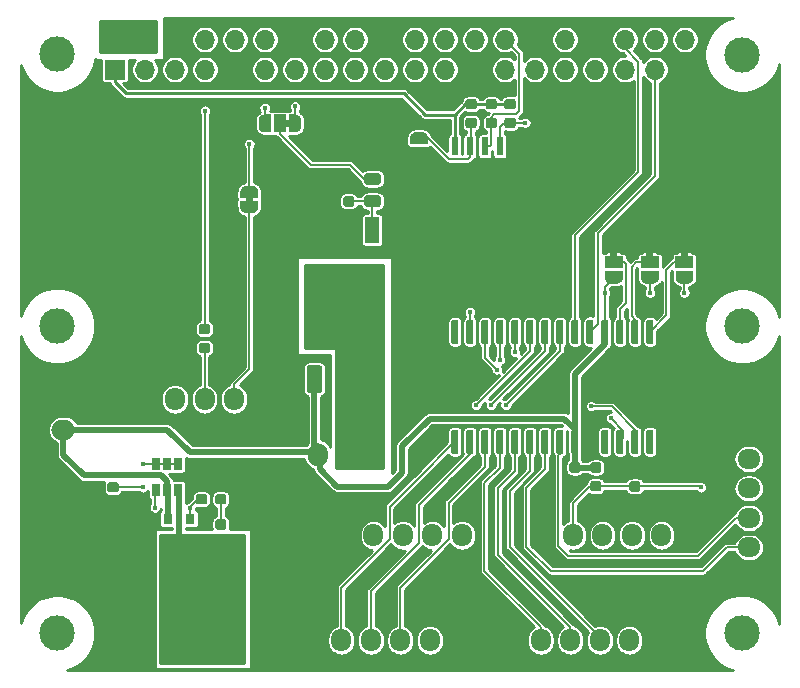
<source format=gbr>
G04 #@! TF.GenerationSoftware,KiCad,Pcbnew,(5.1.5)-3*
G04 #@! TF.CreationDate,2020-03-21T12:50:03-04:00*
G04 #@! TF.ProjectId,Zynth-encoder_power_display_fan,5a796e74-682d-4656-9e63-6f6465725f70,rev?*
G04 #@! TF.SameCoordinates,Original*
G04 #@! TF.FileFunction,Copper,L1,Top*
G04 #@! TF.FilePolarity,Positive*
%FSLAX46Y46*%
G04 Gerber Fmt 4.6, Leading zero omitted, Abs format (unit mm)*
G04 Created by KiCad (PCBNEW (5.1.5)-3) date 2020-03-21 12:50:03*
%MOMM*%
%LPD*%
G04 APERTURE LIST*
G04 #@! TA.AperFunction,EtchedComponent*
%ADD10C,0.150000*%
G04 #@! TD*
G04 #@! TA.AperFunction,SMDPad,CuDef*
%ADD11C,0.150000*%
G04 #@! TD*
G04 #@! TA.AperFunction,SMDPad,CuDef*
%ADD12R,5.800000X6.400000*%
G04 #@! TD*
G04 #@! TA.AperFunction,SMDPad,CuDef*
%ADD13R,1.200000X2.200000*%
G04 #@! TD*
G04 #@! TA.AperFunction,ComponentPad*
%ADD14O,1.700000X1.950000*%
G04 #@! TD*
G04 #@! TA.AperFunction,ComponentPad*
%ADD15C,0.150000*%
G04 #@! TD*
G04 #@! TA.AperFunction,ComponentPad*
%ADD16O,1.950000X1.700000*%
G04 #@! TD*
G04 #@! TA.AperFunction,ComponentPad*
%ADD17O,1.700000X2.000000*%
G04 #@! TD*
G04 #@! TA.AperFunction,ComponentPad*
%ADD18O,2.000000X1.700000*%
G04 #@! TD*
G04 #@! TA.AperFunction,WasherPad*
%ADD19C,3.000000*%
G04 #@! TD*
G04 #@! TA.AperFunction,SMDPad,CuDef*
%ADD20R,1.500000X1.000000*%
G04 #@! TD*
G04 #@! TA.AperFunction,SMDPad,CuDef*
%ADD21R,1.000000X1.500000*%
G04 #@! TD*
G04 #@! TA.AperFunction,ComponentPad*
%ADD22C,3.500120*%
G04 #@! TD*
G04 #@! TA.AperFunction,ComponentPad*
%ADD23R,3.500120X3.500120*%
G04 #@! TD*
G04 #@! TA.AperFunction,ComponentPad*
%ADD24R,1.700000X1.700000*%
G04 #@! TD*
G04 #@! TA.AperFunction,ComponentPad*
%ADD25O,1.700000X1.700000*%
G04 #@! TD*
G04 #@! TA.AperFunction,SMDPad,CuDef*
%ADD26R,0.600000X1.550000*%
G04 #@! TD*
G04 #@! TA.AperFunction,SMDPad,CuDef*
%ADD27R,0.800000X0.900000*%
G04 #@! TD*
G04 #@! TA.AperFunction,SMDPad,CuDef*
%ADD28R,0.650000X1.060000*%
G04 #@! TD*
G04 #@! TA.AperFunction,ViaPad*
%ADD29C,0.400000*%
G04 #@! TD*
G04 #@! TA.AperFunction,Conductor*
%ADD30C,0.150000*%
G04 #@! TD*
G04 #@! TA.AperFunction,Conductor*
%ADD31C,0.500000*%
G04 #@! TD*
G04 #@! TA.AperFunction,Conductor*
%ADD32C,0.250000*%
G04 #@! TD*
G04 #@! TA.AperFunction,Conductor*
%ADD33C,0.254000*%
G04 #@! TD*
G04 APERTURE END LIST*
D10*
G04 #@! TO.C,JP1*
G36*
X98585300Y-76841400D02*
G01*
X98585300Y-76341400D01*
X97985300Y-76341400D01*
X97985300Y-76841400D01*
X98585300Y-76841400D01*
G37*
G04 #@! TO.C,A2*
G36*
X129459000Y-81015000D02*
G01*
X129459000Y-81515000D01*
X128859000Y-81515000D01*
X128859000Y-81015000D01*
X129459000Y-81015000D01*
G37*
G04 #@! TO.C,A1*
G36*
X132507000Y-81015000D02*
G01*
X132507000Y-81515000D01*
X131907000Y-81515000D01*
X131907000Y-81015000D01*
X132507000Y-81015000D01*
G37*
G04 #@! TO.C,A0*
G36*
X135428000Y-81015000D02*
G01*
X135428000Y-81515000D01*
X134828000Y-81515000D01*
X134828000Y-81015000D01*
X135428000Y-81015000D01*
G37*
G04 #@! TO.C,FAN1*
G36*
X101776100Y-70442100D02*
G01*
X101276100Y-70442100D01*
X101276100Y-69842100D01*
X101776100Y-69842100D01*
X101776100Y-70442100D01*
G37*
G04 #@! TD*
G04 #@! TA.AperFunction,SMDPad,CuDef*
D11*
G04 #@! TO.P,R20,2*
G04 #@! TO.N,GND*
G36*
X131214691Y-98877553D02*
G01*
X131235926Y-98880703D01*
X131256750Y-98885919D01*
X131276962Y-98893151D01*
X131296368Y-98902330D01*
X131314781Y-98913366D01*
X131332024Y-98926154D01*
X131347930Y-98940570D01*
X131362346Y-98956476D01*
X131375134Y-98973719D01*
X131386170Y-98992132D01*
X131395349Y-99011538D01*
X131402581Y-99031750D01*
X131407797Y-99052574D01*
X131410947Y-99073809D01*
X131412000Y-99095250D01*
X131412000Y-99532750D01*
X131410947Y-99554191D01*
X131407797Y-99575426D01*
X131402581Y-99596250D01*
X131395349Y-99616462D01*
X131386170Y-99635868D01*
X131375134Y-99654281D01*
X131362346Y-99671524D01*
X131347930Y-99687430D01*
X131332024Y-99701846D01*
X131314781Y-99714634D01*
X131296368Y-99725670D01*
X131276962Y-99734849D01*
X131256750Y-99742081D01*
X131235926Y-99747297D01*
X131214691Y-99750447D01*
X131193250Y-99751500D01*
X130680750Y-99751500D01*
X130659309Y-99750447D01*
X130638074Y-99747297D01*
X130617250Y-99742081D01*
X130597038Y-99734849D01*
X130577632Y-99725670D01*
X130559219Y-99714634D01*
X130541976Y-99701846D01*
X130526070Y-99687430D01*
X130511654Y-99671524D01*
X130498866Y-99654281D01*
X130487830Y-99635868D01*
X130478651Y-99616462D01*
X130471419Y-99596250D01*
X130466203Y-99575426D01*
X130463053Y-99554191D01*
X130462000Y-99532750D01*
X130462000Y-99095250D01*
X130463053Y-99073809D01*
X130466203Y-99052574D01*
X130471419Y-99031750D01*
X130478651Y-99011538D01*
X130487830Y-98992132D01*
X130498866Y-98973719D01*
X130511654Y-98956476D01*
X130526070Y-98940570D01*
X130541976Y-98926154D01*
X130559219Y-98913366D01*
X130577632Y-98902330D01*
X130597038Y-98893151D01*
X130617250Y-98885919D01*
X130638074Y-98880703D01*
X130659309Y-98877553D01*
X130680750Y-98876500D01*
X131193250Y-98876500D01*
X131214691Y-98877553D01*
G37*
G04 #@! TD.AperFunction*
G04 #@! TA.AperFunction,SMDPad,CuDef*
G04 #@! TO.P,R20,1*
G04 #@! TO.N,/E1+*
G36*
X131214691Y-100452553D02*
G01*
X131235926Y-100455703D01*
X131256750Y-100460919D01*
X131276962Y-100468151D01*
X131296368Y-100477330D01*
X131314781Y-100488366D01*
X131332024Y-100501154D01*
X131347930Y-100515570D01*
X131362346Y-100531476D01*
X131375134Y-100548719D01*
X131386170Y-100567132D01*
X131395349Y-100586538D01*
X131402581Y-100606750D01*
X131407797Y-100627574D01*
X131410947Y-100648809D01*
X131412000Y-100670250D01*
X131412000Y-101107750D01*
X131410947Y-101129191D01*
X131407797Y-101150426D01*
X131402581Y-101171250D01*
X131395349Y-101191462D01*
X131386170Y-101210868D01*
X131375134Y-101229281D01*
X131362346Y-101246524D01*
X131347930Y-101262430D01*
X131332024Y-101276846D01*
X131314781Y-101289634D01*
X131296368Y-101300670D01*
X131276962Y-101309849D01*
X131256750Y-101317081D01*
X131235926Y-101322297D01*
X131214691Y-101325447D01*
X131193250Y-101326500D01*
X130680750Y-101326500D01*
X130659309Y-101325447D01*
X130638074Y-101322297D01*
X130617250Y-101317081D01*
X130597038Y-101309849D01*
X130577632Y-101300670D01*
X130559219Y-101289634D01*
X130541976Y-101276846D01*
X130526070Y-101262430D01*
X130511654Y-101246524D01*
X130498866Y-101229281D01*
X130487830Y-101210868D01*
X130478651Y-101191462D01*
X130471419Y-101171250D01*
X130466203Y-101150426D01*
X130463053Y-101129191D01*
X130462000Y-101107750D01*
X130462000Y-100670250D01*
X130463053Y-100648809D01*
X130466203Y-100627574D01*
X130471419Y-100606750D01*
X130478651Y-100586538D01*
X130487830Y-100567132D01*
X130498866Y-100548719D01*
X130511654Y-100531476D01*
X130526070Y-100515570D01*
X130541976Y-100501154D01*
X130559219Y-100488366D01*
X130577632Y-100477330D01*
X130597038Y-100468151D01*
X130617250Y-100460919D01*
X130638074Y-100455703D01*
X130659309Y-100452553D01*
X130680750Y-100451500D01*
X131193250Y-100451500D01*
X131214691Y-100452553D01*
G37*
G04 #@! TD.AperFunction*
G04 #@! TD*
G04 #@! TA.AperFunction,SMDPad,CuDef*
G04 #@! TO.P,R16,2*
G04 #@! TO.N,Net-(Q3-Pad1)*
G36*
X109204842Y-76247074D02*
G01*
X109228503Y-76250584D01*
X109251707Y-76256396D01*
X109274229Y-76264454D01*
X109295853Y-76274682D01*
X109316370Y-76286979D01*
X109335583Y-76301229D01*
X109353307Y-76317293D01*
X109369371Y-76335017D01*
X109383621Y-76354230D01*
X109395918Y-76374747D01*
X109406146Y-76396371D01*
X109414204Y-76418893D01*
X109420016Y-76442097D01*
X109423526Y-76465758D01*
X109424700Y-76489650D01*
X109424700Y-76977150D01*
X109423526Y-77001042D01*
X109420016Y-77024703D01*
X109414204Y-77047907D01*
X109406146Y-77070429D01*
X109395918Y-77092053D01*
X109383621Y-77112570D01*
X109369371Y-77131783D01*
X109353307Y-77149507D01*
X109335583Y-77165571D01*
X109316370Y-77179821D01*
X109295853Y-77192118D01*
X109274229Y-77202346D01*
X109251707Y-77210404D01*
X109228503Y-77216216D01*
X109204842Y-77219726D01*
X109180950Y-77220900D01*
X108268450Y-77220900D01*
X108244558Y-77219726D01*
X108220897Y-77216216D01*
X108197693Y-77210404D01*
X108175171Y-77202346D01*
X108153547Y-77192118D01*
X108133030Y-77179821D01*
X108113817Y-77165571D01*
X108096093Y-77149507D01*
X108080029Y-77131783D01*
X108065779Y-77112570D01*
X108053482Y-77092053D01*
X108043254Y-77070429D01*
X108035196Y-77047907D01*
X108029384Y-77024703D01*
X108025874Y-77001042D01*
X108024700Y-76977150D01*
X108024700Y-76489650D01*
X108025874Y-76465758D01*
X108029384Y-76442097D01*
X108035196Y-76418893D01*
X108043254Y-76396371D01*
X108053482Y-76374747D01*
X108065779Y-76354230D01*
X108080029Y-76335017D01*
X108096093Y-76317293D01*
X108113817Y-76301229D01*
X108133030Y-76286979D01*
X108153547Y-76274682D01*
X108175171Y-76264454D01*
X108197693Y-76256396D01*
X108220897Y-76250584D01*
X108244558Y-76247074D01*
X108268450Y-76245900D01*
X109180950Y-76245900D01*
X109204842Y-76247074D01*
G37*
G04 #@! TD.AperFunction*
G04 #@! TA.AperFunction,SMDPad,CuDef*
G04 #@! TO.P,R16,1*
G04 #@! TO.N,Net-(FAN1-Pad2)*
G36*
X109204842Y-74372074D02*
G01*
X109228503Y-74375584D01*
X109251707Y-74381396D01*
X109274229Y-74389454D01*
X109295853Y-74399682D01*
X109316370Y-74411979D01*
X109335583Y-74426229D01*
X109353307Y-74442293D01*
X109369371Y-74460017D01*
X109383621Y-74479230D01*
X109395918Y-74499747D01*
X109406146Y-74521371D01*
X109414204Y-74543893D01*
X109420016Y-74567097D01*
X109423526Y-74590758D01*
X109424700Y-74614650D01*
X109424700Y-75102150D01*
X109423526Y-75126042D01*
X109420016Y-75149703D01*
X109414204Y-75172907D01*
X109406146Y-75195429D01*
X109395918Y-75217053D01*
X109383621Y-75237570D01*
X109369371Y-75256783D01*
X109353307Y-75274507D01*
X109335583Y-75290571D01*
X109316370Y-75304821D01*
X109295853Y-75317118D01*
X109274229Y-75327346D01*
X109251707Y-75335404D01*
X109228503Y-75341216D01*
X109204842Y-75344726D01*
X109180950Y-75345900D01*
X108268450Y-75345900D01*
X108244558Y-75344726D01*
X108220897Y-75341216D01*
X108197693Y-75335404D01*
X108175171Y-75327346D01*
X108153547Y-75317118D01*
X108133030Y-75304821D01*
X108113817Y-75290571D01*
X108096093Y-75274507D01*
X108080029Y-75256783D01*
X108065779Y-75237570D01*
X108053482Y-75217053D01*
X108043254Y-75195429D01*
X108035196Y-75172907D01*
X108029384Y-75149703D01*
X108025874Y-75126042D01*
X108024700Y-75102150D01*
X108024700Y-74614650D01*
X108025874Y-74590758D01*
X108029384Y-74567097D01*
X108035196Y-74543893D01*
X108043254Y-74521371D01*
X108053482Y-74499747D01*
X108065779Y-74479230D01*
X108080029Y-74460017D01*
X108096093Y-74442293D01*
X108113817Y-74426229D01*
X108133030Y-74411979D01*
X108153547Y-74399682D01*
X108175171Y-74389454D01*
X108197693Y-74381396D01*
X108220897Y-74375584D01*
X108244558Y-74372074D01*
X108268450Y-74370900D01*
X109180950Y-74370900D01*
X109204842Y-74372074D01*
G37*
G04 #@! TD.AperFunction*
G04 #@! TD*
G04 #@! TA.AperFunction,SMDPad,CuDef*
G04 #@! TO.P,R11,2*
G04 #@! TO.N,GND*
G36*
X94511691Y-99969553D02*
G01*
X94532926Y-99972703D01*
X94553750Y-99977919D01*
X94573962Y-99985151D01*
X94593368Y-99994330D01*
X94611781Y-100005366D01*
X94629024Y-100018154D01*
X94644930Y-100032570D01*
X94659346Y-100048476D01*
X94672134Y-100065719D01*
X94683170Y-100084132D01*
X94692349Y-100103538D01*
X94699581Y-100123750D01*
X94704797Y-100144574D01*
X94707947Y-100165809D01*
X94709000Y-100187250D01*
X94709000Y-100624750D01*
X94707947Y-100646191D01*
X94704797Y-100667426D01*
X94699581Y-100688250D01*
X94692349Y-100708462D01*
X94683170Y-100727868D01*
X94672134Y-100746281D01*
X94659346Y-100763524D01*
X94644930Y-100779430D01*
X94629024Y-100793846D01*
X94611781Y-100806634D01*
X94593368Y-100817670D01*
X94573962Y-100826849D01*
X94553750Y-100834081D01*
X94532926Y-100839297D01*
X94511691Y-100842447D01*
X94490250Y-100843500D01*
X93977750Y-100843500D01*
X93956309Y-100842447D01*
X93935074Y-100839297D01*
X93914250Y-100834081D01*
X93894038Y-100826849D01*
X93874632Y-100817670D01*
X93856219Y-100806634D01*
X93838976Y-100793846D01*
X93823070Y-100779430D01*
X93808654Y-100763524D01*
X93795866Y-100746281D01*
X93784830Y-100727868D01*
X93775651Y-100708462D01*
X93768419Y-100688250D01*
X93763203Y-100667426D01*
X93760053Y-100646191D01*
X93759000Y-100624750D01*
X93759000Y-100187250D01*
X93760053Y-100165809D01*
X93763203Y-100144574D01*
X93768419Y-100123750D01*
X93775651Y-100103538D01*
X93784830Y-100084132D01*
X93795866Y-100065719D01*
X93808654Y-100048476D01*
X93823070Y-100032570D01*
X93838976Y-100018154D01*
X93856219Y-100005366D01*
X93874632Y-99994330D01*
X93894038Y-99985151D01*
X93914250Y-99977919D01*
X93935074Y-99972703D01*
X93956309Y-99969553D01*
X93977750Y-99968500D01*
X94490250Y-99968500D01*
X94511691Y-99969553D01*
G37*
G04 #@! TD.AperFunction*
G04 #@! TA.AperFunction,SMDPad,CuDef*
G04 #@! TO.P,R11,1*
G04 #@! TO.N,Net-(Q1-Pad1)*
G36*
X94511691Y-101544553D02*
G01*
X94532926Y-101547703D01*
X94553750Y-101552919D01*
X94573962Y-101560151D01*
X94593368Y-101569330D01*
X94611781Y-101580366D01*
X94629024Y-101593154D01*
X94644930Y-101607570D01*
X94659346Y-101623476D01*
X94672134Y-101640719D01*
X94683170Y-101659132D01*
X94692349Y-101678538D01*
X94699581Y-101698750D01*
X94704797Y-101719574D01*
X94707947Y-101740809D01*
X94709000Y-101762250D01*
X94709000Y-102199750D01*
X94707947Y-102221191D01*
X94704797Y-102242426D01*
X94699581Y-102263250D01*
X94692349Y-102283462D01*
X94683170Y-102302868D01*
X94672134Y-102321281D01*
X94659346Y-102338524D01*
X94644930Y-102354430D01*
X94629024Y-102368846D01*
X94611781Y-102381634D01*
X94593368Y-102392670D01*
X94573962Y-102401849D01*
X94553750Y-102409081D01*
X94532926Y-102414297D01*
X94511691Y-102417447D01*
X94490250Y-102418500D01*
X93977750Y-102418500D01*
X93956309Y-102417447D01*
X93935074Y-102414297D01*
X93914250Y-102409081D01*
X93894038Y-102401849D01*
X93874632Y-102392670D01*
X93856219Y-102381634D01*
X93838976Y-102368846D01*
X93823070Y-102354430D01*
X93808654Y-102338524D01*
X93795866Y-102321281D01*
X93784830Y-102302868D01*
X93775651Y-102283462D01*
X93768419Y-102263250D01*
X93763203Y-102242426D01*
X93760053Y-102221191D01*
X93759000Y-102199750D01*
X93759000Y-101762250D01*
X93760053Y-101740809D01*
X93763203Y-101719574D01*
X93768419Y-101698750D01*
X93775651Y-101678538D01*
X93784830Y-101659132D01*
X93795866Y-101640719D01*
X93808654Y-101623476D01*
X93823070Y-101607570D01*
X93838976Y-101593154D01*
X93856219Y-101580366D01*
X93874632Y-101569330D01*
X93894038Y-101560151D01*
X93914250Y-101552919D01*
X93935074Y-101547703D01*
X93956309Y-101544553D01*
X93977750Y-101543500D01*
X94490250Y-101543500D01*
X94511691Y-101544553D01*
G37*
G04 #@! TD.AperFunction*
G04 #@! TD*
G04 #@! TA.AperFunction,SMDPad,CuDef*
G04 #@! TO.P,C2,2*
G04 #@! TO.N,/FAN_GND*
G36*
X107320005Y-90626204D02*
G01*
X107344273Y-90629804D01*
X107368072Y-90635765D01*
X107391171Y-90644030D01*
X107413350Y-90654520D01*
X107434393Y-90667132D01*
X107454099Y-90681747D01*
X107472277Y-90698223D01*
X107488753Y-90716401D01*
X107503368Y-90736107D01*
X107515980Y-90757150D01*
X107526470Y-90779329D01*
X107534735Y-90802428D01*
X107540696Y-90826227D01*
X107544296Y-90850495D01*
X107545500Y-90874999D01*
X107545500Y-92725001D01*
X107544296Y-92749505D01*
X107540696Y-92773773D01*
X107534735Y-92797572D01*
X107526470Y-92820671D01*
X107515980Y-92842850D01*
X107503368Y-92863893D01*
X107488753Y-92883599D01*
X107472277Y-92901777D01*
X107454099Y-92918253D01*
X107434393Y-92932868D01*
X107413350Y-92945480D01*
X107391171Y-92955970D01*
X107368072Y-92964235D01*
X107344273Y-92970196D01*
X107320005Y-92973796D01*
X107295501Y-92975000D01*
X106470499Y-92975000D01*
X106445995Y-92973796D01*
X106421727Y-92970196D01*
X106397928Y-92964235D01*
X106374829Y-92955970D01*
X106352650Y-92945480D01*
X106331607Y-92932868D01*
X106311901Y-92918253D01*
X106293723Y-92901777D01*
X106277247Y-92883599D01*
X106262632Y-92863893D01*
X106250020Y-92842850D01*
X106239530Y-92820671D01*
X106231265Y-92797572D01*
X106225304Y-92773773D01*
X106221704Y-92749505D01*
X106220500Y-92725001D01*
X106220500Y-90874999D01*
X106221704Y-90850495D01*
X106225304Y-90826227D01*
X106231265Y-90802428D01*
X106239530Y-90779329D01*
X106250020Y-90757150D01*
X106262632Y-90736107D01*
X106277247Y-90716401D01*
X106293723Y-90698223D01*
X106311901Y-90681747D01*
X106331607Y-90667132D01*
X106352650Y-90654520D01*
X106374829Y-90644030D01*
X106397928Y-90635765D01*
X106421727Y-90629804D01*
X106445995Y-90626204D01*
X106470499Y-90625000D01*
X107295501Y-90625000D01*
X107320005Y-90626204D01*
G37*
G04 #@! TD.AperFunction*
G04 #@! TA.AperFunction,SMDPad,CuDef*
G04 #@! TO.P,C2,1*
G04 #@! TO.N,/P5V_HAT*
G36*
X104245005Y-90626204D02*
G01*
X104269273Y-90629804D01*
X104293072Y-90635765D01*
X104316171Y-90644030D01*
X104338350Y-90654520D01*
X104359393Y-90667132D01*
X104379099Y-90681747D01*
X104397277Y-90698223D01*
X104413753Y-90716401D01*
X104428368Y-90736107D01*
X104440980Y-90757150D01*
X104451470Y-90779329D01*
X104459735Y-90802428D01*
X104465696Y-90826227D01*
X104469296Y-90850495D01*
X104470500Y-90874999D01*
X104470500Y-92725001D01*
X104469296Y-92749505D01*
X104465696Y-92773773D01*
X104459735Y-92797572D01*
X104451470Y-92820671D01*
X104440980Y-92842850D01*
X104428368Y-92863893D01*
X104413753Y-92883599D01*
X104397277Y-92901777D01*
X104379099Y-92918253D01*
X104359393Y-92932868D01*
X104338350Y-92945480D01*
X104316171Y-92955970D01*
X104293072Y-92964235D01*
X104269273Y-92970196D01*
X104245005Y-92973796D01*
X104220501Y-92975000D01*
X103395499Y-92975000D01*
X103370995Y-92973796D01*
X103346727Y-92970196D01*
X103322928Y-92964235D01*
X103299829Y-92955970D01*
X103277650Y-92945480D01*
X103256607Y-92932868D01*
X103236901Y-92918253D01*
X103218723Y-92901777D01*
X103202247Y-92883599D01*
X103187632Y-92863893D01*
X103175020Y-92842850D01*
X103164530Y-92820671D01*
X103156265Y-92797572D01*
X103150304Y-92773773D01*
X103146704Y-92749505D01*
X103145500Y-92725001D01*
X103145500Y-90874999D01*
X103146704Y-90850495D01*
X103150304Y-90826227D01*
X103156265Y-90802428D01*
X103164530Y-90779329D01*
X103175020Y-90757150D01*
X103187632Y-90736107D01*
X103202247Y-90716401D01*
X103218723Y-90698223D01*
X103236901Y-90681747D01*
X103256607Y-90667132D01*
X103277650Y-90654520D01*
X103299829Y-90644030D01*
X103322928Y-90635765D01*
X103346727Y-90629804D01*
X103370995Y-90626204D01*
X103395499Y-90625000D01*
X104220501Y-90625000D01*
X104245005Y-90626204D01*
G37*
G04 #@! TD.AperFunction*
G04 #@! TD*
D12*
G04 #@! TO.P,Q3,2*
G04 #@! TO.N,/FAN_GND*
X106425000Y-85495000D03*
D13*
G04 #@! TO.P,Q3,3*
G04 #@! TO.N,GND*
X104145000Y-79195000D03*
G04 #@! TO.P,Q3,1*
G04 #@! TO.N,Net-(Q3-Pad1)*
X108705000Y-79195000D03*
G04 #@! TD*
D14*
G04 #@! TO.P,PWR1,4*
G04 #@! TO.N,Net-(JP1-Pad2)*
X97000000Y-93500000D03*
G04 #@! TO.P,PWR1,3*
G04 #@! TO.N,Net-(PWR1-Pad3)*
X94500000Y-93500000D03*
G04 #@! TO.P,PWR1,2*
G04 #@! TO.N,/P5V_HAT*
X92000000Y-93500000D03*
G04 #@! TA.AperFunction,ComponentPad*
D15*
G04 #@! TO.P,PWR1,1*
G04 #@! TO.N,GND*
G36*
X90124504Y-92526204D02*
G01*
X90148773Y-92529804D01*
X90172571Y-92535765D01*
X90195671Y-92544030D01*
X90217849Y-92554520D01*
X90238893Y-92567133D01*
X90258598Y-92581747D01*
X90276777Y-92598223D01*
X90293253Y-92616402D01*
X90307867Y-92636107D01*
X90320480Y-92657151D01*
X90330970Y-92679329D01*
X90339235Y-92702429D01*
X90345196Y-92726227D01*
X90348796Y-92750496D01*
X90350000Y-92775000D01*
X90350000Y-94225000D01*
X90348796Y-94249504D01*
X90345196Y-94273773D01*
X90339235Y-94297571D01*
X90330970Y-94320671D01*
X90320480Y-94342849D01*
X90307867Y-94363893D01*
X90293253Y-94383598D01*
X90276777Y-94401777D01*
X90258598Y-94418253D01*
X90238893Y-94432867D01*
X90217849Y-94445480D01*
X90195671Y-94455970D01*
X90172571Y-94464235D01*
X90148773Y-94470196D01*
X90124504Y-94473796D01*
X90100000Y-94475000D01*
X88900000Y-94475000D01*
X88875496Y-94473796D01*
X88851227Y-94470196D01*
X88827429Y-94464235D01*
X88804329Y-94455970D01*
X88782151Y-94445480D01*
X88761107Y-94432867D01*
X88741402Y-94418253D01*
X88723223Y-94401777D01*
X88706747Y-94383598D01*
X88692133Y-94363893D01*
X88679520Y-94342849D01*
X88669030Y-94320671D01*
X88660765Y-94297571D01*
X88654804Y-94273773D01*
X88651204Y-94249504D01*
X88650000Y-94225000D01*
X88650000Y-92775000D01*
X88651204Y-92750496D01*
X88654804Y-92726227D01*
X88660765Y-92702429D01*
X88669030Y-92679329D01*
X88679520Y-92657151D01*
X88692133Y-92636107D01*
X88706747Y-92616402D01*
X88723223Y-92598223D01*
X88741402Y-92581747D01*
X88761107Y-92567133D01*
X88782151Y-92554520D01*
X88804329Y-92544030D01*
X88827429Y-92535765D01*
X88851227Y-92529804D01*
X88875496Y-92526204D01*
X88900000Y-92525000D01*
X90100000Y-92525000D01*
X90124504Y-92526204D01*
G37*
G04 #@! TD.AperFunction*
G04 #@! TD*
G04 #@! TA.AperFunction,SMDPad,CuDef*
D11*
G04 #@! TO.P,R19,2*
G04 #@! TO.N,/ACT_LED*
G36*
X94765691Y-87142553D02*
G01*
X94786926Y-87145703D01*
X94807750Y-87150919D01*
X94827962Y-87158151D01*
X94847368Y-87167330D01*
X94865781Y-87178366D01*
X94883024Y-87191154D01*
X94898930Y-87205570D01*
X94913346Y-87221476D01*
X94926134Y-87238719D01*
X94937170Y-87257132D01*
X94946349Y-87276538D01*
X94953581Y-87296750D01*
X94958797Y-87317574D01*
X94961947Y-87338809D01*
X94963000Y-87360250D01*
X94963000Y-87797750D01*
X94961947Y-87819191D01*
X94958797Y-87840426D01*
X94953581Y-87861250D01*
X94946349Y-87881462D01*
X94937170Y-87900868D01*
X94926134Y-87919281D01*
X94913346Y-87936524D01*
X94898930Y-87952430D01*
X94883024Y-87966846D01*
X94865781Y-87979634D01*
X94847368Y-87990670D01*
X94827962Y-87999849D01*
X94807750Y-88007081D01*
X94786926Y-88012297D01*
X94765691Y-88015447D01*
X94744250Y-88016500D01*
X94231750Y-88016500D01*
X94210309Y-88015447D01*
X94189074Y-88012297D01*
X94168250Y-88007081D01*
X94148038Y-87999849D01*
X94128632Y-87990670D01*
X94110219Y-87979634D01*
X94092976Y-87966846D01*
X94077070Y-87952430D01*
X94062654Y-87936524D01*
X94049866Y-87919281D01*
X94038830Y-87900868D01*
X94029651Y-87881462D01*
X94022419Y-87861250D01*
X94017203Y-87840426D01*
X94014053Y-87819191D01*
X94013000Y-87797750D01*
X94013000Y-87360250D01*
X94014053Y-87338809D01*
X94017203Y-87317574D01*
X94022419Y-87296750D01*
X94029651Y-87276538D01*
X94038830Y-87257132D01*
X94049866Y-87238719D01*
X94062654Y-87221476D01*
X94077070Y-87205570D01*
X94092976Y-87191154D01*
X94110219Y-87178366D01*
X94128632Y-87167330D01*
X94148038Y-87158151D01*
X94168250Y-87150919D01*
X94189074Y-87145703D01*
X94210309Y-87142553D01*
X94231750Y-87141500D01*
X94744250Y-87141500D01*
X94765691Y-87142553D01*
G37*
G04 #@! TD.AperFunction*
G04 #@! TA.AperFunction,SMDPad,CuDef*
G04 #@! TO.P,R19,1*
G04 #@! TO.N,Net-(PWR1-Pad3)*
G36*
X94765691Y-88717553D02*
G01*
X94786926Y-88720703D01*
X94807750Y-88725919D01*
X94827962Y-88733151D01*
X94847368Y-88742330D01*
X94865781Y-88753366D01*
X94883024Y-88766154D01*
X94898930Y-88780570D01*
X94913346Y-88796476D01*
X94926134Y-88813719D01*
X94937170Y-88832132D01*
X94946349Y-88851538D01*
X94953581Y-88871750D01*
X94958797Y-88892574D01*
X94961947Y-88913809D01*
X94963000Y-88935250D01*
X94963000Y-89372750D01*
X94961947Y-89394191D01*
X94958797Y-89415426D01*
X94953581Y-89436250D01*
X94946349Y-89456462D01*
X94937170Y-89475868D01*
X94926134Y-89494281D01*
X94913346Y-89511524D01*
X94898930Y-89527430D01*
X94883024Y-89541846D01*
X94865781Y-89554634D01*
X94847368Y-89565670D01*
X94827962Y-89574849D01*
X94807750Y-89582081D01*
X94786926Y-89587297D01*
X94765691Y-89590447D01*
X94744250Y-89591500D01*
X94231750Y-89591500D01*
X94210309Y-89590447D01*
X94189074Y-89587297D01*
X94168250Y-89582081D01*
X94148038Y-89574849D01*
X94128632Y-89565670D01*
X94110219Y-89554634D01*
X94092976Y-89541846D01*
X94077070Y-89527430D01*
X94062654Y-89511524D01*
X94049866Y-89494281D01*
X94038830Y-89475868D01*
X94029651Y-89456462D01*
X94022419Y-89436250D01*
X94017203Y-89415426D01*
X94014053Y-89394191D01*
X94013000Y-89372750D01*
X94013000Y-88935250D01*
X94014053Y-88913809D01*
X94017203Y-88892574D01*
X94022419Y-88871750D01*
X94029651Y-88851538D01*
X94038830Y-88832132D01*
X94049866Y-88813719D01*
X94062654Y-88796476D01*
X94077070Y-88780570D01*
X94092976Y-88766154D01*
X94110219Y-88753366D01*
X94128632Y-88742330D01*
X94148038Y-88733151D01*
X94168250Y-88725919D01*
X94189074Y-88720703D01*
X94210309Y-88717553D01*
X94231750Y-88716500D01*
X94744250Y-88716500D01*
X94765691Y-88717553D01*
G37*
G04 #@! TD.AperFunction*
G04 #@! TD*
G04 #@! TA.AperFunction,SMDPad,CuDef*
G04 #@! TO.P,U3,28*
G04 #@! TO.N,Net-(U3-Pad28)*
G36*
X115861703Y-86781722D02*
G01*
X115876264Y-86783882D01*
X115890543Y-86787459D01*
X115904403Y-86792418D01*
X115917710Y-86798712D01*
X115930336Y-86806280D01*
X115942159Y-86815048D01*
X115953066Y-86824934D01*
X115962952Y-86835841D01*
X115971720Y-86847664D01*
X115979288Y-86860290D01*
X115985582Y-86873597D01*
X115990541Y-86887457D01*
X115994118Y-86901736D01*
X115996278Y-86916297D01*
X115997000Y-86931000D01*
X115997000Y-88681000D01*
X115996278Y-88695703D01*
X115994118Y-88710264D01*
X115990541Y-88724543D01*
X115985582Y-88738403D01*
X115979288Y-88751710D01*
X115971720Y-88764336D01*
X115962952Y-88776159D01*
X115953066Y-88787066D01*
X115942159Y-88796952D01*
X115930336Y-88805720D01*
X115917710Y-88813288D01*
X115904403Y-88819582D01*
X115890543Y-88824541D01*
X115876264Y-88828118D01*
X115861703Y-88830278D01*
X115847000Y-88831000D01*
X115547000Y-88831000D01*
X115532297Y-88830278D01*
X115517736Y-88828118D01*
X115503457Y-88824541D01*
X115489597Y-88819582D01*
X115476290Y-88813288D01*
X115463664Y-88805720D01*
X115451841Y-88796952D01*
X115440934Y-88787066D01*
X115431048Y-88776159D01*
X115422280Y-88764336D01*
X115414712Y-88751710D01*
X115408418Y-88738403D01*
X115403459Y-88724543D01*
X115399882Y-88710264D01*
X115397722Y-88695703D01*
X115397000Y-88681000D01*
X115397000Y-86931000D01*
X115397722Y-86916297D01*
X115399882Y-86901736D01*
X115403459Y-86887457D01*
X115408418Y-86873597D01*
X115414712Y-86860290D01*
X115422280Y-86847664D01*
X115431048Y-86835841D01*
X115440934Y-86824934D01*
X115451841Y-86815048D01*
X115463664Y-86806280D01*
X115476290Y-86798712D01*
X115489597Y-86792418D01*
X115503457Y-86787459D01*
X115517736Y-86783882D01*
X115532297Y-86781722D01*
X115547000Y-86781000D01*
X115847000Y-86781000D01*
X115861703Y-86781722D01*
G37*
G04 #@! TD.AperFunction*
G04 #@! TA.AperFunction,SMDPad,CuDef*
G04 #@! TO.P,U3,27*
G04 #@! TO.N,/GSW3*
G36*
X117131703Y-86781722D02*
G01*
X117146264Y-86783882D01*
X117160543Y-86787459D01*
X117174403Y-86792418D01*
X117187710Y-86798712D01*
X117200336Y-86806280D01*
X117212159Y-86815048D01*
X117223066Y-86824934D01*
X117232952Y-86835841D01*
X117241720Y-86847664D01*
X117249288Y-86860290D01*
X117255582Y-86873597D01*
X117260541Y-86887457D01*
X117264118Y-86901736D01*
X117266278Y-86916297D01*
X117267000Y-86931000D01*
X117267000Y-88681000D01*
X117266278Y-88695703D01*
X117264118Y-88710264D01*
X117260541Y-88724543D01*
X117255582Y-88738403D01*
X117249288Y-88751710D01*
X117241720Y-88764336D01*
X117232952Y-88776159D01*
X117223066Y-88787066D01*
X117212159Y-88796952D01*
X117200336Y-88805720D01*
X117187710Y-88813288D01*
X117174403Y-88819582D01*
X117160543Y-88824541D01*
X117146264Y-88828118D01*
X117131703Y-88830278D01*
X117117000Y-88831000D01*
X116817000Y-88831000D01*
X116802297Y-88830278D01*
X116787736Y-88828118D01*
X116773457Y-88824541D01*
X116759597Y-88819582D01*
X116746290Y-88813288D01*
X116733664Y-88805720D01*
X116721841Y-88796952D01*
X116710934Y-88787066D01*
X116701048Y-88776159D01*
X116692280Y-88764336D01*
X116684712Y-88751710D01*
X116678418Y-88738403D01*
X116673459Y-88724543D01*
X116669882Y-88710264D01*
X116667722Y-88695703D01*
X116667000Y-88681000D01*
X116667000Y-86931000D01*
X116667722Y-86916297D01*
X116669882Y-86901736D01*
X116673459Y-86887457D01*
X116678418Y-86873597D01*
X116684712Y-86860290D01*
X116692280Y-86847664D01*
X116701048Y-86835841D01*
X116710934Y-86824934D01*
X116721841Y-86815048D01*
X116733664Y-86806280D01*
X116746290Y-86798712D01*
X116759597Y-86792418D01*
X116773457Y-86787459D01*
X116787736Y-86783882D01*
X116802297Y-86781722D01*
X116817000Y-86781000D01*
X117117000Y-86781000D01*
X117131703Y-86781722D01*
G37*
G04 #@! TD.AperFunction*
G04 #@! TA.AperFunction,SMDPad,CuDef*
G04 #@! TO.P,U3,26*
G04 #@! TO.N,/E4S*
G36*
X118401703Y-86781722D02*
G01*
X118416264Y-86783882D01*
X118430543Y-86787459D01*
X118444403Y-86792418D01*
X118457710Y-86798712D01*
X118470336Y-86806280D01*
X118482159Y-86815048D01*
X118493066Y-86824934D01*
X118502952Y-86835841D01*
X118511720Y-86847664D01*
X118519288Y-86860290D01*
X118525582Y-86873597D01*
X118530541Y-86887457D01*
X118534118Y-86901736D01*
X118536278Y-86916297D01*
X118537000Y-86931000D01*
X118537000Y-88681000D01*
X118536278Y-88695703D01*
X118534118Y-88710264D01*
X118530541Y-88724543D01*
X118525582Y-88738403D01*
X118519288Y-88751710D01*
X118511720Y-88764336D01*
X118502952Y-88776159D01*
X118493066Y-88787066D01*
X118482159Y-88796952D01*
X118470336Y-88805720D01*
X118457710Y-88813288D01*
X118444403Y-88819582D01*
X118430543Y-88824541D01*
X118416264Y-88828118D01*
X118401703Y-88830278D01*
X118387000Y-88831000D01*
X118087000Y-88831000D01*
X118072297Y-88830278D01*
X118057736Y-88828118D01*
X118043457Y-88824541D01*
X118029597Y-88819582D01*
X118016290Y-88813288D01*
X118003664Y-88805720D01*
X117991841Y-88796952D01*
X117980934Y-88787066D01*
X117971048Y-88776159D01*
X117962280Y-88764336D01*
X117954712Y-88751710D01*
X117948418Y-88738403D01*
X117943459Y-88724543D01*
X117939882Y-88710264D01*
X117937722Y-88695703D01*
X117937000Y-88681000D01*
X117937000Y-86931000D01*
X117937722Y-86916297D01*
X117939882Y-86901736D01*
X117943459Y-86887457D01*
X117948418Y-86873597D01*
X117954712Y-86860290D01*
X117962280Y-86847664D01*
X117971048Y-86835841D01*
X117980934Y-86824934D01*
X117991841Y-86815048D01*
X118003664Y-86806280D01*
X118016290Y-86798712D01*
X118029597Y-86792418D01*
X118043457Y-86787459D01*
X118057736Y-86783882D01*
X118072297Y-86781722D01*
X118087000Y-86781000D01*
X118387000Y-86781000D01*
X118401703Y-86781722D01*
G37*
G04 #@! TD.AperFunction*
G04 #@! TA.AperFunction,SMDPad,CuDef*
G04 #@! TO.P,U3,25*
G04 #@! TO.N,/E4C*
G36*
X119671703Y-86781722D02*
G01*
X119686264Y-86783882D01*
X119700543Y-86787459D01*
X119714403Y-86792418D01*
X119727710Y-86798712D01*
X119740336Y-86806280D01*
X119752159Y-86815048D01*
X119763066Y-86824934D01*
X119772952Y-86835841D01*
X119781720Y-86847664D01*
X119789288Y-86860290D01*
X119795582Y-86873597D01*
X119800541Y-86887457D01*
X119804118Y-86901736D01*
X119806278Y-86916297D01*
X119807000Y-86931000D01*
X119807000Y-88681000D01*
X119806278Y-88695703D01*
X119804118Y-88710264D01*
X119800541Y-88724543D01*
X119795582Y-88738403D01*
X119789288Y-88751710D01*
X119781720Y-88764336D01*
X119772952Y-88776159D01*
X119763066Y-88787066D01*
X119752159Y-88796952D01*
X119740336Y-88805720D01*
X119727710Y-88813288D01*
X119714403Y-88819582D01*
X119700543Y-88824541D01*
X119686264Y-88828118D01*
X119671703Y-88830278D01*
X119657000Y-88831000D01*
X119357000Y-88831000D01*
X119342297Y-88830278D01*
X119327736Y-88828118D01*
X119313457Y-88824541D01*
X119299597Y-88819582D01*
X119286290Y-88813288D01*
X119273664Y-88805720D01*
X119261841Y-88796952D01*
X119250934Y-88787066D01*
X119241048Y-88776159D01*
X119232280Y-88764336D01*
X119224712Y-88751710D01*
X119218418Y-88738403D01*
X119213459Y-88724543D01*
X119209882Y-88710264D01*
X119207722Y-88695703D01*
X119207000Y-88681000D01*
X119207000Y-86931000D01*
X119207722Y-86916297D01*
X119209882Y-86901736D01*
X119213459Y-86887457D01*
X119218418Y-86873597D01*
X119224712Y-86860290D01*
X119232280Y-86847664D01*
X119241048Y-86835841D01*
X119250934Y-86824934D01*
X119261841Y-86815048D01*
X119273664Y-86806280D01*
X119286290Y-86798712D01*
X119299597Y-86792418D01*
X119313457Y-86787459D01*
X119327736Y-86783882D01*
X119342297Y-86781722D01*
X119357000Y-86781000D01*
X119657000Y-86781000D01*
X119671703Y-86781722D01*
G37*
G04 #@! TD.AperFunction*
G04 #@! TA.AperFunction,SMDPad,CuDef*
G04 #@! TO.P,U3,24*
G04 #@! TO.N,/E4D*
G36*
X120941703Y-86781722D02*
G01*
X120956264Y-86783882D01*
X120970543Y-86787459D01*
X120984403Y-86792418D01*
X120997710Y-86798712D01*
X121010336Y-86806280D01*
X121022159Y-86815048D01*
X121033066Y-86824934D01*
X121042952Y-86835841D01*
X121051720Y-86847664D01*
X121059288Y-86860290D01*
X121065582Y-86873597D01*
X121070541Y-86887457D01*
X121074118Y-86901736D01*
X121076278Y-86916297D01*
X121077000Y-86931000D01*
X121077000Y-88681000D01*
X121076278Y-88695703D01*
X121074118Y-88710264D01*
X121070541Y-88724543D01*
X121065582Y-88738403D01*
X121059288Y-88751710D01*
X121051720Y-88764336D01*
X121042952Y-88776159D01*
X121033066Y-88787066D01*
X121022159Y-88796952D01*
X121010336Y-88805720D01*
X120997710Y-88813288D01*
X120984403Y-88819582D01*
X120970543Y-88824541D01*
X120956264Y-88828118D01*
X120941703Y-88830278D01*
X120927000Y-88831000D01*
X120627000Y-88831000D01*
X120612297Y-88830278D01*
X120597736Y-88828118D01*
X120583457Y-88824541D01*
X120569597Y-88819582D01*
X120556290Y-88813288D01*
X120543664Y-88805720D01*
X120531841Y-88796952D01*
X120520934Y-88787066D01*
X120511048Y-88776159D01*
X120502280Y-88764336D01*
X120494712Y-88751710D01*
X120488418Y-88738403D01*
X120483459Y-88724543D01*
X120479882Y-88710264D01*
X120477722Y-88695703D01*
X120477000Y-88681000D01*
X120477000Y-86931000D01*
X120477722Y-86916297D01*
X120479882Y-86901736D01*
X120483459Y-86887457D01*
X120488418Y-86873597D01*
X120494712Y-86860290D01*
X120502280Y-86847664D01*
X120511048Y-86835841D01*
X120520934Y-86824934D01*
X120531841Y-86815048D01*
X120543664Y-86806280D01*
X120556290Y-86798712D01*
X120569597Y-86792418D01*
X120583457Y-86787459D01*
X120597736Y-86783882D01*
X120612297Y-86781722D01*
X120627000Y-86781000D01*
X120927000Y-86781000D01*
X120941703Y-86781722D01*
G37*
G04 #@! TD.AperFunction*
G04 #@! TA.AperFunction,SMDPad,CuDef*
G04 #@! TO.P,U3,23*
G04 #@! TO.N,/E3S*
G36*
X122211703Y-86781722D02*
G01*
X122226264Y-86783882D01*
X122240543Y-86787459D01*
X122254403Y-86792418D01*
X122267710Y-86798712D01*
X122280336Y-86806280D01*
X122292159Y-86815048D01*
X122303066Y-86824934D01*
X122312952Y-86835841D01*
X122321720Y-86847664D01*
X122329288Y-86860290D01*
X122335582Y-86873597D01*
X122340541Y-86887457D01*
X122344118Y-86901736D01*
X122346278Y-86916297D01*
X122347000Y-86931000D01*
X122347000Y-88681000D01*
X122346278Y-88695703D01*
X122344118Y-88710264D01*
X122340541Y-88724543D01*
X122335582Y-88738403D01*
X122329288Y-88751710D01*
X122321720Y-88764336D01*
X122312952Y-88776159D01*
X122303066Y-88787066D01*
X122292159Y-88796952D01*
X122280336Y-88805720D01*
X122267710Y-88813288D01*
X122254403Y-88819582D01*
X122240543Y-88824541D01*
X122226264Y-88828118D01*
X122211703Y-88830278D01*
X122197000Y-88831000D01*
X121897000Y-88831000D01*
X121882297Y-88830278D01*
X121867736Y-88828118D01*
X121853457Y-88824541D01*
X121839597Y-88819582D01*
X121826290Y-88813288D01*
X121813664Y-88805720D01*
X121801841Y-88796952D01*
X121790934Y-88787066D01*
X121781048Y-88776159D01*
X121772280Y-88764336D01*
X121764712Y-88751710D01*
X121758418Y-88738403D01*
X121753459Y-88724543D01*
X121749882Y-88710264D01*
X121747722Y-88695703D01*
X121747000Y-88681000D01*
X121747000Y-86931000D01*
X121747722Y-86916297D01*
X121749882Y-86901736D01*
X121753459Y-86887457D01*
X121758418Y-86873597D01*
X121764712Y-86860290D01*
X121772280Y-86847664D01*
X121781048Y-86835841D01*
X121790934Y-86824934D01*
X121801841Y-86815048D01*
X121813664Y-86806280D01*
X121826290Y-86798712D01*
X121839597Y-86792418D01*
X121853457Y-86787459D01*
X121867736Y-86783882D01*
X121882297Y-86781722D01*
X121897000Y-86781000D01*
X122197000Y-86781000D01*
X122211703Y-86781722D01*
G37*
G04 #@! TD.AperFunction*
G04 #@! TA.AperFunction,SMDPad,CuDef*
G04 #@! TO.P,U3,22*
G04 #@! TO.N,/E3C*
G36*
X123481703Y-86781722D02*
G01*
X123496264Y-86783882D01*
X123510543Y-86787459D01*
X123524403Y-86792418D01*
X123537710Y-86798712D01*
X123550336Y-86806280D01*
X123562159Y-86815048D01*
X123573066Y-86824934D01*
X123582952Y-86835841D01*
X123591720Y-86847664D01*
X123599288Y-86860290D01*
X123605582Y-86873597D01*
X123610541Y-86887457D01*
X123614118Y-86901736D01*
X123616278Y-86916297D01*
X123617000Y-86931000D01*
X123617000Y-88681000D01*
X123616278Y-88695703D01*
X123614118Y-88710264D01*
X123610541Y-88724543D01*
X123605582Y-88738403D01*
X123599288Y-88751710D01*
X123591720Y-88764336D01*
X123582952Y-88776159D01*
X123573066Y-88787066D01*
X123562159Y-88796952D01*
X123550336Y-88805720D01*
X123537710Y-88813288D01*
X123524403Y-88819582D01*
X123510543Y-88824541D01*
X123496264Y-88828118D01*
X123481703Y-88830278D01*
X123467000Y-88831000D01*
X123167000Y-88831000D01*
X123152297Y-88830278D01*
X123137736Y-88828118D01*
X123123457Y-88824541D01*
X123109597Y-88819582D01*
X123096290Y-88813288D01*
X123083664Y-88805720D01*
X123071841Y-88796952D01*
X123060934Y-88787066D01*
X123051048Y-88776159D01*
X123042280Y-88764336D01*
X123034712Y-88751710D01*
X123028418Y-88738403D01*
X123023459Y-88724543D01*
X123019882Y-88710264D01*
X123017722Y-88695703D01*
X123017000Y-88681000D01*
X123017000Y-86931000D01*
X123017722Y-86916297D01*
X123019882Y-86901736D01*
X123023459Y-86887457D01*
X123028418Y-86873597D01*
X123034712Y-86860290D01*
X123042280Y-86847664D01*
X123051048Y-86835841D01*
X123060934Y-86824934D01*
X123071841Y-86815048D01*
X123083664Y-86806280D01*
X123096290Y-86798712D01*
X123109597Y-86792418D01*
X123123457Y-86787459D01*
X123137736Y-86783882D01*
X123152297Y-86781722D01*
X123167000Y-86781000D01*
X123467000Y-86781000D01*
X123481703Y-86781722D01*
G37*
G04 #@! TD.AperFunction*
G04 #@! TA.AperFunction,SMDPad,CuDef*
G04 #@! TO.P,U3,21*
G04 #@! TO.N,/E3D*
G36*
X124751703Y-86781722D02*
G01*
X124766264Y-86783882D01*
X124780543Y-86787459D01*
X124794403Y-86792418D01*
X124807710Y-86798712D01*
X124820336Y-86806280D01*
X124832159Y-86815048D01*
X124843066Y-86824934D01*
X124852952Y-86835841D01*
X124861720Y-86847664D01*
X124869288Y-86860290D01*
X124875582Y-86873597D01*
X124880541Y-86887457D01*
X124884118Y-86901736D01*
X124886278Y-86916297D01*
X124887000Y-86931000D01*
X124887000Y-88681000D01*
X124886278Y-88695703D01*
X124884118Y-88710264D01*
X124880541Y-88724543D01*
X124875582Y-88738403D01*
X124869288Y-88751710D01*
X124861720Y-88764336D01*
X124852952Y-88776159D01*
X124843066Y-88787066D01*
X124832159Y-88796952D01*
X124820336Y-88805720D01*
X124807710Y-88813288D01*
X124794403Y-88819582D01*
X124780543Y-88824541D01*
X124766264Y-88828118D01*
X124751703Y-88830278D01*
X124737000Y-88831000D01*
X124437000Y-88831000D01*
X124422297Y-88830278D01*
X124407736Y-88828118D01*
X124393457Y-88824541D01*
X124379597Y-88819582D01*
X124366290Y-88813288D01*
X124353664Y-88805720D01*
X124341841Y-88796952D01*
X124330934Y-88787066D01*
X124321048Y-88776159D01*
X124312280Y-88764336D01*
X124304712Y-88751710D01*
X124298418Y-88738403D01*
X124293459Y-88724543D01*
X124289882Y-88710264D01*
X124287722Y-88695703D01*
X124287000Y-88681000D01*
X124287000Y-86931000D01*
X124287722Y-86916297D01*
X124289882Y-86901736D01*
X124293459Y-86887457D01*
X124298418Y-86873597D01*
X124304712Y-86860290D01*
X124312280Y-86847664D01*
X124321048Y-86835841D01*
X124330934Y-86824934D01*
X124341841Y-86815048D01*
X124353664Y-86806280D01*
X124366290Y-86798712D01*
X124379597Y-86792418D01*
X124393457Y-86787459D01*
X124407736Y-86783882D01*
X124422297Y-86781722D01*
X124437000Y-86781000D01*
X124737000Y-86781000D01*
X124751703Y-86781722D01*
G37*
G04 #@! TD.AperFunction*
G04 #@! TA.AperFunction,SMDPad,CuDef*
G04 #@! TO.P,U3,20*
G04 #@! TO.N,/INTA*
G36*
X126021703Y-86781722D02*
G01*
X126036264Y-86783882D01*
X126050543Y-86787459D01*
X126064403Y-86792418D01*
X126077710Y-86798712D01*
X126090336Y-86806280D01*
X126102159Y-86815048D01*
X126113066Y-86824934D01*
X126122952Y-86835841D01*
X126131720Y-86847664D01*
X126139288Y-86860290D01*
X126145582Y-86873597D01*
X126150541Y-86887457D01*
X126154118Y-86901736D01*
X126156278Y-86916297D01*
X126157000Y-86931000D01*
X126157000Y-88681000D01*
X126156278Y-88695703D01*
X126154118Y-88710264D01*
X126150541Y-88724543D01*
X126145582Y-88738403D01*
X126139288Y-88751710D01*
X126131720Y-88764336D01*
X126122952Y-88776159D01*
X126113066Y-88787066D01*
X126102159Y-88796952D01*
X126090336Y-88805720D01*
X126077710Y-88813288D01*
X126064403Y-88819582D01*
X126050543Y-88824541D01*
X126036264Y-88828118D01*
X126021703Y-88830278D01*
X126007000Y-88831000D01*
X125707000Y-88831000D01*
X125692297Y-88830278D01*
X125677736Y-88828118D01*
X125663457Y-88824541D01*
X125649597Y-88819582D01*
X125636290Y-88813288D01*
X125623664Y-88805720D01*
X125611841Y-88796952D01*
X125600934Y-88787066D01*
X125591048Y-88776159D01*
X125582280Y-88764336D01*
X125574712Y-88751710D01*
X125568418Y-88738403D01*
X125563459Y-88724543D01*
X125559882Y-88710264D01*
X125557722Y-88695703D01*
X125557000Y-88681000D01*
X125557000Y-86931000D01*
X125557722Y-86916297D01*
X125559882Y-86901736D01*
X125563459Y-86887457D01*
X125568418Y-86873597D01*
X125574712Y-86860290D01*
X125582280Y-86847664D01*
X125591048Y-86835841D01*
X125600934Y-86824934D01*
X125611841Y-86815048D01*
X125623664Y-86806280D01*
X125636290Y-86798712D01*
X125649597Y-86792418D01*
X125663457Y-86787459D01*
X125677736Y-86783882D01*
X125692297Y-86781722D01*
X125707000Y-86781000D01*
X126007000Y-86781000D01*
X126021703Y-86781722D01*
G37*
G04 #@! TD.AperFunction*
G04 #@! TA.AperFunction,SMDPad,CuDef*
G04 #@! TO.P,U3,19*
G04 #@! TO.N,/INTB*
G36*
X127291703Y-86781722D02*
G01*
X127306264Y-86783882D01*
X127320543Y-86787459D01*
X127334403Y-86792418D01*
X127347710Y-86798712D01*
X127360336Y-86806280D01*
X127372159Y-86815048D01*
X127383066Y-86824934D01*
X127392952Y-86835841D01*
X127401720Y-86847664D01*
X127409288Y-86860290D01*
X127415582Y-86873597D01*
X127420541Y-86887457D01*
X127424118Y-86901736D01*
X127426278Y-86916297D01*
X127427000Y-86931000D01*
X127427000Y-88681000D01*
X127426278Y-88695703D01*
X127424118Y-88710264D01*
X127420541Y-88724543D01*
X127415582Y-88738403D01*
X127409288Y-88751710D01*
X127401720Y-88764336D01*
X127392952Y-88776159D01*
X127383066Y-88787066D01*
X127372159Y-88796952D01*
X127360336Y-88805720D01*
X127347710Y-88813288D01*
X127334403Y-88819582D01*
X127320543Y-88824541D01*
X127306264Y-88828118D01*
X127291703Y-88830278D01*
X127277000Y-88831000D01*
X126977000Y-88831000D01*
X126962297Y-88830278D01*
X126947736Y-88828118D01*
X126933457Y-88824541D01*
X126919597Y-88819582D01*
X126906290Y-88813288D01*
X126893664Y-88805720D01*
X126881841Y-88796952D01*
X126870934Y-88787066D01*
X126861048Y-88776159D01*
X126852280Y-88764336D01*
X126844712Y-88751710D01*
X126838418Y-88738403D01*
X126833459Y-88724543D01*
X126829882Y-88710264D01*
X126827722Y-88695703D01*
X126827000Y-88681000D01*
X126827000Y-86931000D01*
X126827722Y-86916297D01*
X126829882Y-86901736D01*
X126833459Y-86887457D01*
X126838418Y-86873597D01*
X126844712Y-86860290D01*
X126852280Y-86847664D01*
X126861048Y-86835841D01*
X126870934Y-86824934D01*
X126881841Y-86815048D01*
X126893664Y-86806280D01*
X126906290Y-86798712D01*
X126919597Y-86792418D01*
X126933457Y-86787459D01*
X126947736Y-86783882D01*
X126962297Y-86781722D01*
X126977000Y-86781000D01*
X127277000Y-86781000D01*
X127291703Y-86781722D01*
G37*
G04 #@! TD.AperFunction*
G04 #@! TA.AperFunction,SMDPad,CuDef*
G04 #@! TO.P,U3,18*
G04 #@! TO.N,/P5V_HAT*
G36*
X128561703Y-86781722D02*
G01*
X128576264Y-86783882D01*
X128590543Y-86787459D01*
X128604403Y-86792418D01*
X128617710Y-86798712D01*
X128630336Y-86806280D01*
X128642159Y-86815048D01*
X128653066Y-86824934D01*
X128662952Y-86835841D01*
X128671720Y-86847664D01*
X128679288Y-86860290D01*
X128685582Y-86873597D01*
X128690541Y-86887457D01*
X128694118Y-86901736D01*
X128696278Y-86916297D01*
X128697000Y-86931000D01*
X128697000Y-88681000D01*
X128696278Y-88695703D01*
X128694118Y-88710264D01*
X128690541Y-88724543D01*
X128685582Y-88738403D01*
X128679288Y-88751710D01*
X128671720Y-88764336D01*
X128662952Y-88776159D01*
X128653066Y-88787066D01*
X128642159Y-88796952D01*
X128630336Y-88805720D01*
X128617710Y-88813288D01*
X128604403Y-88819582D01*
X128590543Y-88824541D01*
X128576264Y-88828118D01*
X128561703Y-88830278D01*
X128547000Y-88831000D01*
X128247000Y-88831000D01*
X128232297Y-88830278D01*
X128217736Y-88828118D01*
X128203457Y-88824541D01*
X128189597Y-88819582D01*
X128176290Y-88813288D01*
X128163664Y-88805720D01*
X128151841Y-88796952D01*
X128140934Y-88787066D01*
X128131048Y-88776159D01*
X128122280Y-88764336D01*
X128114712Y-88751710D01*
X128108418Y-88738403D01*
X128103459Y-88724543D01*
X128099882Y-88710264D01*
X128097722Y-88695703D01*
X128097000Y-88681000D01*
X128097000Y-86931000D01*
X128097722Y-86916297D01*
X128099882Y-86901736D01*
X128103459Y-86887457D01*
X128108418Y-86873597D01*
X128114712Y-86860290D01*
X128122280Y-86847664D01*
X128131048Y-86835841D01*
X128140934Y-86824934D01*
X128151841Y-86815048D01*
X128163664Y-86806280D01*
X128176290Y-86798712D01*
X128189597Y-86792418D01*
X128203457Y-86787459D01*
X128217736Y-86783882D01*
X128232297Y-86781722D01*
X128247000Y-86781000D01*
X128547000Y-86781000D01*
X128561703Y-86781722D01*
G37*
G04 #@! TD.AperFunction*
G04 #@! TA.AperFunction,SMDPad,CuDef*
G04 #@! TO.P,U3,17*
G04 #@! TO.N,Net-(A2-Pad2)*
G36*
X129831703Y-86781722D02*
G01*
X129846264Y-86783882D01*
X129860543Y-86787459D01*
X129874403Y-86792418D01*
X129887710Y-86798712D01*
X129900336Y-86806280D01*
X129912159Y-86815048D01*
X129923066Y-86824934D01*
X129932952Y-86835841D01*
X129941720Y-86847664D01*
X129949288Y-86860290D01*
X129955582Y-86873597D01*
X129960541Y-86887457D01*
X129964118Y-86901736D01*
X129966278Y-86916297D01*
X129967000Y-86931000D01*
X129967000Y-88681000D01*
X129966278Y-88695703D01*
X129964118Y-88710264D01*
X129960541Y-88724543D01*
X129955582Y-88738403D01*
X129949288Y-88751710D01*
X129941720Y-88764336D01*
X129932952Y-88776159D01*
X129923066Y-88787066D01*
X129912159Y-88796952D01*
X129900336Y-88805720D01*
X129887710Y-88813288D01*
X129874403Y-88819582D01*
X129860543Y-88824541D01*
X129846264Y-88828118D01*
X129831703Y-88830278D01*
X129817000Y-88831000D01*
X129517000Y-88831000D01*
X129502297Y-88830278D01*
X129487736Y-88828118D01*
X129473457Y-88824541D01*
X129459597Y-88819582D01*
X129446290Y-88813288D01*
X129433664Y-88805720D01*
X129421841Y-88796952D01*
X129410934Y-88787066D01*
X129401048Y-88776159D01*
X129392280Y-88764336D01*
X129384712Y-88751710D01*
X129378418Y-88738403D01*
X129373459Y-88724543D01*
X129369882Y-88710264D01*
X129367722Y-88695703D01*
X129367000Y-88681000D01*
X129367000Y-86931000D01*
X129367722Y-86916297D01*
X129369882Y-86901736D01*
X129373459Y-86887457D01*
X129378418Y-86873597D01*
X129384712Y-86860290D01*
X129392280Y-86847664D01*
X129401048Y-86835841D01*
X129410934Y-86824934D01*
X129421841Y-86815048D01*
X129433664Y-86806280D01*
X129446290Y-86798712D01*
X129459597Y-86792418D01*
X129473457Y-86787459D01*
X129487736Y-86783882D01*
X129502297Y-86781722D01*
X129517000Y-86781000D01*
X129817000Y-86781000D01*
X129831703Y-86781722D01*
G37*
G04 #@! TD.AperFunction*
G04 #@! TA.AperFunction,SMDPad,CuDef*
G04 #@! TO.P,U3,16*
G04 #@! TO.N,Net-(A1-Pad2)*
G36*
X131101703Y-86781722D02*
G01*
X131116264Y-86783882D01*
X131130543Y-86787459D01*
X131144403Y-86792418D01*
X131157710Y-86798712D01*
X131170336Y-86806280D01*
X131182159Y-86815048D01*
X131193066Y-86824934D01*
X131202952Y-86835841D01*
X131211720Y-86847664D01*
X131219288Y-86860290D01*
X131225582Y-86873597D01*
X131230541Y-86887457D01*
X131234118Y-86901736D01*
X131236278Y-86916297D01*
X131237000Y-86931000D01*
X131237000Y-88681000D01*
X131236278Y-88695703D01*
X131234118Y-88710264D01*
X131230541Y-88724543D01*
X131225582Y-88738403D01*
X131219288Y-88751710D01*
X131211720Y-88764336D01*
X131202952Y-88776159D01*
X131193066Y-88787066D01*
X131182159Y-88796952D01*
X131170336Y-88805720D01*
X131157710Y-88813288D01*
X131144403Y-88819582D01*
X131130543Y-88824541D01*
X131116264Y-88828118D01*
X131101703Y-88830278D01*
X131087000Y-88831000D01*
X130787000Y-88831000D01*
X130772297Y-88830278D01*
X130757736Y-88828118D01*
X130743457Y-88824541D01*
X130729597Y-88819582D01*
X130716290Y-88813288D01*
X130703664Y-88805720D01*
X130691841Y-88796952D01*
X130680934Y-88787066D01*
X130671048Y-88776159D01*
X130662280Y-88764336D01*
X130654712Y-88751710D01*
X130648418Y-88738403D01*
X130643459Y-88724543D01*
X130639882Y-88710264D01*
X130637722Y-88695703D01*
X130637000Y-88681000D01*
X130637000Y-86931000D01*
X130637722Y-86916297D01*
X130639882Y-86901736D01*
X130643459Y-86887457D01*
X130648418Y-86873597D01*
X130654712Y-86860290D01*
X130662280Y-86847664D01*
X130671048Y-86835841D01*
X130680934Y-86824934D01*
X130691841Y-86815048D01*
X130703664Y-86806280D01*
X130716290Y-86798712D01*
X130729597Y-86792418D01*
X130743457Y-86787459D01*
X130757736Y-86783882D01*
X130772297Y-86781722D01*
X130787000Y-86781000D01*
X131087000Y-86781000D01*
X131101703Y-86781722D01*
G37*
G04 #@! TD.AperFunction*
G04 #@! TA.AperFunction,SMDPad,CuDef*
G04 #@! TO.P,U3,15*
G04 #@! TO.N,Net-(A0-Pad2)*
G36*
X132371703Y-86781722D02*
G01*
X132386264Y-86783882D01*
X132400543Y-86787459D01*
X132414403Y-86792418D01*
X132427710Y-86798712D01*
X132440336Y-86806280D01*
X132452159Y-86815048D01*
X132463066Y-86824934D01*
X132472952Y-86835841D01*
X132481720Y-86847664D01*
X132489288Y-86860290D01*
X132495582Y-86873597D01*
X132500541Y-86887457D01*
X132504118Y-86901736D01*
X132506278Y-86916297D01*
X132507000Y-86931000D01*
X132507000Y-88681000D01*
X132506278Y-88695703D01*
X132504118Y-88710264D01*
X132500541Y-88724543D01*
X132495582Y-88738403D01*
X132489288Y-88751710D01*
X132481720Y-88764336D01*
X132472952Y-88776159D01*
X132463066Y-88787066D01*
X132452159Y-88796952D01*
X132440336Y-88805720D01*
X132427710Y-88813288D01*
X132414403Y-88819582D01*
X132400543Y-88824541D01*
X132386264Y-88828118D01*
X132371703Y-88830278D01*
X132357000Y-88831000D01*
X132057000Y-88831000D01*
X132042297Y-88830278D01*
X132027736Y-88828118D01*
X132013457Y-88824541D01*
X131999597Y-88819582D01*
X131986290Y-88813288D01*
X131973664Y-88805720D01*
X131961841Y-88796952D01*
X131950934Y-88787066D01*
X131941048Y-88776159D01*
X131932280Y-88764336D01*
X131924712Y-88751710D01*
X131918418Y-88738403D01*
X131913459Y-88724543D01*
X131909882Y-88710264D01*
X131907722Y-88695703D01*
X131907000Y-88681000D01*
X131907000Y-86931000D01*
X131907722Y-86916297D01*
X131909882Y-86901736D01*
X131913459Y-86887457D01*
X131918418Y-86873597D01*
X131924712Y-86860290D01*
X131932280Y-86847664D01*
X131941048Y-86835841D01*
X131950934Y-86824934D01*
X131961841Y-86815048D01*
X131973664Y-86806280D01*
X131986290Y-86798712D01*
X131999597Y-86792418D01*
X132013457Y-86787459D01*
X132027736Y-86783882D01*
X132042297Y-86781722D01*
X132057000Y-86781000D01*
X132357000Y-86781000D01*
X132371703Y-86781722D01*
G37*
G04 #@! TD.AperFunction*
G04 #@! TA.AperFunction,SMDPad,CuDef*
G04 #@! TO.P,U3,14*
G04 #@! TO.N,Net-(U3-Pad14)*
G36*
X132371703Y-96081722D02*
G01*
X132386264Y-96083882D01*
X132400543Y-96087459D01*
X132414403Y-96092418D01*
X132427710Y-96098712D01*
X132440336Y-96106280D01*
X132452159Y-96115048D01*
X132463066Y-96124934D01*
X132472952Y-96135841D01*
X132481720Y-96147664D01*
X132489288Y-96160290D01*
X132495582Y-96173597D01*
X132500541Y-96187457D01*
X132504118Y-96201736D01*
X132506278Y-96216297D01*
X132507000Y-96231000D01*
X132507000Y-97981000D01*
X132506278Y-97995703D01*
X132504118Y-98010264D01*
X132500541Y-98024543D01*
X132495582Y-98038403D01*
X132489288Y-98051710D01*
X132481720Y-98064336D01*
X132472952Y-98076159D01*
X132463066Y-98087066D01*
X132452159Y-98096952D01*
X132440336Y-98105720D01*
X132427710Y-98113288D01*
X132414403Y-98119582D01*
X132400543Y-98124541D01*
X132386264Y-98128118D01*
X132371703Y-98130278D01*
X132357000Y-98131000D01*
X132057000Y-98131000D01*
X132042297Y-98130278D01*
X132027736Y-98128118D01*
X132013457Y-98124541D01*
X131999597Y-98119582D01*
X131986290Y-98113288D01*
X131973664Y-98105720D01*
X131961841Y-98096952D01*
X131950934Y-98087066D01*
X131941048Y-98076159D01*
X131932280Y-98064336D01*
X131924712Y-98051710D01*
X131918418Y-98038403D01*
X131913459Y-98024543D01*
X131909882Y-98010264D01*
X131907722Y-97995703D01*
X131907000Y-97981000D01*
X131907000Y-96231000D01*
X131907722Y-96216297D01*
X131909882Y-96201736D01*
X131913459Y-96187457D01*
X131918418Y-96173597D01*
X131924712Y-96160290D01*
X131932280Y-96147664D01*
X131941048Y-96135841D01*
X131950934Y-96124934D01*
X131961841Y-96115048D01*
X131973664Y-96106280D01*
X131986290Y-96098712D01*
X131999597Y-96092418D01*
X132013457Y-96087459D01*
X132027736Y-96083882D01*
X132042297Y-96081722D01*
X132057000Y-96081000D01*
X132357000Y-96081000D01*
X132371703Y-96081722D01*
G37*
G04 #@! TD.AperFunction*
G04 #@! TA.AperFunction,SMDPad,CuDef*
G04 #@! TO.P,U3,13*
G04 #@! TO.N,/SDA*
G36*
X131101703Y-96081722D02*
G01*
X131116264Y-96083882D01*
X131130543Y-96087459D01*
X131144403Y-96092418D01*
X131157710Y-96098712D01*
X131170336Y-96106280D01*
X131182159Y-96115048D01*
X131193066Y-96124934D01*
X131202952Y-96135841D01*
X131211720Y-96147664D01*
X131219288Y-96160290D01*
X131225582Y-96173597D01*
X131230541Y-96187457D01*
X131234118Y-96201736D01*
X131236278Y-96216297D01*
X131237000Y-96231000D01*
X131237000Y-97981000D01*
X131236278Y-97995703D01*
X131234118Y-98010264D01*
X131230541Y-98024543D01*
X131225582Y-98038403D01*
X131219288Y-98051710D01*
X131211720Y-98064336D01*
X131202952Y-98076159D01*
X131193066Y-98087066D01*
X131182159Y-98096952D01*
X131170336Y-98105720D01*
X131157710Y-98113288D01*
X131144403Y-98119582D01*
X131130543Y-98124541D01*
X131116264Y-98128118D01*
X131101703Y-98130278D01*
X131087000Y-98131000D01*
X130787000Y-98131000D01*
X130772297Y-98130278D01*
X130757736Y-98128118D01*
X130743457Y-98124541D01*
X130729597Y-98119582D01*
X130716290Y-98113288D01*
X130703664Y-98105720D01*
X130691841Y-98096952D01*
X130680934Y-98087066D01*
X130671048Y-98076159D01*
X130662280Y-98064336D01*
X130654712Y-98051710D01*
X130648418Y-98038403D01*
X130643459Y-98024543D01*
X130639882Y-98010264D01*
X130637722Y-97995703D01*
X130637000Y-97981000D01*
X130637000Y-96231000D01*
X130637722Y-96216297D01*
X130639882Y-96201736D01*
X130643459Y-96187457D01*
X130648418Y-96173597D01*
X130654712Y-96160290D01*
X130662280Y-96147664D01*
X130671048Y-96135841D01*
X130680934Y-96124934D01*
X130691841Y-96115048D01*
X130703664Y-96106280D01*
X130716290Y-96098712D01*
X130729597Y-96092418D01*
X130743457Y-96087459D01*
X130757736Y-96083882D01*
X130772297Y-96081722D01*
X130787000Y-96081000D01*
X131087000Y-96081000D01*
X131101703Y-96081722D01*
G37*
G04 #@! TD.AperFunction*
G04 #@! TA.AperFunction,SMDPad,CuDef*
G04 #@! TO.P,U3,12*
G04 #@! TO.N,/SCK*
G36*
X129831703Y-96081722D02*
G01*
X129846264Y-96083882D01*
X129860543Y-96087459D01*
X129874403Y-96092418D01*
X129887710Y-96098712D01*
X129900336Y-96106280D01*
X129912159Y-96115048D01*
X129923066Y-96124934D01*
X129932952Y-96135841D01*
X129941720Y-96147664D01*
X129949288Y-96160290D01*
X129955582Y-96173597D01*
X129960541Y-96187457D01*
X129964118Y-96201736D01*
X129966278Y-96216297D01*
X129967000Y-96231000D01*
X129967000Y-97981000D01*
X129966278Y-97995703D01*
X129964118Y-98010264D01*
X129960541Y-98024543D01*
X129955582Y-98038403D01*
X129949288Y-98051710D01*
X129941720Y-98064336D01*
X129932952Y-98076159D01*
X129923066Y-98087066D01*
X129912159Y-98096952D01*
X129900336Y-98105720D01*
X129887710Y-98113288D01*
X129874403Y-98119582D01*
X129860543Y-98124541D01*
X129846264Y-98128118D01*
X129831703Y-98130278D01*
X129817000Y-98131000D01*
X129517000Y-98131000D01*
X129502297Y-98130278D01*
X129487736Y-98128118D01*
X129473457Y-98124541D01*
X129459597Y-98119582D01*
X129446290Y-98113288D01*
X129433664Y-98105720D01*
X129421841Y-98096952D01*
X129410934Y-98087066D01*
X129401048Y-98076159D01*
X129392280Y-98064336D01*
X129384712Y-98051710D01*
X129378418Y-98038403D01*
X129373459Y-98024543D01*
X129369882Y-98010264D01*
X129367722Y-97995703D01*
X129367000Y-97981000D01*
X129367000Y-96231000D01*
X129367722Y-96216297D01*
X129369882Y-96201736D01*
X129373459Y-96187457D01*
X129378418Y-96173597D01*
X129384712Y-96160290D01*
X129392280Y-96147664D01*
X129401048Y-96135841D01*
X129410934Y-96124934D01*
X129421841Y-96115048D01*
X129433664Y-96106280D01*
X129446290Y-96098712D01*
X129459597Y-96092418D01*
X129473457Y-96087459D01*
X129487736Y-96083882D01*
X129502297Y-96081722D01*
X129517000Y-96081000D01*
X129817000Y-96081000D01*
X129831703Y-96081722D01*
G37*
G04 #@! TD.AperFunction*
G04 #@! TA.AperFunction,SMDPad,CuDef*
G04 #@! TO.P,U3,11*
G04 #@! TO.N,Net-(U3-Pad11)*
G36*
X128561703Y-96081722D02*
G01*
X128576264Y-96083882D01*
X128590543Y-96087459D01*
X128604403Y-96092418D01*
X128617710Y-96098712D01*
X128630336Y-96106280D01*
X128642159Y-96115048D01*
X128653066Y-96124934D01*
X128662952Y-96135841D01*
X128671720Y-96147664D01*
X128679288Y-96160290D01*
X128685582Y-96173597D01*
X128690541Y-96187457D01*
X128694118Y-96201736D01*
X128696278Y-96216297D01*
X128697000Y-96231000D01*
X128697000Y-97981000D01*
X128696278Y-97995703D01*
X128694118Y-98010264D01*
X128690541Y-98024543D01*
X128685582Y-98038403D01*
X128679288Y-98051710D01*
X128671720Y-98064336D01*
X128662952Y-98076159D01*
X128653066Y-98087066D01*
X128642159Y-98096952D01*
X128630336Y-98105720D01*
X128617710Y-98113288D01*
X128604403Y-98119582D01*
X128590543Y-98124541D01*
X128576264Y-98128118D01*
X128561703Y-98130278D01*
X128547000Y-98131000D01*
X128247000Y-98131000D01*
X128232297Y-98130278D01*
X128217736Y-98128118D01*
X128203457Y-98124541D01*
X128189597Y-98119582D01*
X128176290Y-98113288D01*
X128163664Y-98105720D01*
X128151841Y-98096952D01*
X128140934Y-98087066D01*
X128131048Y-98076159D01*
X128122280Y-98064336D01*
X128114712Y-98051710D01*
X128108418Y-98038403D01*
X128103459Y-98024543D01*
X128099882Y-98010264D01*
X128097722Y-97995703D01*
X128097000Y-97981000D01*
X128097000Y-96231000D01*
X128097722Y-96216297D01*
X128099882Y-96201736D01*
X128103459Y-96187457D01*
X128108418Y-96173597D01*
X128114712Y-96160290D01*
X128122280Y-96147664D01*
X128131048Y-96135841D01*
X128140934Y-96124934D01*
X128151841Y-96115048D01*
X128163664Y-96106280D01*
X128176290Y-96098712D01*
X128189597Y-96092418D01*
X128203457Y-96087459D01*
X128217736Y-96083882D01*
X128232297Y-96081722D01*
X128247000Y-96081000D01*
X128547000Y-96081000D01*
X128561703Y-96081722D01*
G37*
G04 #@! TD.AperFunction*
G04 #@! TA.AperFunction,SMDPad,CuDef*
G04 #@! TO.P,U3,10*
G04 #@! TO.N,GND*
G36*
X127291703Y-96081722D02*
G01*
X127306264Y-96083882D01*
X127320543Y-96087459D01*
X127334403Y-96092418D01*
X127347710Y-96098712D01*
X127360336Y-96106280D01*
X127372159Y-96115048D01*
X127383066Y-96124934D01*
X127392952Y-96135841D01*
X127401720Y-96147664D01*
X127409288Y-96160290D01*
X127415582Y-96173597D01*
X127420541Y-96187457D01*
X127424118Y-96201736D01*
X127426278Y-96216297D01*
X127427000Y-96231000D01*
X127427000Y-97981000D01*
X127426278Y-97995703D01*
X127424118Y-98010264D01*
X127420541Y-98024543D01*
X127415582Y-98038403D01*
X127409288Y-98051710D01*
X127401720Y-98064336D01*
X127392952Y-98076159D01*
X127383066Y-98087066D01*
X127372159Y-98096952D01*
X127360336Y-98105720D01*
X127347710Y-98113288D01*
X127334403Y-98119582D01*
X127320543Y-98124541D01*
X127306264Y-98128118D01*
X127291703Y-98130278D01*
X127277000Y-98131000D01*
X126977000Y-98131000D01*
X126962297Y-98130278D01*
X126947736Y-98128118D01*
X126933457Y-98124541D01*
X126919597Y-98119582D01*
X126906290Y-98113288D01*
X126893664Y-98105720D01*
X126881841Y-98096952D01*
X126870934Y-98087066D01*
X126861048Y-98076159D01*
X126852280Y-98064336D01*
X126844712Y-98051710D01*
X126838418Y-98038403D01*
X126833459Y-98024543D01*
X126829882Y-98010264D01*
X126827722Y-97995703D01*
X126827000Y-97981000D01*
X126827000Y-96231000D01*
X126827722Y-96216297D01*
X126829882Y-96201736D01*
X126833459Y-96187457D01*
X126838418Y-96173597D01*
X126844712Y-96160290D01*
X126852280Y-96147664D01*
X126861048Y-96135841D01*
X126870934Y-96124934D01*
X126881841Y-96115048D01*
X126893664Y-96106280D01*
X126906290Y-96098712D01*
X126919597Y-96092418D01*
X126933457Y-96087459D01*
X126947736Y-96083882D01*
X126962297Y-96081722D01*
X126977000Y-96081000D01*
X127277000Y-96081000D01*
X127291703Y-96081722D01*
G37*
G04 #@! TD.AperFunction*
G04 #@! TA.AperFunction,SMDPad,CuDef*
G04 #@! TO.P,U3,9*
G04 #@! TO.N,/P5V_HAT*
G36*
X126021703Y-96081722D02*
G01*
X126036264Y-96083882D01*
X126050543Y-96087459D01*
X126064403Y-96092418D01*
X126077710Y-96098712D01*
X126090336Y-96106280D01*
X126102159Y-96115048D01*
X126113066Y-96124934D01*
X126122952Y-96135841D01*
X126131720Y-96147664D01*
X126139288Y-96160290D01*
X126145582Y-96173597D01*
X126150541Y-96187457D01*
X126154118Y-96201736D01*
X126156278Y-96216297D01*
X126157000Y-96231000D01*
X126157000Y-97981000D01*
X126156278Y-97995703D01*
X126154118Y-98010264D01*
X126150541Y-98024543D01*
X126145582Y-98038403D01*
X126139288Y-98051710D01*
X126131720Y-98064336D01*
X126122952Y-98076159D01*
X126113066Y-98087066D01*
X126102159Y-98096952D01*
X126090336Y-98105720D01*
X126077710Y-98113288D01*
X126064403Y-98119582D01*
X126050543Y-98124541D01*
X126036264Y-98128118D01*
X126021703Y-98130278D01*
X126007000Y-98131000D01*
X125707000Y-98131000D01*
X125692297Y-98130278D01*
X125677736Y-98128118D01*
X125663457Y-98124541D01*
X125649597Y-98119582D01*
X125636290Y-98113288D01*
X125623664Y-98105720D01*
X125611841Y-98096952D01*
X125600934Y-98087066D01*
X125591048Y-98076159D01*
X125582280Y-98064336D01*
X125574712Y-98051710D01*
X125568418Y-98038403D01*
X125563459Y-98024543D01*
X125559882Y-98010264D01*
X125557722Y-97995703D01*
X125557000Y-97981000D01*
X125557000Y-96231000D01*
X125557722Y-96216297D01*
X125559882Y-96201736D01*
X125563459Y-96187457D01*
X125568418Y-96173597D01*
X125574712Y-96160290D01*
X125582280Y-96147664D01*
X125591048Y-96135841D01*
X125600934Y-96124934D01*
X125611841Y-96115048D01*
X125623664Y-96106280D01*
X125636290Y-96098712D01*
X125649597Y-96092418D01*
X125663457Y-96087459D01*
X125677736Y-96083882D01*
X125692297Y-96081722D01*
X125707000Y-96081000D01*
X126007000Y-96081000D01*
X126021703Y-96081722D01*
G37*
G04 #@! TD.AperFunction*
G04 #@! TA.AperFunction,SMDPad,CuDef*
G04 #@! TO.P,U3,8*
G04 #@! TO.N,/GSW2*
G36*
X124751703Y-96081722D02*
G01*
X124766264Y-96083882D01*
X124780543Y-96087459D01*
X124794403Y-96092418D01*
X124807710Y-96098712D01*
X124820336Y-96106280D01*
X124832159Y-96115048D01*
X124843066Y-96124934D01*
X124852952Y-96135841D01*
X124861720Y-96147664D01*
X124869288Y-96160290D01*
X124875582Y-96173597D01*
X124880541Y-96187457D01*
X124884118Y-96201736D01*
X124886278Y-96216297D01*
X124887000Y-96231000D01*
X124887000Y-97981000D01*
X124886278Y-97995703D01*
X124884118Y-98010264D01*
X124880541Y-98024543D01*
X124875582Y-98038403D01*
X124869288Y-98051710D01*
X124861720Y-98064336D01*
X124852952Y-98076159D01*
X124843066Y-98087066D01*
X124832159Y-98096952D01*
X124820336Y-98105720D01*
X124807710Y-98113288D01*
X124794403Y-98119582D01*
X124780543Y-98124541D01*
X124766264Y-98128118D01*
X124751703Y-98130278D01*
X124737000Y-98131000D01*
X124437000Y-98131000D01*
X124422297Y-98130278D01*
X124407736Y-98128118D01*
X124393457Y-98124541D01*
X124379597Y-98119582D01*
X124366290Y-98113288D01*
X124353664Y-98105720D01*
X124341841Y-98096952D01*
X124330934Y-98087066D01*
X124321048Y-98076159D01*
X124312280Y-98064336D01*
X124304712Y-98051710D01*
X124298418Y-98038403D01*
X124293459Y-98024543D01*
X124289882Y-98010264D01*
X124287722Y-97995703D01*
X124287000Y-97981000D01*
X124287000Y-96231000D01*
X124287722Y-96216297D01*
X124289882Y-96201736D01*
X124293459Y-96187457D01*
X124298418Y-96173597D01*
X124304712Y-96160290D01*
X124312280Y-96147664D01*
X124321048Y-96135841D01*
X124330934Y-96124934D01*
X124341841Y-96115048D01*
X124353664Y-96106280D01*
X124366290Y-96098712D01*
X124379597Y-96092418D01*
X124393457Y-96087459D01*
X124407736Y-96083882D01*
X124422297Y-96081722D01*
X124437000Y-96081000D01*
X124737000Y-96081000D01*
X124751703Y-96081722D01*
G37*
G04 #@! TD.AperFunction*
G04 #@! TA.AperFunction,SMDPad,CuDef*
G04 #@! TO.P,U3,7*
G04 #@! TO.N,/GSW1*
G36*
X123481703Y-96081722D02*
G01*
X123496264Y-96083882D01*
X123510543Y-96087459D01*
X123524403Y-96092418D01*
X123537710Y-96098712D01*
X123550336Y-96106280D01*
X123562159Y-96115048D01*
X123573066Y-96124934D01*
X123582952Y-96135841D01*
X123591720Y-96147664D01*
X123599288Y-96160290D01*
X123605582Y-96173597D01*
X123610541Y-96187457D01*
X123614118Y-96201736D01*
X123616278Y-96216297D01*
X123617000Y-96231000D01*
X123617000Y-97981000D01*
X123616278Y-97995703D01*
X123614118Y-98010264D01*
X123610541Y-98024543D01*
X123605582Y-98038403D01*
X123599288Y-98051710D01*
X123591720Y-98064336D01*
X123582952Y-98076159D01*
X123573066Y-98087066D01*
X123562159Y-98096952D01*
X123550336Y-98105720D01*
X123537710Y-98113288D01*
X123524403Y-98119582D01*
X123510543Y-98124541D01*
X123496264Y-98128118D01*
X123481703Y-98130278D01*
X123467000Y-98131000D01*
X123167000Y-98131000D01*
X123152297Y-98130278D01*
X123137736Y-98128118D01*
X123123457Y-98124541D01*
X123109597Y-98119582D01*
X123096290Y-98113288D01*
X123083664Y-98105720D01*
X123071841Y-98096952D01*
X123060934Y-98087066D01*
X123051048Y-98076159D01*
X123042280Y-98064336D01*
X123034712Y-98051710D01*
X123028418Y-98038403D01*
X123023459Y-98024543D01*
X123019882Y-98010264D01*
X123017722Y-97995703D01*
X123017000Y-97981000D01*
X123017000Y-96231000D01*
X123017722Y-96216297D01*
X123019882Y-96201736D01*
X123023459Y-96187457D01*
X123028418Y-96173597D01*
X123034712Y-96160290D01*
X123042280Y-96147664D01*
X123051048Y-96135841D01*
X123060934Y-96124934D01*
X123071841Y-96115048D01*
X123083664Y-96106280D01*
X123096290Y-96098712D01*
X123109597Y-96092418D01*
X123123457Y-96087459D01*
X123137736Y-96083882D01*
X123152297Y-96081722D01*
X123167000Y-96081000D01*
X123467000Y-96081000D01*
X123481703Y-96081722D01*
G37*
G04 #@! TD.AperFunction*
G04 #@! TA.AperFunction,SMDPad,CuDef*
G04 #@! TO.P,U3,6*
G04 #@! TO.N,/E2S*
G36*
X122211703Y-96081722D02*
G01*
X122226264Y-96083882D01*
X122240543Y-96087459D01*
X122254403Y-96092418D01*
X122267710Y-96098712D01*
X122280336Y-96106280D01*
X122292159Y-96115048D01*
X122303066Y-96124934D01*
X122312952Y-96135841D01*
X122321720Y-96147664D01*
X122329288Y-96160290D01*
X122335582Y-96173597D01*
X122340541Y-96187457D01*
X122344118Y-96201736D01*
X122346278Y-96216297D01*
X122347000Y-96231000D01*
X122347000Y-97981000D01*
X122346278Y-97995703D01*
X122344118Y-98010264D01*
X122340541Y-98024543D01*
X122335582Y-98038403D01*
X122329288Y-98051710D01*
X122321720Y-98064336D01*
X122312952Y-98076159D01*
X122303066Y-98087066D01*
X122292159Y-98096952D01*
X122280336Y-98105720D01*
X122267710Y-98113288D01*
X122254403Y-98119582D01*
X122240543Y-98124541D01*
X122226264Y-98128118D01*
X122211703Y-98130278D01*
X122197000Y-98131000D01*
X121897000Y-98131000D01*
X121882297Y-98130278D01*
X121867736Y-98128118D01*
X121853457Y-98124541D01*
X121839597Y-98119582D01*
X121826290Y-98113288D01*
X121813664Y-98105720D01*
X121801841Y-98096952D01*
X121790934Y-98087066D01*
X121781048Y-98076159D01*
X121772280Y-98064336D01*
X121764712Y-98051710D01*
X121758418Y-98038403D01*
X121753459Y-98024543D01*
X121749882Y-98010264D01*
X121747722Y-97995703D01*
X121747000Y-97981000D01*
X121747000Y-96231000D01*
X121747722Y-96216297D01*
X121749882Y-96201736D01*
X121753459Y-96187457D01*
X121758418Y-96173597D01*
X121764712Y-96160290D01*
X121772280Y-96147664D01*
X121781048Y-96135841D01*
X121790934Y-96124934D01*
X121801841Y-96115048D01*
X121813664Y-96106280D01*
X121826290Y-96098712D01*
X121839597Y-96092418D01*
X121853457Y-96087459D01*
X121867736Y-96083882D01*
X121882297Y-96081722D01*
X121897000Y-96081000D01*
X122197000Y-96081000D01*
X122211703Y-96081722D01*
G37*
G04 #@! TD.AperFunction*
G04 #@! TA.AperFunction,SMDPad,CuDef*
G04 #@! TO.P,U3,5*
G04 #@! TO.N,/E2C*
G36*
X120941703Y-96081722D02*
G01*
X120956264Y-96083882D01*
X120970543Y-96087459D01*
X120984403Y-96092418D01*
X120997710Y-96098712D01*
X121010336Y-96106280D01*
X121022159Y-96115048D01*
X121033066Y-96124934D01*
X121042952Y-96135841D01*
X121051720Y-96147664D01*
X121059288Y-96160290D01*
X121065582Y-96173597D01*
X121070541Y-96187457D01*
X121074118Y-96201736D01*
X121076278Y-96216297D01*
X121077000Y-96231000D01*
X121077000Y-97981000D01*
X121076278Y-97995703D01*
X121074118Y-98010264D01*
X121070541Y-98024543D01*
X121065582Y-98038403D01*
X121059288Y-98051710D01*
X121051720Y-98064336D01*
X121042952Y-98076159D01*
X121033066Y-98087066D01*
X121022159Y-98096952D01*
X121010336Y-98105720D01*
X120997710Y-98113288D01*
X120984403Y-98119582D01*
X120970543Y-98124541D01*
X120956264Y-98128118D01*
X120941703Y-98130278D01*
X120927000Y-98131000D01*
X120627000Y-98131000D01*
X120612297Y-98130278D01*
X120597736Y-98128118D01*
X120583457Y-98124541D01*
X120569597Y-98119582D01*
X120556290Y-98113288D01*
X120543664Y-98105720D01*
X120531841Y-98096952D01*
X120520934Y-98087066D01*
X120511048Y-98076159D01*
X120502280Y-98064336D01*
X120494712Y-98051710D01*
X120488418Y-98038403D01*
X120483459Y-98024543D01*
X120479882Y-98010264D01*
X120477722Y-97995703D01*
X120477000Y-97981000D01*
X120477000Y-96231000D01*
X120477722Y-96216297D01*
X120479882Y-96201736D01*
X120483459Y-96187457D01*
X120488418Y-96173597D01*
X120494712Y-96160290D01*
X120502280Y-96147664D01*
X120511048Y-96135841D01*
X120520934Y-96124934D01*
X120531841Y-96115048D01*
X120543664Y-96106280D01*
X120556290Y-96098712D01*
X120569597Y-96092418D01*
X120583457Y-96087459D01*
X120597736Y-96083882D01*
X120612297Y-96081722D01*
X120627000Y-96081000D01*
X120927000Y-96081000D01*
X120941703Y-96081722D01*
G37*
G04 #@! TD.AperFunction*
G04 #@! TA.AperFunction,SMDPad,CuDef*
G04 #@! TO.P,U3,4*
G04 #@! TO.N,/E2D*
G36*
X119671703Y-96081722D02*
G01*
X119686264Y-96083882D01*
X119700543Y-96087459D01*
X119714403Y-96092418D01*
X119727710Y-96098712D01*
X119740336Y-96106280D01*
X119752159Y-96115048D01*
X119763066Y-96124934D01*
X119772952Y-96135841D01*
X119781720Y-96147664D01*
X119789288Y-96160290D01*
X119795582Y-96173597D01*
X119800541Y-96187457D01*
X119804118Y-96201736D01*
X119806278Y-96216297D01*
X119807000Y-96231000D01*
X119807000Y-97981000D01*
X119806278Y-97995703D01*
X119804118Y-98010264D01*
X119800541Y-98024543D01*
X119795582Y-98038403D01*
X119789288Y-98051710D01*
X119781720Y-98064336D01*
X119772952Y-98076159D01*
X119763066Y-98087066D01*
X119752159Y-98096952D01*
X119740336Y-98105720D01*
X119727710Y-98113288D01*
X119714403Y-98119582D01*
X119700543Y-98124541D01*
X119686264Y-98128118D01*
X119671703Y-98130278D01*
X119657000Y-98131000D01*
X119357000Y-98131000D01*
X119342297Y-98130278D01*
X119327736Y-98128118D01*
X119313457Y-98124541D01*
X119299597Y-98119582D01*
X119286290Y-98113288D01*
X119273664Y-98105720D01*
X119261841Y-98096952D01*
X119250934Y-98087066D01*
X119241048Y-98076159D01*
X119232280Y-98064336D01*
X119224712Y-98051710D01*
X119218418Y-98038403D01*
X119213459Y-98024543D01*
X119209882Y-98010264D01*
X119207722Y-97995703D01*
X119207000Y-97981000D01*
X119207000Y-96231000D01*
X119207722Y-96216297D01*
X119209882Y-96201736D01*
X119213459Y-96187457D01*
X119218418Y-96173597D01*
X119224712Y-96160290D01*
X119232280Y-96147664D01*
X119241048Y-96135841D01*
X119250934Y-96124934D01*
X119261841Y-96115048D01*
X119273664Y-96106280D01*
X119286290Y-96098712D01*
X119299597Y-96092418D01*
X119313457Y-96087459D01*
X119327736Y-96083882D01*
X119342297Y-96081722D01*
X119357000Y-96081000D01*
X119657000Y-96081000D01*
X119671703Y-96081722D01*
G37*
G04 #@! TD.AperFunction*
G04 #@! TA.AperFunction,SMDPad,CuDef*
G04 #@! TO.P,U3,3*
G04 #@! TO.N,/E1S*
G36*
X118401703Y-96081722D02*
G01*
X118416264Y-96083882D01*
X118430543Y-96087459D01*
X118444403Y-96092418D01*
X118457710Y-96098712D01*
X118470336Y-96106280D01*
X118482159Y-96115048D01*
X118493066Y-96124934D01*
X118502952Y-96135841D01*
X118511720Y-96147664D01*
X118519288Y-96160290D01*
X118525582Y-96173597D01*
X118530541Y-96187457D01*
X118534118Y-96201736D01*
X118536278Y-96216297D01*
X118537000Y-96231000D01*
X118537000Y-97981000D01*
X118536278Y-97995703D01*
X118534118Y-98010264D01*
X118530541Y-98024543D01*
X118525582Y-98038403D01*
X118519288Y-98051710D01*
X118511720Y-98064336D01*
X118502952Y-98076159D01*
X118493066Y-98087066D01*
X118482159Y-98096952D01*
X118470336Y-98105720D01*
X118457710Y-98113288D01*
X118444403Y-98119582D01*
X118430543Y-98124541D01*
X118416264Y-98128118D01*
X118401703Y-98130278D01*
X118387000Y-98131000D01*
X118087000Y-98131000D01*
X118072297Y-98130278D01*
X118057736Y-98128118D01*
X118043457Y-98124541D01*
X118029597Y-98119582D01*
X118016290Y-98113288D01*
X118003664Y-98105720D01*
X117991841Y-98096952D01*
X117980934Y-98087066D01*
X117971048Y-98076159D01*
X117962280Y-98064336D01*
X117954712Y-98051710D01*
X117948418Y-98038403D01*
X117943459Y-98024543D01*
X117939882Y-98010264D01*
X117937722Y-97995703D01*
X117937000Y-97981000D01*
X117937000Y-96231000D01*
X117937722Y-96216297D01*
X117939882Y-96201736D01*
X117943459Y-96187457D01*
X117948418Y-96173597D01*
X117954712Y-96160290D01*
X117962280Y-96147664D01*
X117971048Y-96135841D01*
X117980934Y-96124934D01*
X117991841Y-96115048D01*
X118003664Y-96106280D01*
X118016290Y-96098712D01*
X118029597Y-96092418D01*
X118043457Y-96087459D01*
X118057736Y-96083882D01*
X118072297Y-96081722D01*
X118087000Y-96081000D01*
X118387000Y-96081000D01*
X118401703Y-96081722D01*
G37*
G04 #@! TD.AperFunction*
G04 #@! TA.AperFunction,SMDPad,CuDef*
G04 #@! TO.P,U3,2*
G04 #@! TO.N,/E1C*
G36*
X117131703Y-96081722D02*
G01*
X117146264Y-96083882D01*
X117160543Y-96087459D01*
X117174403Y-96092418D01*
X117187710Y-96098712D01*
X117200336Y-96106280D01*
X117212159Y-96115048D01*
X117223066Y-96124934D01*
X117232952Y-96135841D01*
X117241720Y-96147664D01*
X117249288Y-96160290D01*
X117255582Y-96173597D01*
X117260541Y-96187457D01*
X117264118Y-96201736D01*
X117266278Y-96216297D01*
X117267000Y-96231000D01*
X117267000Y-97981000D01*
X117266278Y-97995703D01*
X117264118Y-98010264D01*
X117260541Y-98024543D01*
X117255582Y-98038403D01*
X117249288Y-98051710D01*
X117241720Y-98064336D01*
X117232952Y-98076159D01*
X117223066Y-98087066D01*
X117212159Y-98096952D01*
X117200336Y-98105720D01*
X117187710Y-98113288D01*
X117174403Y-98119582D01*
X117160543Y-98124541D01*
X117146264Y-98128118D01*
X117131703Y-98130278D01*
X117117000Y-98131000D01*
X116817000Y-98131000D01*
X116802297Y-98130278D01*
X116787736Y-98128118D01*
X116773457Y-98124541D01*
X116759597Y-98119582D01*
X116746290Y-98113288D01*
X116733664Y-98105720D01*
X116721841Y-98096952D01*
X116710934Y-98087066D01*
X116701048Y-98076159D01*
X116692280Y-98064336D01*
X116684712Y-98051710D01*
X116678418Y-98038403D01*
X116673459Y-98024543D01*
X116669882Y-98010264D01*
X116667722Y-97995703D01*
X116667000Y-97981000D01*
X116667000Y-96231000D01*
X116667722Y-96216297D01*
X116669882Y-96201736D01*
X116673459Y-96187457D01*
X116678418Y-96173597D01*
X116684712Y-96160290D01*
X116692280Y-96147664D01*
X116701048Y-96135841D01*
X116710934Y-96124934D01*
X116721841Y-96115048D01*
X116733664Y-96106280D01*
X116746290Y-96098712D01*
X116759597Y-96092418D01*
X116773457Y-96087459D01*
X116787736Y-96083882D01*
X116802297Y-96081722D01*
X116817000Y-96081000D01*
X117117000Y-96081000D01*
X117131703Y-96081722D01*
G37*
G04 #@! TD.AperFunction*
G04 #@! TA.AperFunction,SMDPad,CuDef*
G04 #@! TO.P,U3,1*
G04 #@! TO.N,/E1D*
G36*
X115861703Y-96081722D02*
G01*
X115876264Y-96083882D01*
X115890543Y-96087459D01*
X115904403Y-96092418D01*
X115917710Y-96098712D01*
X115930336Y-96106280D01*
X115942159Y-96115048D01*
X115953066Y-96124934D01*
X115962952Y-96135841D01*
X115971720Y-96147664D01*
X115979288Y-96160290D01*
X115985582Y-96173597D01*
X115990541Y-96187457D01*
X115994118Y-96201736D01*
X115996278Y-96216297D01*
X115997000Y-96231000D01*
X115997000Y-97981000D01*
X115996278Y-97995703D01*
X115994118Y-98010264D01*
X115990541Y-98024543D01*
X115985582Y-98038403D01*
X115979288Y-98051710D01*
X115971720Y-98064336D01*
X115962952Y-98076159D01*
X115953066Y-98087066D01*
X115942159Y-98096952D01*
X115930336Y-98105720D01*
X115917710Y-98113288D01*
X115904403Y-98119582D01*
X115890543Y-98124541D01*
X115876264Y-98128118D01*
X115861703Y-98130278D01*
X115847000Y-98131000D01*
X115547000Y-98131000D01*
X115532297Y-98130278D01*
X115517736Y-98128118D01*
X115503457Y-98124541D01*
X115489597Y-98119582D01*
X115476290Y-98113288D01*
X115463664Y-98105720D01*
X115451841Y-98096952D01*
X115440934Y-98087066D01*
X115431048Y-98076159D01*
X115422280Y-98064336D01*
X115414712Y-98051710D01*
X115408418Y-98038403D01*
X115403459Y-98024543D01*
X115399882Y-98010264D01*
X115397722Y-97995703D01*
X115397000Y-97981000D01*
X115397000Y-96231000D01*
X115397722Y-96216297D01*
X115399882Y-96201736D01*
X115403459Y-96187457D01*
X115408418Y-96173597D01*
X115414712Y-96160290D01*
X115422280Y-96147664D01*
X115431048Y-96135841D01*
X115440934Y-96124934D01*
X115451841Y-96115048D01*
X115463664Y-96106280D01*
X115476290Y-96098712D01*
X115489597Y-96092418D01*
X115503457Y-96087459D01*
X115517736Y-96083882D01*
X115532297Y-96081722D01*
X115547000Y-96081000D01*
X115847000Y-96081000D01*
X115861703Y-96081722D01*
G37*
G04 #@! TD.AperFunction*
G04 #@! TD*
G04 #@! TA.AperFunction,ComponentPad*
D15*
G04 #@! TO.P,E5,1*
G04 #@! TO.N,GND*
G36*
X141338504Y-95203204D02*
G01*
X141362773Y-95206804D01*
X141386571Y-95212765D01*
X141409671Y-95221030D01*
X141431849Y-95231520D01*
X141452893Y-95244133D01*
X141472598Y-95258747D01*
X141490777Y-95275223D01*
X141507253Y-95293402D01*
X141521867Y-95313107D01*
X141534480Y-95334151D01*
X141544970Y-95356329D01*
X141553235Y-95379429D01*
X141559196Y-95403227D01*
X141562796Y-95427496D01*
X141564000Y-95452000D01*
X141564000Y-96652000D01*
X141562796Y-96676504D01*
X141559196Y-96700773D01*
X141553235Y-96724571D01*
X141544970Y-96747671D01*
X141534480Y-96769849D01*
X141521867Y-96790893D01*
X141507253Y-96810598D01*
X141490777Y-96828777D01*
X141472598Y-96845253D01*
X141452893Y-96859867D01*
X141431849Y-96872480D01*
X141409671Y-96882970D01*
X141386571Y-96891235D01*
X141362773Y-96897196D01*
X141338504Y-96900796D01*
X141314000Y-96902000D01*
X139864000Y-96902000D01*
X139839496Y-96900796D01*
X139815227Y-96897196D01*
X139791429Y-96891235D01*
X139768329Y-96882970D01*
X139746151Y-96872480D01*
X139725107Y-96859867D01*
X139705402Y-96845253D01*
X139687223Y-96828777D01*
X139670747Y-96810598D01*
X139656133Y-96790893D01*
X139643520Y-96769849D01*
X139633030Y-96747671D01*
X139624765Y-96724571D01*
X139618804Y-96700773D01*
X139615204Y-96676504D01*
X139614000Y-96652000D01*
X139614000Y-95452000D01*
X139615204Y-95427496D01*
X139618804Y-95403227D01*
X139624765Y-95379429D01*
X139633030Y-95356329D01*
X139643520Y-95334151D01*
X139656133Y-95313107D01*
X139670747Y-95293402D01*
X139687223Y-95275223D01*
X139705402Y-95258747D01*
X139725107Y-95244133D01*
X139746151Y-95231520D01*
X139768329Y-95221030D01*
X139791429Y-95212765D01*
X139815227Y-95206804D01*
X139839496Y-95203204D01*
X139864000Y-95202000D01*
X141314000Y-95202000D01*
X141338504Y-95203204D01*
G37*
G04 #@! TD.AperFunction*
D16*
G04 #@! TO.P,E5,2*
G04 #@! TO.N,/E1+*
X140589000Y-98552000D03*
G04 #@! TO.P,E5,3*
G04 #@! TO.N,/GSW3*
X140589000Y-101052000D03*
G04 #@! TO.P,E5,4*
G04 #@! TO.N,/GSW2*
X140589000Y-103552000D03*
G04 #@! TO.P,E5,5*
G04 #@! TO.N,/GSW1*
X140589000Y-106052000D03*
G04 #@! TD*
D17*
G04 #@! TO.P,PWR3,2*
G04 #@! TO.N,/P5V_HAT*
X104100000Y-98200000D03*
G04 #@! TA.AperFunction,ComponentPad*
D15*
G04 #@! TO.P,PWR3,1*
G04 #@! TO.N,/FAN_GND*
G36*
X107224504Y-97201204D02*
G01*
X107248773Y-97204804D01*
X107272571Y-97210765D01*
X107295671Y-97219030D01*
X107317849Y-97229520D01*
X107338893Y-97242133D01*
X107358598Y-97256747D01*
X107376777Y-97273223D01*
X107393253Y-97291402D01*
X107407867Y-97311107D01*
X107420480Y-97332151D01*
X107430970Y-97354329D01*
X107439235Y-97377429D01*
X107445196Y-97401227D01*
X107448796Y-97425496D01*
X107450000Y-97450000D01*
X107450000Y-98950000D01*
X107448796Y-98974504D01*
X107445196Y-98998773D01*
X107439235Y-99022571D01*
X107430970Y-99045671D01*
X107420480Y-99067849D01*
X107407867Y-99088893D01*
X107393253Y-99108598D01*
X107376777Y-99126777D01*
X107358598Y-99143253D01*
X107338893Y-99157867D01*
X107317849Y-99170480D01*
X107295671Y-99180970D01*
X107272571Y-99189235D01*
X107248773Y-99195196D01*
X107224504Y-99198796D01*
X107200000Y-99200000D01*
X106000000Y-99200000D01*
X105975496Y-99198796D01*
X105951227Y-99195196D01*
X105927429Y-99189235D01*
X105904329Y-99180970D01*
X105882151Y-99170480D01*
X105861107Y-99157867D01*
X105841402Y-99143253D01*
X105823223Y-99126777D01*
X105806747Y-99108598D01*
X105792133Y-99088893D01*
X105779520Y-99067849D01*
X105769030Y-99045671D01*
X105760765Y-99022571D01*
X105754804Y-98998773D01*
X105751204Y-98974504D01*
X105750000Y-98950000D01*
X105750000Y-97450000D01*
X105751204Y-97425496D01*
X105754804Y-97401227D01*
X105760765Y-97377429D01*
X105769030Y-97354329D01*
X105779520Y-97332151D01*
X105792133Y-97311107D01*
X105806747Y-97291402D01*
X105823223Y-97273223D01*
X105841402Y-97256747D01*
X105861107Y-97242133D01*
X105882151Y-97229520D01*
X105904329Y-97219030D01*
X105927429Y-97210765D01*
X105951227Y-97204804D01*
X105975496Y-97201204D01*
X106000000Y-97200000D01*
X107200000Y-97200000D01*
X107224504Y-97201204D01*
G37*
G04 #@! TD.AperFunction*
G04 #@! TD*
D14*
G04 #@! TO.P,E4,5*
G04 #@! TO.N,/E4D*
X133190000Y-105029000D03*
G04 #@! TO.P,E4,4*
G04 #@! TO.N,/E4C*
X130690000Y-105029000D03*
G04 #@! TO.P,E4,3*
G04 #@! TO.N,/E4S*
X128190000Y-105029000D03*
G04 #@! TO.P,E4,2*
G04 #@! TO.N,/E1+*
X125690000Y-105029000D03*
G04 #@! TA.AperFunction,ComponentPad*
D15*
G04 #@! TO.P,E4,1*
G04 #@! TO.N,GND*
G36*
X123814504Y-104055204D02*
G01*
X123838773Y-104058804D01*
X123862571Y-104064765D01*
X123885671Y-104073030D01*
X123907849Y-104083520D01*
X123928893Y-104096133D01*
X123948598Y-104110747D01*
X123966777Y-104127223D01*
X123983253Y-104145402D01*
X123997867Y-104165107D01*
X124010480Y-104186151D01*
X124020970Y-104208329D01*
X124029235Y-104231429D01*
X124035196Y-104255227D01*
X124038796Y-104279496D01*
X124040000Y-104304000D01*
X124040000Y-105754000D01*
X124038796Y-105778504D01*
X124035196Y-105802773D01*
X124029235Y-105826571D01*
X124020970Y-105849671D01*
X124010480Y-105871849D01*
X123997867Y-105892893D01*
X123983253Y-105912598D01*
X123966777Y-105930777D01*
X123948598Y-105947253D01*
X123928893Y-105961867D01*
X123907849Y-105974480D01*
X123885671Y-105984970D01*
X123862571Y-105993235D01*
X123838773Y-105999196D01*
X123814504Y-106002796D01*
X123790000Y-106004000D01*
X122590000Y-106004000D01*
X122565496Y-106002796D01*
X122541227Y-105999196D01*
X122517429Y-105993235D01*
X122494329Y-105984970D01*
X122472151Y-105974480D01*
X122451107Y-105961867D01*
X122431402Y-105947253D01*
X122413223Y-105930777D01*
X122396747Y-105912598D01*
X122382133Y-105892893D01*
X122369520Y-105871849D01*
X122359030Y-105849671D01*
X122350765Y-105826571D01*
X122344804Y-105802773D01*
X122341204Y-105778504D01*
X122340000Y-105754000D01*
X122340000Y-104304000D01*
X122341204Y-104279496D01*
X122344804Y-104255227D01*
X122350765Y-104231429D01*
X122359030Y-104208329D01*
X122369520Y-104186151D01*
X122382133Y-104165107D01*
X122396747Y-104145402D01*
X122413223Y-104127223D01*
X122431402Y-104110747D01*
X122451107Y-104096133D01*
X122472151Y-104083520D01*
X122494329Y-104073030D01*
X122517429Y-104064765D01*
X122541227Y-104058804D01*
X122565496Y-104055204D01*
X122590000Y-104054000D01*
X123790000Y-104054000D01*
X123814504Y-104055204D01*
G37*
G04 #@! TD.AperFunction*
G04 #@! TD*
D14*
G04 #@! TO.P,E3,5*
G04 #@! TO.N,/E3D*
X116299000Y-105029000D03*
G04 #@! TO.P,E3,4*
G04 #@! TO.N,/E3C*
X113799000Y-105029000D03*
G04 #@! TO.P,E3,3*
G04 #@! TO.N,/E3S*
X111299000Y-105029000D03*
G04 #@! TO.P,E3,2*
G04 #@! TO.N,/E1+*
X108799000Y-105029000D03*
G04 #@! TA.AperFunction,ComponentPad*
D15*
G04 #@! TO.P,E3,1*
G04 #@! TO.N,GND*
G36*
X106923504Y-104055204D02*
G01*
X106947773Y-104058804D01*
X106971571Y-104064765D01*
X106994671Y-104073030D01*
X107016849Y-104083520D01*
X107037893Y-104096133D01*
X107057598Y-104110747D01*
X107075777Y-104127223D01*
X107092253Y-104145402D01*
X107106867Y-104165107D01*
X107119480Y-104186151D01*
X107129970Y-104208329D01*
X107138235Y-104231429D01*
X107144196Y-104255227D01*
X107147796Y-104279496D01*
X107149000Y-104304000D01*
X107149000Y-105754000D01*
X107147796Y-105778504D01*
X107144196Y-105802773D01*
X107138235Y-105826571D01*
X107129970Y-105849671D01*
X107119480Y-105871849D01*
X107106867Y-105892893D01*
X107092253Y-105912598D01*
X107075777Y-105930777D01*
X107057598Y-105947253D01*
X107037893Y-105961867D01*
X107016849Y-105974480D01*
X106994671Y-105984970D01*
X106971571Y-105993235D01*
X106947773Y-105999196D01*
X106923504Y-106002796D01*
X106899000Y-106004000D01*
X105699000Y-106004000D01*
X105674496Y-106002796D01*
X105650227Y-105999196D01*
X105626429Y-105993235D01*
X105603329Y-105984970D01*
X105581151Y-105974480D01*
X105560107Y-105961867D01*
X105540402Y-105947253D01*
X105522223Y-105930777D01*
X105505747Y-105912598D01*
X105491133Y-105892893D01*
X105478520Y-105871849D01*
X105468030Y-105849671D01*
X105459765Y-105826571D01*
X105453804Y-105802773D01*
X105450204Y-105778504D01*
X105449000Y-105754000D01*
X105449000Y-104304000D01*
X105450204Y-104279496D01*
X105453804Y-104255227D01*
X105459765Y-104231429D01*
X105468030Y-104208329D01*
X105478520Y-104186151D01*
X105491133Y-104165107D01*
X105505747Y-104145402D01*
X105522223Y-104127223D01*
X105540402Y-104110747D01*
X105560107Y-104096133D01*
X105581151Y-104083520D01*
X105603329Y-104073030D01*
X105626429Y-104064765D01*
X105650227Y-104058804D01*
X105674496Y-104055204D01*
X105699000Y-104054000D01*
X106899000Y-104054000D01*
X106923504Y-104055204D01*
G37*
G04 #@! TD.AperFunction*
G04 #@! TD*
D14*
G04 #@! TO.P,E2,5*
G04 #@! TO.N,/E2D*
X122969000Y-113919000D03*
G04 #@! TO.P,E2,4*
G04 #@! TO.N,/E2C*
X125469000Y-113919000D03*
G04 #@! TO.P,E2,3*
G04 #@! TO.N,/E2S*
X127969000Y-113919000D03*
G04 #@! TO.P,E2,2*
G04 #@! TO.N,/E1+*
X130469000Y-113919000D03*
G04 #@! TA.AperFunction,ComponentPad*
D15*
G04 #@! TO.P,E2,1*
G04 #@! TO.N,GND*
G36*
X133593504Y-112945204D02*
G01*
X133617773Y-112948804D01*
X133641571Y-112954765D01*
X133664671Y-112963030D01*
X133686849Y-112973520D01*
X133707893Y-112986133D01*
X133727598Y-113000747D01*
X133745777Y-113017223D01*
X133762253Y-113035402D01*
X133776867Y-113055107D01*
X133789480Y-113076151D01*
X133799970Y-113098329D01*
X133808235Y-113121429D01*
X133814196Y-113145227D01*
X133817796Y-113169496D01*
X133819000Y-113194000D01*
X133819000Y-114644000D01*
X133817796Y-114668504D01*
X133814196Y-114692773D01*
X133808235Y-114716571D01*
X133799970Y-114739671D01*
X133789480Y-114761849D01*
X133776867Y-114782893D01*
X133762253Y-114802598D01*
X133745777Y-114820777D01*
X133727598Y-114837253D01*
X133707893Y-114851867D01*
X133686849Y-114864480D01*
X133664671Y-114874970D01*
X133641571Y-114883235D01*
X133617773Y-114889196D01*
X133593504Y-114892796D01*
X133569000Y-114894000D01*
X132369000Y-114894000D01*
X132344496Y-114892796D01*
X132320227Y-114889196D01*
X132296429Y-114883235D01*
X132273329Y-114874970D01*
X132251151Y-114864480D01*
X132230107Y-114851867D01*
X132210402Y-114837253D01*
X132192223Y-114820777D01*
X132175747Y-114802598D01*
X132161133Y-114782893D01*
X132148520Y-114761849D01*
X132138030Y-114739671D01*
X132129765Y-114716571D01*
X132123804Y-114692773D01*
X132120204Y-114668504D01*
X132119000Y-114644000D01*
X132119000Y-113194000D01*
X132120204Y-113169496D01*
X132123804Y-113145227D01*
X132129765Y-113121429D01*
X132138030Y-113098329D01*
X132148520Y-113076151D01*
X132161133Y-113055107D01*
X132175747Y-113035402D01*
X132192223Y-113017223D01*
X132210402Y-113000747D01*
X132230107Y-112986133D01*
X132251151Y-112973520D01*
X132273329Y-112963030D01*
X132296429Y-112954765D01*
X132320227Y-112948804D01*
X132344496Y-112945204D01*
X132369000Y-112944000D01*
X133569000Y-112944000D01*
X133593504Y-112945204D01*
G37*
G04 #@! TD.AperFunction*
G04 #@! TD*
D14*
G04 #@! TO.P,E1,5*
G04 #@! TO.N,/E1D*
X106078000Y-113919000D03*
G04 #@! TO.P,E1,4*
G04 #@! TO.N,/E1C*
X108578000Y-113919000D03*
G04 #@! TO.P,E1,3*
G04 #@! TO.N,/E1S*
X111078000Y-113919000D03*
G04 #@! TO.P,E1,2*
G04 #@! TO.N,/E1+*
X113578000Y-113919000D03*
G04 #@! TA.AperFunction,ComponentPad*
D15*
G04 #@! TO.P,E1,1*
G04 #@! TO.N,GND*
G36*
X116702504Y-112945204D02*
G01*
X116726773Y-112948804D01*
X116750571Y-112954765D01*
X116773671Y-112963030D01*
X116795849Y-112973520D01*
X116816893Y-112986133D01*
X116836598Y-113000747D01*
X116854777Y-113017223D01*
X116871253Y-113035402D01*
X116885867Y-113055107D01*
X116898480Y-113076151D01*
X116908970Y-113098329D01*
X116917235Y-113121429D01*
X116923196Y-113145227D01*
X116926796Y-113169496D01*
X116928000Y-113194000D01*
X116928000Y-114644000D01*
X116926796Y-114668504D01*
X116923196Y-114692773D01*
X116917235Y-114716571D01*
X116908970Y-114739671D01*
X116898480Y-114761849D01*
X116885867Y-114782893D01*
X116871253Y-114802598D01*
X116854777Y-114820777D01*
X116836598Y-114837253D01*
X116816893Y-114851867D01*
X116795849Y-114864480D01*
X116773671Y-114874970D01*
X116750571Y-114883235D01*
X116726773Y-114889196D01*
X116702504Y-114892796D01*
X116678000Y-114894000D01*
X115478000Y-114894000D01*
X115453496Y-114892796D01*
X115429227Y-114889196D01*
X115405429Y-114883235D01*
X115382329Y-114874970D01*
X115360151Y-114864480D01*
X115339107Y-114851867D01*
X115319402Y-114837253D01*
X115301223Y-114820777D01*
X115284747Y-114802598D01*
X115270133Y-114782893D01*
X115257520Y-114761849D01*
X115247030Y-114739671D01*
X115238765Y-114716571D01*
X115232804Y-114692773D01*
X115229204Y-114668504D01*
X115228000Y-114644000D01*
X115228000Y-113194000D01*
X115229204Y-113169496D01*
X115232804Y-113145227D01*
X115238765Y-113121429D01*
X115247030Y-113098329D01*
X115257520Y-113076151D01*
X115270133Y-113055107D01*
X115284747Y-113035402D01*
X115301223Y-113017223D01*
X115319402Y-113000747D01*
X115339107Y-112986133D01*
X115360151Y-112973520D01*
X115382329Y-112963030D01*
X115405429Y-112954765D01*
X115429227Y-112948804D01*
X115453496Y-112945204D01*
X115478000Y-112944000D01*
X116678000Y-112944000D01*
X116702504Y-112945204D01*
G37*
G04 #@! TD.AperFunction*
G04 #@! TD*
D18*
G04 #@! TO.P,PWR2,2*
G04 #@! TO.N,/P5V_HAT*
X82550000Y-96099000D03*
G04 #@! TA.AperFunction,ComponentPad*
D15*
G04 #@! TO.P,PWR2,1*
G04 #@! TO.N,GND*
G36*
X83324504Y-92750204D02*
G01*
X83348773Y-92753804D01*
X83372571Y-92759765D01*
X83395671Y-92768030D01*
X83417849Y-92778520D01*
X83438893Y-92791133D01*
X83458598Y-92805747D01*
X83476777Y-92822223D01*
X83493253Y-92840402D01*
X83507867Y-92860107D01*
X83520480Y-92881151D01*
X83530970Y-92903329D01*
X83539235Y-92926429D01*
X83545196Y-92950227D01*
X83548796Y-92974496D01*
X83550000Y-92999000D01*
X83550000Y-94199000D01*
X83548796Y-94223504D01*
X83545196Y-94247773D01*
X83539235Y-94271571D01*
X83530970Y-94294671D01*
X83520480Y-94316849D01*
X83507867Y-94337893D01*
X83493253Y-94357598D01*
X83476777Y-94375777D01*
X83458598Y-94392253D01*
X83438893Y-94406867D01*
X83417849Y-94419480D01*
X83395671Y-94429970D01*
X83372571Y-94438235D01*
X83348773Y-94444196D01*
X83324504Y-94447796D01*
X83300000Y-94449000D01*
X81800000Y-94449000D01*
X81775496Y-94447796D01*
X81751227Y-94444196D01*
X81727429Y-94438235D01*
X81704329Y-94429970D01*
X81682151Y-94419480D01*
X81661107Y-94406867D01*
X81641402Y-94392253D01*
X81623223Y-94375777D01*
X81606747Y-94357598D01*
X81592133Y-94337893D01*
X81579520Y-94316849D01*
X81569030Y-94294671D01*
X81560765Y-94271571D01*
X81554804Y-94247773D01*
X81551204Y-94223504D01*
X81550000Y-94199000D01*
X81550000Y-92999000D01*
X81551204Y-92974496D01*
X81554804Y-92950227D01*
X81560765Y-92926429D01*
X81569030Y-92903329D01*
X81579520Y-92881151D01*
X81592133Y-92860107D01*
X81606747Y-92840402D01*
X81623223Y-92822223D01*
X81641402Y-92805747D01*
X81661107Y-92791133D01*
X81682151Y-92778520D01*
X81704329Y-92768030D01*
X81727429Y-92759765D01*
X81751227Y-92753804D01*
X81775496Y-92750204D01*
X81800000Y-92749000D01*
X83300000Y-92749000D01*
X83324504Y-92750204D01*
G37*
G04 #@! TD.AperFunction*
G04 #@! TD*
G04 #@! TA.AperFunction,SMDPad,CuDef*
D11*
G04 #@! TO.P,JP1,1*
G04 #@! TO.N,/SCK*
G36*
X97535300Y-76441400D02*
G01*
X97535300Y-75941400D01*
X97535902Y-75941400D01*
X97535902Y-75916866D01*
X97540712Y-75868035D01*
X97550284Y-75819910D01*
X97564528Y-75772955D01*
X97583305Y-75727622D01*
X97606436Y-75684349D01*
X97633696Y-75643550D01*
X97664824Y-75605621D01*
X97699521Y-75570924D01*
X97737450Y-75539796D01*
X97778249Y-75512536D01*
X97821522Y-75489405D01*
X97866855Y-75470628D01*
X97913810Y-75456384D01*
X97961935Y-75446812D01*
X98010766Y-75442002D01*
X98035300Y-75442002D01*
X98035300Y-75441400D01*
X98535300Y-75441400D01*
X98535300Y-75442002D01*
X98559834Y-75442002D01*
X98608665Y-75446812D01*
X98656790Y-75456384D01*
X98703745Y-75470628D01*
X98749078Y-75489405D01*
X98792351Y-75512536D01*
X98833150Y-75539796D01*
X98871079Y-75570924D01*
X98905776Y-75605621D01*
X98936904Y-75643550D01*
X98964164Y-75684349D01*
X98987295Y-75727622D01*
X99006072Y-75772955D01*
X99020316Y-75819910D01*
X99029888Y-75868035D01*
X99034698Y-75916866D01*
X99034698Y-75941400D01*
X99035300Y-75941400D01*
X99035300Y-76441400D01*
X97535300Y-76441400D01*
G37*
G04 #@! TD.AperFunction*
G04 #@! TA.AperFunction,SMDPad,CuDef*
G04 #@! TO.P,JP1,2*
G04 #@! TO.N,Net-(JP1-Pad2)*
G36*
X99034698Y-77241400D02*
G01*
X99034698Y-77265934D01*
X99029888Y-77314765D01*
X99020316Y-77362890D01*
X99006072Y-77409845D01*
X98987295Y-77455178D01*
X98964164Y-77498451D01*
X98936904Y-77539250D01*
X98905776Y-77577179D01*
X98871079Y-77611876D01*
X98833150Y-77643004D01*
X98792351Y-77670264D01*
X98749078Y-77693395D01*
X98703745Y-77712172D01*
X98656790Y-77726416D01*
X98608665Y-77735988D01*
X98559834Y-77740798D01*
X98535300Y-77740798D01*
X98535300Y-77741400D01*
X98035300Y-77741400D01*
X98035300Y-77740798D01*
X98010766Y-77740798D01*
X97961935Y-77735988D01*
X97913810Y-77726416D01*
X97866855Y-77712172D01*
X97821522Y-77693395D01*
X97778249Y-77670264D01*
X97737450Y-77643004D01*
X97699521Y-77611876D01*
X97664824Y-77577179D01*
X97633696Y-77539250D01*
X97606436Y-77498451D01*
X97583305Y-77455178D01*
X97564528Y-77409845D01*
X97550284Y-77362890D01*
X97540712Y-77314765D01*
X97535902Y-77265934D01*
X97535902Y-77241400D01*
X97535300Y-77241400D01*
X97535300Y-76741400D01*
X99035300Y-76741400D01*
X99035300Y-77241400D01*
X99034698Y-77241400D01*
G37*
G04 #@! TD.AperFunction*
G04 #@! TD*
D19*
G04 #@! TO.P,H6,*
G04 #@! TO.N,*
X140040000Y-87330000D03*
G04 #@! TD*
G04 #@! TO.P,H5,*
G04 #@! TO.N,*
X82040000Y-87310000D03*
G04 #@! TD*
G04 #@! TA.AperFunction,SMDPad,CuDef*
D11*
G04 #@! TO.P,R12,2*
G04 #@! TO.N,GND*
G36*
X96162691Y-99969553D02*
G01*
X96183926Y-99972703D01*
X96204750Y-99977919D01*
X96224962Y-99985151D01*
X96244368Y-99994330D01*
X96262781Y-100005366D01*
X96280024Y-100018154D01*
X96295930Y-100032570D01*
X96310346Y-100048476D01*
X96323134Y-100065719D01*
X96334170Y-100084132D01*
X96343349Y-100103538D01*
X96350581Y-100123750D01*
X96355797Y-100144574D01*
X96358947Y-100165809D01*
X96360000Y-100187250D01*
X96360000Y-100624750D01*
X96358947Y-100646191D01*
X96355797Y-100667426D01*
X96350581Y-100688250D01*
X96343349Y-100708462D01*
X96334170Y-100727868D01*
X96323134Y-100746281D01*
X96310346Y-100763524D01*
X96295930Y-100779430D01*
X96280024Y-100793846D01*
X96262781Y-100806634D01*
X96244368Y-100817670D01*
X96224962Y-100826849D01*
X96204750Y-100834081D01*
X96183926Y-100839297D01*
X96162691Y-100842447D01*
X96141250Y-100843500D01*
X95628750Y-100843500D01*
X95607309Y-100842447D01*
X95586074Y-100839297D01*
X95565250Y-100834081D01*
X95545038Y-100826849D01*
X95525632Y-100817670D01*
X95507219Y-100806634D01*
X95489976Y-100793846D01*
X95474070Y-100779430D01*
X95459654Y-100763524D01*
X95446866Y-100746281D01*
X95435830Y-100727868D01*
X95426651Y-100708462D01*
X95419419Y-100688250D01*
X95414203Y-100667426D01*
X95411053Y-100646191D01*
X95410000Y-100624750D01*
X95410000Y-100187250D01*
X95411053Y-100165809D01*
X95414203Y-100144574D01*
X95419419Y-100123750D01*
X95426651Y-100103538D01*
X95435830Y-100084132D01*
X95446866Y-100065719D01*
X95459654Y-100048476D01*
X95474070Y-100032570D01*
X95489976Y-100018154D01*
X95507219Y-100005366D01*
X95525632Y-99994330D01*
X95545038Y-99985151D01*
X95565250Y-99977919D01*
X95586074Y-99972703D01*
X95607309Y-99969553D01*
X95628750Y-99968500D01*
X96141250Y-99968500D01*
X96162691Y-99969553D01*
G37*
G04 #@! TD.AperFunction*
G04 #@! TA.AperFunction,SMDPad,CuDef*
G04 #@! TO.P,R12,1*
G04 #@! TO.N,Net-(D5-Pad1)*
G36*
X96162691Y-101544553D02*
G01*
X96183926Y-101547703D01*
X96204750Y-101552919D01*
X96224962Y-101560151D01*
X96244368Y-101569330D01*
X96262781Y-101580366D01*
X96280024Y-101593154D01*
X96295930Y-101607570D01*
X96310346Y-101623476D01*
X96323134Y-101640719D01*
X96334170Y-101659132D01*
X96343349Y-101678538D01*
X96350581Y-101698750D01*
X96355797Y-101719574D01*
X96358947Y-101740809D01*
X96360000Y-101762250D01*
X96360000Y-102199750D01*
X96358947Y-102221191D01*
X96355797Y-102242426D01*
X96350581Y-102263250D01*
X96343349Y-102283462D01*
X96334170Y-102302868D01*
X96323134Y-102321281D01*
X96310346Y-102338524D01*
X96295930Y-102354430D01*
X96280024Y-102368846D01*
X96262781Y-102381634D01*
X96244368Y-102392670D01*
X96224962Y-102401849D01*
X96204750Y-102409081D01*
X96183926Y-102414297D01*
X96162691Y-102417447D01*
X96141250Y-102418500D01*
X95628750Y-102418500D01*
X95607309Y-102417447D01*
X95586074Y-102414297D01*
X95565250Y-102409081D01*
X95545038Y-102401849D01*
X95525632Y-102392670D01*
X95507219Y-102381634D01*
X95489976Y-102368846D01*
X95474070Y-102354430D01*
X95459654Y-102338524D01*
X95446866Y-102321281D01*
X95435830Y-102302868D01*
X95426651Y-102283462D01*
X95419419Y-102263250D01*
X95414203Y-102242426D01*
X95411053Y-102221191D01*
X95410000Y-102199750D01*
X95410000Y-101762250D01*
X95411053Y-101740809D01*
X95414203Y-101719574D01*
X95419419Y-101698750D01*
X95426651Y-101678538D01*
X95435830Y-101659132D01*
X95446866Y-101640719D01*
X95459654Y-101623476D01*
X95474070Y-101607570D01*
X95489976Y-101593154D01*
X95507219Y-101580366D01*
X95525632Y-101569330D01*
X95545038Y-101560151D01*
X95565250Y-101552919D01*
X95586074Y-101547703D01*
X95607309Y-101544553D01*
X95628750Y-101543500D01*
X96141250Y-101543500D01*
X96162691Y-101544553D01*
G37*
G04 #@! TD.AperFunction*
G04 #@! TD*
G04 #@! TA.AperFunction,SMDPad,CuDef*
G04 #@! TO.P,R18,2*
G04 #@! TO.N,/P5V_HAT*
G36*
X127912691Y-98852053D02*
G01*
X127933926Y-98855203D01*
X127954750Y-98860419D01*
X127974962Y-98867651D01*
X127994368Y-98876830D01*
X128012781Y-98887866D01*
X128030024Y-98900654D01*
X128045930Y-98915070D01*
X128060346Y-98930976D01*
X128073134Y-98948219D01*
X128084170Y-98966632D01*
X128093349Y-98986038D01*
X128100581Y-99006250D01*
X128105797Y-99027074D01*
X128108947Y-99048309D01*
X128110000Y-99069750D01*
X128110000Y-99507250D01*
X128108947Y-99528691D01*
X128105797Y-99549926D01*
X128100581Y-99570750D01*
X128093349Y-99590962D01*
X128084170Y-99610368D01*
X128073134Y-99628781D01*
X128060346Y-99646024D01*
X128045930Y-99661930D01*
X128030024Y-99676346D01*
X128012781Y-99689134D01*
X127994368Y-99700170D01*
X127974962Y-99709349D01*
X127954750Y-99716581D01*
X127933926Y-99721797D01*
X127912691Y-99724947D01*
X127891250Y-99726000D01*
X127378750Y-99726000D01*
X127357309Y-99724947D01*
X127336074Y-99721797D01*
X127315250Y-99716581D01*
X127295038Y-99709349D01*
X127275632Y-99700170D01*
X127257219Y-99689134D01*
X127239976Y-99676346D01*
X127224070Y-99661930D01*
X127209654Y-99646024D01*
X127196866Y-99628781D01*
X127185830Y-99610368D01*
X127176651Y-99590962D01*
X127169419Y-99570750D01*
X127164203Y-99549926D01*
X127161053Y-99528691D01*
X127160000Y-99507250D01*
X127160000Y-99069750D01*
X127161053Y-99048309D01*
X127164203Y-99027074D01*
X127169419Y-99006250D01*
X127176651Y-98986038D01*
X127185830Y-98966632D01*
X127196866Y-98948219D01*
X127209654Y-98930976D01*
X127224070Y-98915070D01*
X127239976Y-98900654D01*
X127257219Y-98887866D01*
X127275632Y-98876830D01*
X127295038Y-98867651D01*
X127315250Y-98860419D01*
X127336074Y-98855203D01*
X127357309Y-98852053D01*
X127378750Y-98851000D01*
X127891250Y-98851000D01*
X127912691Y-98852053D01*
G37*
G04 #@! TD.AperFunction*
G04 #@! TA.AperFunction,SMDPad,CuDef*
G04 #@! TO.P,R18,1*
G04 #@! TO.N,/E1+*
G36*
X127912691Y-100427053D02*
G01*
X127933926Y-100430203D01*
X127954750Y-100435419D01*
X127974962Y-100442651D01*
X127994368Y-100451830D01*
X128012781Y-100462866D01*
X128030024Y-100475654D01*
X128045930Y-100490070D01*
X128060346Y-100505976D01*
X128073134Y-100523219D01*
X128084170Y-100541632D01*
X128093349Y-100561038D01*
X128100581Y-100581250D01*
X128105797Y-100602074D01*
X128108947Y-100623309D01*
X128110000Y-100644750D01*
X128110000Y-101082250D01*
X128108947Y-101103691D01*
X128105797Y-101124926D01*
X128100581Y-101145750D01*
X128093349Y-101165962D01*
X128084170Y-101185368D01*
X128073134Y-101203781D01*
X128060346Y-101221024D01*
X128045930Y-101236930D01*
X128030024Y-101251346D01*
X128012781Y-101264134D01*
X127994368Y-101275170D01*
X127974962Y-101284349D01*
X127954750Y-101291581D01*
X127933926Y-101296797D01*
X127912691Y-101299947D01*
X127891250Y-101301000D01*
X127378750Y-101301000D01*
X127357309Y-101299947D01*
X127336074Y-101296797D01*
X127315250Y-101291581D01*
X127295038Y-101284349D01*
X127275632Y-101275170D01*
X127257219Y-101264134D01*
X127239976Y-101251346D01*
X127224070Y-101236930D01*
X127209654Y-101221024D01*
X127196866Y-101203781D01*
X127185830Y-101185368D01*
X127176651Y-101165962D01*
X127169419Y-101145750D01*
X127164203Y-101124926D01*
X127161053Y-101103691D01*
X127160000Y-101082250D01*
X127160000Y-100644750D01*
X127161053Y-100623309D01*
X127164203Y-100602074D01*
X127169419Y-100581250D01*
X127176651Y-100561038D01*
X127185830Y-100541632D01*
X127196866Y-100523219D01*
X127209654Y-100505976D01*
X127224070Y-100490070D01*
X127239976Y-100475654D01*
X127257219Y-100462866D01*
X127275632Y-100451830D01*
X127295038Y-100442651D01*
X127315250Y-100435419D01*
X127336074Y-100430203D01*
X127357309Y-100427053D01*
X127378750Y-100426000D01*
X127891250Y-100426000D01*
X127912691Y-100427053D01*
G37*
G04 #@! TD.AperFunction*
G04 #@! TD*
G04 #@! TA.AperFunction,SMDPad,CuDef*
G04 #@! TO.P,R15,2*
G04 #@! TO.N,Net-(R15-Pad2)*
G36*
X117345691Y-69666053D02*
G01*
X117366926Y-69669203D01*
X117387750Y-69674419D01*
X117407962Y-69681651D01*
X117427368Y-69690830D01*
X117445781Y-69701866D01*
X117463024Y-69714654D01*
X117478930Y-69729070D01*
X117493346Y-69744976D01*
X117506134Y-69762219D01*
X117517170Y-69780632D01*
X117526349Y-69800038D01*
X117533581Y-69820250D01*
X117538797Y-69841074D01*
X117541947Y-69862309D01*
X117543000Y-69883750D01*
X117543000Y-70321250D01*
X117541947Y-70342691D01*
X117538797Y-70363926D01*
X117533581Y-70384750D01*
X117526349Y-70404962D01*
X117517170Y-70424368D01*
X117506134Y-70442781D01*
X117493346Y-70460024D01*
X117478930Y-70475930D01*
X117463024Y-70490346D01*
X117445781Y-70503134D01*
X117427368Y-70514170D01*
X117407962Y-70523349D01*
X117387750Y-70530581D01*
X117366926Y-70535797D01*
X117345691Y-70538947D01*
X117324250Y-70540000D01*
X116811750Y-70540000D01*
X116790309Y-70538947D01*
X116769074Y-70535797D01*
X116748250Y-70530581D01*
X116728038Y-70523349D01*
X116708632Y-70514170D01*
X116690219Y-70503134D01*
X116672976Y-70490346D01*
X116657070Y-70475930D01*
X116642654Y-70460024D01*
X116629866Y-70442781D01*
X116618830Y-70424368D01*
X116609651Y-70404962D01*
X116602419Y-70384750D01*
X116597203Y-70363926D01*
X116594053Y-70342691D01*
X116593000Y-70321250D01*
X116593000Y-69883750D01*
X116594053Y-69862309D01*
X116597203Y-69841074D01*
X116602419Y-69820250D01*
X116609651Y-69800038D01*
X116618830Y-69780632D01*
X116629866Y-69762219D01*
X116642654Y-69744976D01*
X116657070Y-69729070D01*
X116672976Y-69714654D01*
X116690219Y-69701866D01*
X116708632Y-69690830D01*
X116728038Y-69681651D01*
X116748250Y-69674419D01*
X116769074Y-69669203D01*
X116790309Y-69666053D01*
X116811750Y-69665000D01*
X117324250Y-69665000D01*
X117345691Y-69666053D01*
G37*
G04 #@! TD.AperFunction*
G04 #@! TA.AperFunction,SMDPad,CuDef*
G04 #@! TO.P,R15,1*
G04 #@! TO.N,/P3V3*
G36*
X117345691Y-68091053D02*
G01*
X117366926Y-68094203D01*
X117387750Y-68099419D01*
X117407962Y-68106651D01*
X117427368Y-68115830D01*
X117445781Y-68126866D01*
X117463024Y-68139654D01*
X117478930Y-68154070D01*
X117493346Y-68169976D01*
X117506134Y-68187219D01*
X117517170Y-68205632D01*
X117526349Y-68225038D01*
X117533581Y-68245250D01*
X117538797Y-68266074D01*
X117541947Y-68287309D01*
X117543000Y-68308750D01*
X117543000Y-68746250D01*
X117541947Y-68767691D01*
X117538797Y-68788926D01*
X117533581Y-68809750D01*
X117526349Y-68829962D01*
X117517170Y-68849368D01*
X117506134Y-68867781D01*
X117493346Y-68885024D01*
X117478930Y-68900930D01*
X117463024Y-68915346D01*
X117445781Y-68928134D01*
X117427368Y-68939170D01*
X117407962Y-68948349D01*
X117387750Y-68955581D01*
X117366926Y-68960797D01*
X117345691Y-68963947D01*
X117324250Y-68965000D01*
X116811750Y-68965000D01*
X116790309Y-68963947D01*
X116769074Y-68960797D01*
X116748250Y-68955581D01*
X116728038Y-68948349D01*
X116708632Y-68939170D01*
X116690219Y-68928134D01*
X116672976Y-68915346D01*
X116657070Y-68900930D01*
X116642654Y-68885024D01*
X116629866Y-68867781D01*
X116618830Y-68849368D01*
X116609651Y-68829962D01*
X116602419Y-68809750D01*
X116597203Y-68788926D01*
X116594053Y-68767691D01*
X116593000Y-68746250D01*
X116593000Y-68308750D01*
X116594053Y-68287309D01*
X116597203Y-68266074D01*
X116602419Y-68245250D01*
X116609651Y-68225038D01*
X116618830Y-68205632D01*
X116629866Y-68187219D01*
X116642654Y-68169976D01*
X116657070Y-68154070D01*
X116672976Y-68139654D01*
X116690219Y-68126866D01*
X116708632Y-68115830D01*
X116728038Y-68106651D01*
X116748250Y-68099419D01*
X116769074Y-68094203D01*
X116790309Y-68091053D01*
X116811750Y-68090000D01*
X117324250Y-68090000D01*
X117345691Y-68091053D01*
G37*
G04 #@! TD.AperFunction*
G04 #@! TD*
G04 #@! TA.AperFunction,SMDPad,CuDef*
G04 #@! TO.P,R10,2*
G04 #@! TO.N,GND*
G36*
X87027691Y-102101053D02*
G01*
X87048926Y-102104203D01*
X87069750Y-102109419D01*
X87089962Y-102116651D01*
X87109368Y-102125830D01*
X87127781Y-102136866D01*
X87145024Y-102149654D01*
X87160930Y-102164070D01*
X87175346Y-102179976D01*
X87188134Y-102197219D01*
X87199170Y-102215632D01*
X87208349Y-102235038D01*
X87215581Y-102255250D01*
X87220797Y-102276074D01*
X87223947Y-102297309D01*
X87225000Y-102318750D01*
X87225000Y-102756250D01*
X87223947Y-102777691D01*
X87220797Y-102798926D01*
X87215581Y-102819750D01*
X87208349Y-102839962D01*
X87199170Y-102859368D01*
X87188134Y-102877781D01*
X87175346Y-102895024D01*
X87160930Y-102910930D01*
X87145024Y-102925346D01*
X87127781Y-102938134D01*
X87109368Y-102949170D01*
X87089962Y-102958349D01*
X87069750Y-102965581D01*
X87048926Y-102970797D01*
X87027691Y-102973947D01*
X87006250Y-102975000D01*
X86493750Y-102975000D01*
X86472309Y-102973947D01*
X86451074Y-102970797D01*
X86430250Y-102965581D01*
X86410038Y-102958349D01*
X86390632Y-102949170D01*
X86372219Y-102938134D01*
X86354976Y-102925346D01*
X86339070Y-102910930D01*
X86324654Y-102895024D01*
X86311866Y-102877781D01*
X86300830Y-102859368D01*
X86291651Y-102839962D01*
X86284419Y-102819750D01*
X86279203Y-102798926D01*
X86276053Y-102777691D01*
X86275000Y-102756250D01*
X86275000Y-102318750D01*
X86276053Y-102297309D01*
X86279203Y-102276074D01*
X86284419Y-102255250D01*
X86291651Y-102235038D01*
X86300830Y-102215632D01*
X86311866Y-102197219D01*
X86324654Y-102179976D01*
X86339070Y-102164070D01*
X86354976Y-102149654D01*
X86372219Y-102136866D01*
X86390632Y-102125830D01*
X86410038Y-102116651D01*
X86430250Y-102109419D01*
X86451074Y-102104203D01*
X86472309Y-102101053D01*
X86493750Y-102100000D01*
X87006250Y-102100000D01*
X87027691Y-102101053D01*
G37*
G04 #@! TD.AperFunction*
G04 #@! TA.AperFunction,SMDPad,CuDef*
G04 #@! TO.P,R10,1*
G04 #@! TO.N,Net-(Q2-Pad1)*
G36*
X87027691Y-100526053D02*
G01*
X87048926Y-100529203D01*
X87069750Y-100534419D01*
X87089962Y-100541651D01*
X87109368Y-100550830D01*
X87127781Y-100561866D01*
X87145024Y-100574654D01*
X87160930Y-100589070D01*
X87175346Y-100604976D01*
X87188134Y-100622219D01*
X87199170Y-100640632D01*
X87208349Y-100660038D01*
X87215581Y-100680250D01*
X87220797Y-100701074D01*
X87223947Y-100722309D01*
X87225000Y-100743750D01*
X87225000Y-101181250D01*
X87223947Y-101202691D01*
X87220797Y-101223926D01*
X87215581Y-101244750D01*
X87208349Y-101264962D01*
X87199170Y-101284368D01*
X87188134Y-101302781D01*
X87175346Y-101320024D01*
X87160930Y-101335930D01*
X87145024Y-101350346D01*
X87127781Y-101363134D01*
X87109368Y-101374170D01*
X87089962Y-101383349D01*
X87069750Y-101390581D01*
X87048926Y-101395797D01*
X87027691Y-101398947D01*
X87006250Y-101400000D01*
X86493750Y-101400000D01*
X86472309Y-101398947D01*
X86451074Y-101395797D01*
X86430250Y-101390581D01*
X86410038Y-101383349D01*
X86390632Y-101374170D01*
X86372219Y-101363134D01*
X86354976Y-101350346D01*
X86339070Y-101335930D01*
X86324654Y-101320024D01*
X86311866Y-101302781D01*
X86300830Y-101284368D01*
X86291651Y-101264962D01*
X86284419Y-101244750D01*
X86279203Y-101223926D01*
X86276053Y-101202691D01*
X86275000Y-101181250D01*
X86275000Y-100743750D01*
X86276053Y-100722309D01*
X86279203Y-100701074D01*
X86284419Y-100680250D01*
X86291651Y-100660038D01*
X86300830Y-100640632D01*
X86311866Y-100622219D01*
X86324654Y-100604976D01*
X86339070Y-100589070D01*
X86354976Y-100574654D01*
X86372219Y-100561866D01*
X86390632Y-100550830D01*
X86410038Y-100541651D01*
X86430250Y-100534419D01*
X86451074Y-100529203D01*
X86472309Y-100526053D01*
X86493750Y-100525000D01*
X87006250Y-100525000D01*
X87027691Y-100526053D01*
G37*
G04 #@! TD.AperFunction*
G04 #@! TD*
G04 #@! TA.AperFunction,SMDPad,CuDef*
G04 #@! TO.P,R14,2*
G04 #@! TO.N,/ID_SC_EEPROM*
G36*
X119045691Y-69666053D02*
G01*
X119066926Y-69669203D01*
X119087750Y-69674419D01*
X119107962Y-69681651D01*
X119127368Y-69690830D01*
X119145781Y-69701866D01*
X119163024Y-69714654D01*
X119178930Y-69729070D01*
X119193346Y-69744976D01*
X119206134Y-69762219D01*
X119217170Y-69780632D01*
X119226349Y-69800038D01*
X119233581Y-69820250D01*
X119238797Y-69841074D01*
X119241947Y-69862309D01*
X119243000Y-69883750D01*
X119243000Y-70321250D01*
X119241947Y-70342691D01*
X119238797Y-70363926D01*
X119233581Y-70384750D01*
X119226349Y-70404962D01*
X119217170Y-70424368D01*
X119206134Y-70442781D01*
X119193346Y-70460024D01*
X119178930Y-70475930D01*
X119163024Y-70490346D01*
X119145781Y-70503134D01*
X119127368Y-70514170D01*
X119107962Y-70523349D01*
X119087750Y-70530581D01*
X119066926Y-70535797D01*
X119045691Y-70538947D01*
X119024250Y-70540000D01*
X118511750Y-70540000D01*
X118490309Y-70538947D01*
X118469074Y-70535797D01*
X118448250Y-70530581D01*
X118428038Y-70523349D01*
X118408632Y-70514170D01*
X118390219Y-70503134D01*
X118372976Y-70490346D01*
X118357070Y-70475930D01*
X118342654Y-70460024D01*
X118329866Y-70442781D01*
X118318830Y-70424368D01*
X118309651Y-70404962D01*
X118302419Y-70384750D01*
X118297203Y-70363926D01*
X118294053Y-70342691D01*
X118293000Y-70321250D01*
X118293000Y-69883750D01*
X118294053Y-69862309D01*
X118297203Y-69841074D01*
X118302419Y-69820250D01*
X118309651Y-69800038D01*
X118318830Y-69780632D01*
X118329866Y-69762219D01*
X118342654Y-69744976D01*
X118357070Y-69729070D01*
X118372976Y-69714654D01*
X118390219Y-69701866D01*
X118408632Y-69690830D01*
X118428038Y-69681651D01*
X118448250Y-69674419D01*
X118469074Y-69669203D01*
X118490309Y-69666053D01*
X118511750Y-69665000D01*
X119024250Y-69665000D01*
X119045691Y-69666053D01*
G37*
G04 #@! TD.AperFunction*
G04 #@! TA.AperFunction,SMDPad,CuDef*
G04 #@! TO.P,R14,1*
G04 #@! TO.N,/P3V3*
G36*
X119045691Y-68091053D02*
G01*
X119066926Y-68094203D01*
X119087750Y-68099419D01*
X119107962Y-68106651D01*
X119127368Y-68115830D01*
X119145781Y-68126866D01*
X119163024Y-68139654D01*
X119178930Y-68154070D01*
X119193346Y-68169976D01*
X119206134Y-68187219D01*
X119217170Y-68205632D01*
X119226349Y-68225038D01*
X119233581Y-68245250D01*
X119238797Y-68266074D01*
X119241947Y-68287309D01*
X119243000Y-68308750D01*
X119243000Y-68746250D01*
X119241947Y-68767691D01*
X119238797Y-68788926D01*
X119233581Y-68809750D01*
X119226349Y-68829962D01*
X119217170Y-68849368D01*
X119206134Y-68867781D01*
X119193346Y-68885024D01*
X119178930Y-68900930D01*
X119163024Y-68915346D01*
X119145781Y-68928134D01*
X119127368Y-68939170D01*
X119107962Y-68948349D01*
X119087750Y-68955581D01*
X119066926Y-68960797D01*
X119045691Y-68963947D01*
X119024250Y-68965000D01*
X118511750Y-68965000D01*
X118490309Y-68963947D01*
X118469074Y-68960797D01*
X118448250Y-68955581D01*
X118428038Y-68948349D01*
X118408632Y-68939170D01*
X118390219Y-68928134D01*
X118372976Y-68915346D01*
X118357070Y-68900930D01*
X118342654Y-68885024D01*
X118329866Y-68867781D01*
X118318830Y-68849368D01*
X118309651Y-68829962D01*
X118302419Y-68809750D01*
X118297203Y-68788926D01*
X118294053Y-68767691D01*
X118293000Y-68746250D01*
X118293000Y-68308750D01*
X118294053Y-68287309D01*
X118297203Y-68266074D01*
X118302419Y-68245250D01*
X118309651Y-68225038D01*
X118318830Y-68205632D01*
X118329866Y-68187219D01*
X118342654Y-68169976D01*
X118357070Y-68154070D01*
X118372976Y-68139654D01*
X118390219Y-68126866D01*
X118408632Y-68115830D01*
X118428038Y-68106651D01*
X118448250Y-68099419D01*
X118469074Y-68094203D01*
X118490309Y-68091053D01*
X118511750Y-68090000D01*
X119024250Y-68090000D01*
X119045691Y-68091053D01*
G37*
G04 #@! TD.AperFunction*
G04 #@! TD*
G04 #@! TA.AperFunction,SMDPad,CuDef*
G04 #@! TO.P,R13,2*
G04 #@! TO.N,/ID_SD_EEPROM*
G36*
X120645691Y-69666053D02*
G01*
X120666926Y-69669203D01*
X120687750Y-69674419D01*
X120707962Y-69681651D01*
X120727368Y-69690830D01*
X120745781Y-69701866D01*
X120763024Y-69714654D01*
X120778930Y-69729070D01*
X120793346Y-69744976D01*
X120806134Y-69762219D01*
X120817170Y-69780632D01*
X120826349Y-69800038D01*
X120833581Y-69820250D01*
X120838797Y-69841074D01*
X120841947Y-69862309D01*
X120843000Y-69883750D01*
X120843000Y-70321250D01*
X120841947Y-70342691D01*
X120838797Y-70363926D01*
X120833581Y-70384750D01*
X120826349Y-70404962D01*
X120817170Y-70424368D01*
X120806134Y-70442781D01*
X120793346Y-70460024D01*
X120778930Y-70475930D01*
X120763024Y-70490346D01*
X120745781Y-70503134D01*
X120727368Y-70514170D01*
X120707962Y-70523349D01*
X120687750Y-70530581D01*
X120666926Y-70535797D01*
X120645691Y-70538947D01*
X120624250Y-70540000D01*
X120111750Y-70540000D01*
X120090309Y-70538947D01*
X120069074Y-70535797D01*
X120048250Y-70530581D01*
X120028038Y-70523349D01*
X120008632Y-70514170D01*
X119990219Y-70503134D01*
X119972976Y-70490346D01*
X119957070Y-70475930D01*
X119942654Y-70460024D01*
X119929866Y-70442781D01*
X119918830Y-70424368D01*
X119909651Y-70404962D01*
X119902419Y-70384750D01*
X119897203Y-70363926D01*
X119894053Y-70342691D01*
X119893000Y-70321250D01*
X119893000Y-69883750D01*
X119894053Y-69862309D01*
X119897203Y-69841074D01*
X119902419Y-69820250D01*
X119909651Y-69800038D01*
X119918830Y-69780632D01*
X119929866Y-69762219D01*
X119942654Y-69744976D01*
X119957070Y-69729070D01*
X119972976Y-69714654D01*
X119990219Y-69701866D01*
X120008632Y-69690830D01*
X120028038Y-69681651D01*
X120048250Y-69674419D01*
X120069074Y-69669203D01*
X120090309Y-69666053D01*
X120111750Y-69665000D01*
X120624250Y-69665000D01*
X120645691Y-69666053D01*
G37*
G04 #@! TD.AperFunction*
G04 #@! TA.AperFunction,SMDPad,CuDef*
G04 #@! TO.P,R13,1*
G04 #@! TO.N,/P3V3*
G36*
X120645691Y-68091053D02*
G01*
X120666926Y-68094203D01*
X120687750Y-68099419D01*
X120707962Y-68106651D01*
X120727368Y-68115830D01*
X120745781Y-68126866D01*
X120763024Y-68139654D01*
X120778930Y-68154070D01*
X120793346Y-68169976D01*
X120806134Y-68187219D01*
X120817170Y-68205632D01*
X120826349Y-68225038D01*
X120833581Y-68245250D01*
X120838797Y-68266074D01*
X120841947Y-68287309D01*
X120843000Y-68308750D01*
X120843000Y-68746250D01*
X120841947Y-68767691D01*
X120838797Y-68788926D01*
X120833581Y-68809750D01*
X120826349Y-68829962D01*
X120817170Y-68849368D01*
X120806134Y-68867781D01*
X120793346Y-68885024D01*
X120778930Y-68900930D01*
X120763024Y-68915346D01*
X120745781Y-68928134D01*
X120727368Y-68939170D01*
X120707962Y-68948349D01*
X120687750Y-68955581D01*
X120666926Y-68960797D01*
X120645691Y-68963947D01*
X120624250Y-68965000D01*
X120111750Y-68965000D01*
X120090309Y-68963947D01*
X120069074Y-68960797D01*
X120048250Y-68955581D01*
X120028038Y-68948349D01*
X120008632Y-68939170D01*
X119990219Y-68928134D01*
X119972976Y-68915346D01*
X119957070Y-68900930D01*
X119942654Y-68885024D01*
X119929866Y-68867781D01*
X119918830Y-68849368D01*
X119909651Y-68829962D01*
X119902419Y-68809750D01*
X119897203Y-68788926D01*
X119894053Y-68767691D01*
X119893000Y-68746250D01*
X119893000Y-68308750D01*
X119894053Y-68287309D01*
X119897203Y-68266074D01*
X119902419Y-68245250D01*
X119909651Y-68225038D01*
X119918830Y-68205632D01*
X119929866Y-68187219D01*
X119942654Y-68169976D01*
X119957070Y-68154070D01*
X119972976Y-68139654D01*
X119990219Y-68126866D01*
X120008632Y-68115830D01*
X120028038Y-68106651D01*
X120048250Y-68099419D01*
X120069074Y-68094203D01*
X120090309Y-68091053D01*
X120111750Y-68090000D01*
X120624250Y-68090000D01*
X120645691Y-68091053D01*
G37*
G04 #@! TD.AperFunction*
G04 #@! TD*
G04 #@! TA.AperFunction,SMDPad,CuDef*
G04 #@! TO.P,D5,2*
G04 #@! TO.N,/P5V*
G36*
X96162691Y-105253053D02*
G01*
X96183926Y-105256203D01*
X96204750Y-105261419D01*
X96224962Y-105268651D01*
X96244368Y-105277830D01*
X96262781Y-105288866D01*
X96280024Y-105301654D01*
X96295930Y-105316070D01*
X96310346Y-105331976D01*
X96323134Y-105349219D01*
X96334170Y-105367632D01*
X96343349Y-105387038D01*
X96350581Y-105407250D01*
X96355797Y-105428074D01*
X96358947Y-105449309D01*
X96360000Y-105470750D01*
X96360000Y-105908250D01*
X96358947Y-105929691D01*
X96355797Y-105950926D01*
X96350581Y-105971750D01*
X96343349Y-105991962D01*
X96334170Y-106011368D01*
X96323134Y-106029781D01*
X96310346Y-106047024D01*
X96295930Y-106062930D01*
X96280024Y-106077346D01*
X96262781Y-106090134D01*
X96244368Y-106101170D01*
X96224962Y-106110349D01*
X96204750Y-106117581D01*
X96183926Y-106122797D01*
X96162691Y-106125947D01*
X96141250Y-106127000D01*
X95628750Y-106127000D01*
X95607309Y-106125947D01*
X95586074Y-106122797D01*
X95565250Y-106117581D01*
X95545038Y-106110349D01*
X95525632Y-106101170D01*
X95507219Y-106090134D01*
X95489976Y-106077346D01*
X95474070Y-106062930D01*
X95459654Y-106047024D01*
X95446866Y-106029781D01*
X95435830Y-106011368D01*
X95426651Y-105991962D01*
X95419419Y-105971750D01*
X95414203Y-105950926D01*
X95411053Y-105929691D01*
X95410000Y-105908250D01*
X95410000Y-105470750D01*
X95411053Y-105449309D01*
X95414203Y-105428074D01*
X95419419Y-105407250D01*
X95426651Y-105387038D01*
X95435830Y-105367632D01*
X95446866Y-105349219D01*
X95459654Y-105331976D01*
X95474070Y-105316070D01*
X95489976Y-105301654D01*
X95507219Y-105288866D01*
X95525632Y-105277830D01*
X95545038Y-105268651D01*
X95565250Y-105261419D01*
X95586074Y-105256203D01*
X95607309Y-105253053D01*
X95628750Y-105252000D01*
X96141250Y-105252000D01*
X96162691Y-105253053D01*
G37*
G04 #@! TD.AperFunction*
G04 #@! TA.AperFunction,SMDPad,CuDef*
G04 #@! TO.P,D5,1*
G04 #@! TO.N,Net-(D5-Pad1)*
G36*
X96162691Y-103678053D02*
G01*
X96183926Y-103681203D01*
X96204750Y-103686419D01*
X96224962Y-103693651D01*
X96244368Y-103702830D01*
X96262781Y-103713866D01*
X96280024Y-103726654D01*
X96295930Y-103741070D01*
X96310346Y-103756976D01*
X96323134Y-103774219D01*
X96334170Y-103792632D01*
X96343349Y-103812038D01*
X96350581Y-103832250D01*
X96355797Y-103853074D01*
X96358947Y-103874309D01*
X96360000Y-103895750D01*
X96360000Y-104333250D01*
X96358947Y-104354691D01*
X96355797Y-104375926D01*
X96350581Y-104396750D01*
X96343349Y-104416962D01*
X96334170Y-104436368D01*
X96323134Y-104454781D01*
X96310346Y-104472024D01*
X96295930Y-104487930D01*
X96280024Y-104502346D01*
X96262781Y-104515134D01*
X96244368Y-104526170D01*
X96224962Y-104535349D01*
X96204750Y-104542581D01*
X96183926Y-104547797D01*
X96162691Y-104550947D01*
X96141250Y-104552000D01*
X95628750Y-104552000D01*
X95607309Y-104550947D01*
X95586074Y-104547797D01*
X95565250Y-104542581D01*
X95545038Y-104535349D01*
X95525632Y-104526170D01*
X95507219Y-104515134D01*
X95489976Y-104502346D01*
X95474070Y-104487930D01*
X95459654Y-104472024D01*
X95446866Y-104454781D01*
X95435830Y-104436368D01*
X95426651Y-104416962D01*
X95419419Y-104396750D01*
X95414203Y-104375926D01*
X95411053Y-104354691D01*
X95410000Y-104333250D01*
X95410000Y-103895750D01*
X95411053Y-103874309D01*
X95414203Y-103853074D01*
X95419419Y-103832250D01*
X95426651Y-103812038D01*
X95435830Y-103792632D01*
X95446866Y-103774219D01*
X95459654Y-103756976D01*
X95474070Y-103741070D01*
X95489976Y-103726654D01*
X95507219Y-103713866D01*
X95525632Y-103702830D01*
X95545038Y-103693651D01*
X95565250Y-103686419D01*
X95586074Y-103681203D01*
X95607309Y-103678053D01*
X95628750Y-103677000D01*
X96141250Y-103677000D01*
X96162691Y-103678053D01*
G37*
G04 #@! TD.AperFunction*
G04 #@! TD*
G04 #@! TA.AperFunction,SMDPad,CuDef*
G04 #@! TO.P,A2,1*
G04 #@! TO.N,GND*
G36*
X128409000Y-81165000D02*
G01*
X128409000Y-80615000D01*
X128409602Y-80615000D01*
X128409602Y-80590466D01*
X128414412Y-80541635D01*
X128423984Y-80493510D01*
X128438228Y-80446555D01*
X128457005Y-80401222D01*
X128480136Y-80357949D01*
X128507396Y-80317150D01*
X128538524Y-80279221D01*
X128573221Y-80244524D01*
X128611150Y-80213396D01*
X128651949Y-80186136D01*
X128695222Y-80163005D01*
X128740555Y-80144228D01*
X128787510Y-80129984D01*
X128835635Y-80120412D01*
X128884466Y-80115602D01*
X128909000Y-80115602D01*
X128909000Y-80115000D01*
X129409000Y-80115000D01*
X129409000Y-80115602D01*
X129433534Y-80115602D01*
X129482365Y-80120412D01*
X129530490Y-80129984D01*
X129577445Y-80144228D01*
X129622778Y-80163005D01*
X129666051Y-80186136D01*
X129706850Y-80213396D01*
X129744779Y-80244524D01*
X129779476Y-80279221D01*
X129810604Y-80317150D01*
X129837864Y-80357949D01*
X129860995Y-80401222D01*
X129879772Y-80446555D01*
X129894016Y-80493510D01*
X129903588Y-80541635D01*
X129908398Y-80590466D01*
X129908398Y-80615000D01*
X129909000Y-80615000D01*
X129909000Y-81165000D01*
X128409000Y-81165000D01*
G37*
G04 #@! TD.AperFunction*
D20*
G04 #@! TO.P,A2,2*
G04 #@! TO.N,Net-(A2-Pad2)*
X129159000Y-81915000D03*
G04 #@! TA.AperFunction,SMDPad,CuDef*
D11*
G04 #@! TO.P,A2,3*
G04 #@! TO.N,/P5V_HAT*
G36*
X129908398Y-83215000D02*
G01*
X129908398Y-83239534D01*
X129903588Y-83288365D01*
X129894016Y-83336490D01*
X129879772Y-83383445D01*
X129860995Y-83428778D01*
X129837864Y-83472051D01*
X129810604Y-83512850D01*
X129779476Y-83550779D01*
X129744779Y-83585476D01*
X129706850Y-83616604D01*
X129666051Y-83643864D01*
X129622778Y-83666995D01*
X129577445Y-83685772D01*
X129530490Y-83700016D01*
X129482365Y-83709588D01*
X129433534Y-83714398D01*
X129409000Y-83714398D01*
X129409000Y-83715000D01*
X128909000Y-83715000D01*
X128909000Y-83714398D01*
X128884466Y-83714398D01*
X128835635Y-83709588D01*
X128787510Y-83700016D01*
X128740555Y-83685772D01*
X128695222Y-83666995D01*
X128651949Y-83643864D01*
X128611150Y-83616604D01*
X128573221Y-83585476D01*
X128538524Y-83550779D01*
X128507396Y-83512850D01*
X128480136Y-83472051D01*
X128457005Y-83428778D01*
X128438228Y-83383445D01*
X128423984Y-83336490D01*
X128414412Y-83288365D01*
X128409602Y-83239534D01*
X128409602Y-83215000D01*
X128409000Y-83215000D01*
X128409000Y-82665000D01*
X129909000Y-82665000D01*
X129909000Y-83215000D01*
X129908398Y-83215000D01*
G37*
G04 #@! TD.AperFunction*
G04 #@! TD*
G04 #@! TA.AperFunction,SMDPad,CuDef*
G04 #@! TO.P,A1,1*
G04 #@! TO.N,GND*
G36*
X131457000Y-81165000D02*
G01*
X131457000Y-80615000D01*
X131457602Y-80615000D01*
X131457602Y-80590466D01*
X131462412Y-80541635D01*
X131471984Y-80493510D01*
X131486228Y-80446555D01*
X131505005Y-80401222D01*
X131528136Y-80357949D01*
X131555396Y-80317150D01*
X131586524Y-80279221D01*
X131621221Y-80244524D01*
X131659150Y-80213396D01*
X131699949Y-80186136D01*
X131743222Y-80163005D01*
X131788555Y-80144228D01*
X131835510Y-80129984D01*
X131883635Y-80120412D01*
X131932466Y-80115602D01*
X131957000Y-80115602D01*
X131957000Y-80115000D01*
X132457000Y-80115000D01*
X132457000Y-80115602D01*
X132481534Y-80115602D01*
X132530365Y-80120412D01*
X132578490Y-80129984D01*
X132625445Y-80144228D01*
X132670778Y-80163005D01*
X132714051Y-80186136D01*
X132754850Y-80213396D01*
X132792779Y-80244524D01*
X132827476Y-80279221D01*
X132858604Y-80317150D01*
X132885864Y-80357949D01*
X132908995Y-80401222D01*
X132927772Y-80446555D01*
X132942016Y-80493510D01*
X132951588Y-80541635D01*
X132956398Y-80590466D01*
X132956398Y-80615000D01*
X132957000Y-80615000D01*
X132957000Y-81165000D01*
X131457000Y-81165000D01*
G37*
G04 #@! TD.AperFunction*
D20*
G04 #@! TO.P,A1,2*
G04 #@! TO.N,Net-(A1-Pad2)*
X132207000Y-81915000D03*
G04 #@! TA.AperFunction,SMDPad,CuDef*
D11*
G04 #@! TO.P,A1,3*
G04 #@! TO.N,/P5V_HAT*
G36*
X132956398Y-83215000D02*
G01*
X132956398Y-83239534D01*
X132951588Y-83288365D01*
X132942016Y-83336490D01*
X132927772Y-83383445D01*
X132908995Y-83428778D01*
X132885864Y-83472051D01*
X132858604Y-83512850D01*
X132827476Y-83550779D01*
X132792779Y-83585476D01*
X132754850Y-83616604D01*
X132714051Y-83643864D01*
X132670778Y-83666995D01*
X132625445Y-83685772D01*
X132578490Y-83700016D01*
X132530365Y-83709588D01*
X132481534Y-83714398D01*
X132457000Y-83714398D01*
X132457000Y-83715000D01*
X131957000Y-83715000D01*
X131957000Y-83714398D01*
X131932466Y-83714398D01*
X131883635Y-83709588D01*
X131835510Y-83700016D01*
X131788555Y-83685772D01*
X131743222Y-83666995D01*
X131699949Y-83643864D01*
X131659150Y-83616604D01*
X131621221Y-83585476D01*
X131586524Y-83550779D01*
X131555396Y-83512850D01*
X131528136Y-83472051D01*
X131505005Y-83428778D01*
X131486228Y-83383445D01*
X131471984Y-83336490D01*
X131462412Y-83288365D01*
X131457602Y-83239534D01*
X131457602Y-83215000D01*
X131457000Y-83215000D01*
X131457000Y-82665000D01*
X132957000Y-82665000D01*
X132957000Y-83215000D01*
X132956398Y-83215000D01*
G37*
G04 #@! TD.AperFunction*
G04 #@! TD*
G04 #@! TA.AperFunction,SMDPad,CuDef*
G04 #@! TO.P,A0,1*
G04 #@! TO.N,GND*
G36*
X134378000Y-81165000D02*
G01*
X134378000Y-80615000D01*
X134378602Y-80615000D01*
X134378602Y-80590466D01*
X134383412Y-80541635D01*
X134392984Y-80493510D01*
X134407228Y-80446555D01*
X134426005Y-80401222D01*
X134449136Y-80357949D01*
X134476396Y-80317150D01*
X134507524Y-80279221D01*
X134542221Y-80244524D01*
X134580150Y-80213396D01*
X134620949Y-80186136D01*
X134664222Y-80163005D01*
X134709555Y-80144228D01*
X134756510Y-80129984D01*
X134804635Y-80120412D01*
X134853466Y-80115602D01*
X134878000Y-80115602D01*
X134878000Y-80115000D01*
X135378000Y-80115000D01*
X135378000Y-80115602D01*
X135402534Y-80115602D01*
X135451365Y-80120412D01*
X135499490Y-80129984D01*
X135546445Y-80144228D01*
X135591778Y-80163005D01*
X135635051Y-80186136D01*
X135675850Y-80213396D01*
X135713779Y-80244524D01*
X135748476Y-80279221D01*
X135779604Y-80317150D01*
X135806864Y-80357949D01*
X135829995Y-80401222D01*
X135848772Y-80446555D01*
X135863016Y-80493510D01*
X135872588Y-80541635D01*
X135877398Y-80590466D01*
X135877398Y-80615000D01*
X135878000Y-80615000D01*
X135878000Y-81165000D01*
X134378000Y-81165000D01*
G37*
G04 #@! TD.AperFunction*
D20*
G04 #@! TO.P,A0,2*
G04 #@! TO.N,Net-(A0-Pad2)*
X135128000Y-81915000D03*
G04 #@! TA.AperFunction,SMDPad,CuDef*
D11*
G04 #@! TO.P,A0,3*
G04 #@! TO.N,/P5V_HAT*
G36*
X135877398Y-83215000D02*
G01*
X135877398Y-83239534D01*
X135872588Y-83288365D01*
X135863016Y-83336490D01*
X135848772Y-83383445D01*
X135829995Y-83428778D01*
X135806864Y-83472051D01*
X135779604Y-83512850D01*
X135748476Y-83550779D01*
X135713779Y-83585476D01*
X135675850Y-83616604D01*
X135635051Y-83643864D01*
X135591778Y-83666995D01*
X135546445Y-83685772D01*
X135499490Y-83700016D01*
X135451365Y-83709588D01*
X135402534Y-83714398D01*
X135378000Y-83714398D01*
X135378000Y-83715000D01*
X134878000Y-83715000D01*
X134878000Y-83714398D01*
X134853466Y-83714398D01*
X134804635Y-83709588D01*
X134756510Y-83700016D01*
X134709555Y-83685772D01*
X134664222Y-83666995D01*
X134620949Y-83643864D01*
X134580150Y-83616604D01*
X134542221Y-83585476D01*
X134507524Y-83550779D01*
X134476396Y-83512850D01*
X134449136Y-83472051D01*
X134426005Y-83428778D01*
X134407228Y-83383445D01*
X134392984Y-83336490D01*
X134383412Y-83288365D01*
X134378602Y-83239534D01*
X134378602Y-83215000D01*
X134378000Y-83215000D01*
X134378000Y-82665000D01*
X135878000Y-82665000D01*
X135878000Y-83215000D01*
X135877398Y-83215000D01*
G37*
G04 #@! TD.AperFunction*
G04 #@! TD*
G04 #@! TA.AperFunction,SMDPad,CuDef*
G04 #@! TO.P,FAN1,3*
G04 #@! TO.N,/PWM_FAN_2*
G36*
X99576100Y-70891498D02*
G01*
X99551566Y-70891498D01*
X99502735Y-70886688D01*
X99454610Y-70877116D01*
X99407655Y-70862872D01*
X99362322Y-70844095D01*
X99319049Y-70820964D01*
X99278250Y-70793704D01*
X99240321Y-70762576D01*
X99205624Y-70727879D01*
X99174496Y-70689950D01*
X99147236Y-70649151D01*
X99124105Y-70605878D01*
X99105328Y-70560545D01*
X99091084Y-70513590D01*
X99081512Y-70465465D01*
X99076702Y-70416634D01*
X99076702Y-70392100D01*
X99076100Y-70392100D01*
X99076100Y-69892100D01*
X99076702Y-69892100D01*
X99076702Y-69867566D01*
X99081512Y-69818735D01*
X99091084Y-69770610D01*
X99105328Y-69723655D01*
X99124105Y-69678322D01*
X99147236Y-69635049D01*
X99174496Y-69594250D01*
X99205624Y-69556321D01*
X99240321Y-69521624D01*
X99278250Y-69490496D01*
X99319049Y-69463236D01*
X99362322Y-69440105D01*
X99407655Y-69421328D01*
X99454610Y-69407084D01*
X99502735Y-69397512D01*
X99551566Y-69392702D01*
X99576100Y-69392702D01*
X99576100Y-69392100D01*
X100126100Y-69392100D01*
X100126100Y-70892100D01*
X99576100Y-70892100D01*
X99576100Y-70891498D01*
G37*
G04 #@! TD.AperFunction*
D21*
G04 #@! TO.P,FAN1,2*
G04 #@! TO.N,Net-(FAN1-Pad2)*
X100876100Y-70142100D03*
G04 #@! TA.AperFunction,SMDPad,CuDef*
D11*
G04 #@! TO.P,FAN1,1*
G04 #@! TO.N,/PWM_FAN_1*
G36*
X101626100Y-69392100D02*
G01*
X102176100Y-69392100D01*
X102176100Y-69392702D01*
X102200634Y-69392702D01*
X102249465Y-69397512D01*
X102297590Y-69407084D01*
X102344545Y-69421328D01*
X102389878Y-69440105D01*
X102433151Y-69463236D01*
X102473950Y-69490496D01*
X102511879Y-69521624D01*
X102546576Y-69556321D01*
X102577704Y-69594250D01*
X102604964Y-69635049D01*
X102628095Y-69678322D01*
X102646872Y-69723655D01*
X102661116Y-69770610D01*
X102670688Y-69818735D01*
X102675498Y-69867566D01*
X102675498Y-69892100D01*
X102676100Y-69892100D01*
X102676100Y-70392100D01*
X102675498Y-70392100D01*
X102675498Y-70416634D01*
X102670688Y-70465465D01*
X102661116Y-70513590D01*
X102646872Y-70560545D01*
X102628095Y-70605878D01*
X102604964Y-70649151D01*
X102577704Y-70689950D01*
X102546576Y-70727879D01*
X102511879Y-70762576D01*
X102473950Y-70793704D01*
X102433151Y-70820964D01*
X102389878Y-70844095D01*
X102344545Y-70862872D01*
X102297590Y-70877116D01*
X102249465Y-70886688D01*
X102200634Y-70891498D01*
X102176100Y-70891498D01*
X102176100Y-70892100D01*
X101626100Y-70892100D01*
X101626100Y-69392100D01*
G37*
G04 #@! TD.AperFunction*
G04 #@! TD*
G04 #@! TA.AperFunction,SMDPad,CuDef*
G04 #@! TO.P,SJ1,2*
G04 #@! TO.N,Net-(R15-Pad2)*
G36*
X111912302Y-71382100D02*
G01*
X111912302Y-71357566D01*
X111917112Y-71308735D01*
X111926684Y-71260610D01*
X111940928Y-71213655D01*
X111959705Y-71168322D01*
X111982836Y-71125049D01*
X112010096Y-71084250D01*
X112041224Y-71046321D01*
X112075921Y-71011624D01*
X112113850Y-70980496D01*
X112154649Y-70953236D01*
X112197922Y-70930105D01*
X112243255Y-70911328D01*
X112290210Y-70897084D01*
X112338335Y-70887512D01*
X112387166Y-70882702D01*
X112411700Y-70882702D01*
X112411700Y-70882100D01*
X112911700Y-70882100D01*
X112911700Y-70882702D01*
X112936234Y-70882702D01*
X112985065Y-70887512D01*
X113033190Y-70897084D01*
X113080145Y-70911328D01*
X113125478Y-70930105D01*
X113168751Y-70953236D01*
X113209550Y-70980496D01*
X113247479Y-71011624D01*
X113282176Y-71046321D01*
X113313304Y-71084250D01*
X113340564Y-71125049D01*
X113363695Y-71168322D01*
X113382472Y-71213655D01*
X113396716Y-71260610D01*
X113406288Y-71308735D01*
X113411098Y-71357566D01*
X113411098Y-71382100D01*
X113411700Y-71382100D01*
X113411700Y-71882100D01*
X111911700Y-71882100D01*
X111911700Y-71382100D01*
X111912302Y-71382100D01*
G37*
G04 #@! TD.AperFunction*
G04 #@! TA.AperFunction,SMDPad,CuDef*
G04 #@! TO.P,SJ1,1*
G04 #@! TO.N,GND*
G36*
X113411700Y-72182100D02*
G01*
X113411700Y-72682100D01*
X113411098Y-72682100D01*
X113411098Y-72706634D01*
X113406288Y-72755465D01*
X113396716Y-72803590D01*
X113382472Y-72850545D01*
X113363695Y-72895878D01*
X113340564Y-72939151D01*
X113313304Y-72979950D01*
X113282176Y-73017879D01*
X113247479Y-73052576D01*
X113209550Y-73083704D01*
X113168751Y-73110964D01*
X113125478Y-73134095D01*
X113080145Y-73152872D01*
X113033190Y-73167116D01*
X112985065Y-73176688D01*
X112936234Y-73181498D01*
X112911700Y-73181498D01*
X112911700Y-73182100D01*
X112411700Y-73182100D01*
X112411700Y-73181498D01*
X112387166Y-73181498D01*
X112338335Y-73176688D01*
X112290210Y-73167116D01*
X112243255Y-73152872D01*
X112197922Y-73134095D01*
X112154649Y-73110964D01*
X112113850Y-73083704D01*
X112075921Y-73052576D01*
X112041224Y-73017879D01*
X112010096Y-72979950D01*
X111982836Y-72939151D01*
X111959705Y-72895878D01*
X111940928Y-72850545D01*
X111926684Y-72803590D01*
X111917112Y-72755465D01*
X111912302Y-72706634D01*
X111912302Y-72682100D01*
X111911700Y-72682100D01*
X111911700Y-72182100D01*
X113411700Y-72182100D01*
G37*
G04 #@! TD.AperFunction*
G04 #@! TD*
G04 #@! TA.AperFunction,SMDPad,CuDef*
G04 #@! TO.P,C1,2*
G04 #@! TO.N,/P5V_HAT*
G36*
X126134691Y-98852053D02*
G01*
X126155926Y-98855203D01*
X126176750Y-98860419D01*
X126196962Y-98867651D01*
X126216368Y-98876830D01*
X126234781Y-98887866D01*
X126252024Y-98900654D01*
X126267930Y-98915070D01*
X126282346Y-98930976D01*
X126295134Y-98948219D01*
X126306170Y-98966632D01*
X126315349Y-98986038D01*
X126322581Y-99006250D01*
X126327797Y-99027074D01*
X126330947Y-99048309D01*
X126332000Y-99069750D01*
X126332000Y-99507250D01*
X126330947Y-99528691D01*
X126327797Y-99549926D01*
X126322581Y-99570750D01*
X126315349Y-99590962D01*
X126306170Y-99610368D01*
X126295134Y-99628781D01*
X126282346Y-99646024D01*
X126267930Y-99661930D01*
X126252024Y-99676346D01*
X126234781Y-99689134D01*
X126216368Y-99700170D01*
X126196962Y-99709349D01*
X126176750Y-99716581D01*
X126155926Y-99721797D01*
X126134691Y-99724947D01*
X126113250Y-99726000D01*
X125600750Y-99726000D01*
X125579309Y-99724947D01*
X125558074Y-99721797D01*
X125537250Y-99716581D01*
X125517038Y-99709349D01*
X125497632Y-99700170D01*
X125479219Y-99689134D01*
X125461976Y-99676346D01*
X125446070Y-99661930D01*
X125431654Y-99646024D01*
X125418866Y-99628781D01*
X125407830Y-99610368D01*
X125398651Y-99590962D01*
X125391419Y-99570750D01*
X125386203Y-99549926D01*
X125383053Y-99528691D01*
X125382000Y-99507250D01*
X125382000Y-99069750D01*
X125383053Y-99048309D01*
X125386203Y-99027074D01*
X125391419Y-99006250D01*
X125398651Y-98986038D01*
X125407830Y-98966632D01*
X125418866Y-98948219D01*
X125431654Y-98930976D01*
X125446070Y-98915070D01*
X125461976Y-98900654D01*
X125479219Y-98887866D01*
X125497632Y-98876830D01*
X125517038Y-98867651D01*
X125537250Y-98860419D01*
X125558074Y-98855203D01*
X125579309Y-98852053D01*
X125600750Y-98851000D01*
X126113250Y-98851000D01*
X126134691Y-98852053D01*
G37*
G04 #@! TD.AperFunction*
G04 #@! TA.AperFunction,SMDPad,CuDef*
G04 #@! TO.P,C1,1*
G04 #@! TO.N,GND*
G36*
X126134691Y-100427053D02*
G01*
X126155926Y-100430203D01*
X126176750Y-100435419D01*
X126196962Y-100442651D01*
X126216368Y-100451830D01*
X126234781Y-100462866D01*
X126252024Y-100475654D01*
X126267930Y-100490070D01*
X126282346Y-100505976D01*
X126295134Y-100523219D01*
X126306170Y-100541632D01*
X126315349Y-100561038D01*
X126322581Y-100581250D01*
X126327797Y-100602074D01*
X126330947Y-100623309D01*
X126332000Y-100644750D01*
X126332000Y-101082250D01*
X126330947Y-101103691D01*
X126327797Y-101124926D01*
X126322581Y-101145750D01*
X126315349Y-101165962D01*
X126306170Y-101185368D01*
X126295134Y-101203781D01*
X126282346Y-101221024D01*
X126267930Y-101236930D01*
X126252024Y-101251346D01*
X126234781Y-101264134D01*
X126216368Y-101275170D01*
X126196962Y-101284349D01*
X126176750Y-101291581D01*
X126155926Y-101296797D01*
X126134691Y-101299947D01*
X126113250Y-101301000D01*
X125600750Y-101301000D01*
X125579309Y-101299947D01*
X125558074Y-101296797D01*
X125537250Y-101291581D01*
X125517038Y-101284349D01*
X125497632Y-101275170D01*
X125479219Y-101264134D01*
X125461976Y-101251346D01*
X125446070Y-101236930D01*
X125431654Y-101221024D01*
X125418866Y-101203781D01*
X125407830Y-101185368D01*
X125398651Y-101165962D01*
X125391419Y-101145750D01*
X125386203Y-101124926D01*
X125383053Y-101103691D01*
X125382000Y-101082250D01*
X125382000Y-100644750D01*
X125383053Y-100623309D01*
X125386203Y-100602074D01*
X125391419Y-100581250D01*
X125398651Y-100561038D01*
X125407830Y-100541632D01*
X125418866Y-100523219D01*
X125431654Y-100505976D01*
X125446070Y-100490070D01*
X125461976Y-100475654D01*
X125479219Y-100462866D01*
X125497632Y-100451830D01*
X125517038Y-100442651D01*
X125537250Y-100435419D01*
X125558074Y-100430203D01*
X125579309Y-100427053D01*
X125600750Y-100426000D01*
X126113250Y-100426000D01*
X126134691Y-100427053D01*
G37*
G04 #@! TD.AperFunction*
G04 #@! TD*
G04 #@! TA.AperFunction,SMDPad,CuDef*
G04 #@! TO.P,R17,2*
G04 #@! TO.N,GND*
G36*
X106995791Y-74747353D02*
G01*
X107017026Y-74750503D01*
X107037850Y-74755719D01*
X107058062Y-74762951D01*
X107077468Y-74772130D01*
X107095881Y-74783166D01*
X107113124Y-74795954D01*
X107129030Y-74810370D01*
X107143446Y-74826276D01*
X107156234Y-74843519D01*
X107167270Y-74861932D01*
X107176449Y-74881338D01*
X107183681Y-74901550D01*
X107188897Y-74922374D01*
X107192047Y-74943609D01*
X107193100Y-74965050D01*
X107193100Y-75402550D01*
X107192047Y-75423991D01*
X107188897Y-75445226D01*
X107183681Y-75466050D01*
X107176449Y-75486262D01*
X107167270Y-75505668D01*
X107156234Y-75524081D01*
X107143446Y-75541324D01*
X107129030Y-75557230D01*
X107113124Y-75571646D01*
X107095881Y-75584434D01*
X107077468Y-75595470D01*
X107058062Y-75604649D01*
X107037850Y-75611881D01*
X107017026Y-75617097D01*
X106995791Y-75620247D01*
X106974350Y-75621300D01*
X106461850Y-75621300D01*
X106440409Y-75620247D01*
X106419174Y-75617097D01*
X106398350Y-75611881D01*
X106378138Y-75604649D01*
X106358732Y-75595470D01*
X106340319Y-75584434D01*
X106323076Y-75571646D01*
X106307170Y-75557230D01*
X106292754Y-75541324D01*
X106279966Y-75524081D01*
X106268930Y-75505668D01*
X106259751Y-75486262D01*
X106252519Y-75466050D01*
X106247303Y-75445226D01*
X106244153Y-75423991D01*
X106243100Y-75402550D01*
X106243100Y-74965050D01*
X106244153Y-74943609D01*
X106247303Y-74922374D01*
X106252519Y-74901550D01*
X106259751Y-74881338D01*
X106268930Y-74861932D01*
X106279966Y-74843519D01*
X106292754Y-74826276D01*
X106307170Y-74810370D01*
X106323076Y-74795954D01*
X106340319Y-74783166D01*
X106358732Y-74772130D01*
X106378138Y-74762951D01*
X106398350Y-74755719D01*
X106419174Y-74750503D01*
X106440409Y-74747353D01*
X106461850Y-74746300D01*
X106974350Y-74746300D01*
X106995791Y-74747353D01*
G37*
G04 #@! TD.AperFunction*
G04 #@! TA.AperFunction,SMDPad,CuDef*
G04 #@! TO.P,R17,1*
G04 #@! TO.N,Net-(Q3-Pad1)*
G36*
X106995791Y-76322353D02*
G01*
X107017026Y-76325503D01*
X107037850Y-76330719D01*
X107058062Y-76337951D01*
X107077468Y-76347130D01*
X107095881Y-76358166D01*
X107113124Y-76370954D01*
X107129030Y-76385370D01*
X107143446Y-76401276D01*
X107156234Y-76418519D01*
X107167270Y-76436932D01*
X107176449Y-76456338D01*
X107183681Y-76476550D01*
X107188897Y-76497374D01*
X107192047Y-76518609D01*
X107193100Y-76540050D01*
X107193100Y-76977550D01*
X107192047Y-76998991D01*
X107188897Y-77020226D01*
X107183681Y-77041050D01*
X107176449Y-77061262D01*
X107167270Y-77080668D01*
X107156234Y-77099081D01*
X107143446Y-77116324D01*
X107129030Y-77132230D01*
X107113124Y-77146646D01*
X107095881Y-77159434D01*
X107077468Y-77170470D01*
X107058062Y-77179649D01*
X107037850Y-77186881D01*
X107017026Y-77192097D01*
X106995791Y-77195247D01*
X106974350Y-77196300D01*
X106461850Y-77196300D01*
X106440409Y-77195247D01*
X106419174Y-77192097D01*
X106398350Y-77186881D01*
X106378138Y-77179649D01*
X106358732Y-77170470D01*
X106340319Y-77159434D01*
X106323076Y-77146646D01*
X106307170Y-77132230D01*
X106292754Y-77116324D01*
X106279966Y-77099081D01*
X106268930Y-77080668D01*
X106259751Y-77061262D01*
X106252519Y-77041050D01*
X106247303Y-77020226D01*
X106244153Y-76998991D01*
X106243100Y-76977550D01*
X106243100Y-76540050D01*
X106244153Y-76518609D01*
X106247303Y-76497374D01*
X106252519Y-76476550D01*
X106259751Y-76456338D01*
X106268930Y-76436932D01*
X106279966Y-76418519D01*
X106292754Y-76401276D01*
X106307170Y-76385370D01*
X106323076Y-76370954D01*
X106340319Y-76358166D01*
X106358732Y-76347130D01*
X106378138Y-76337951D01*
X106398350Y-76330719D01*
X106419174Y-76325503D01*
X106440409Y-76322353D01*
X106461850Y-76321300D01*
X106974350Y-76321300D01*
X106995791Y-76322353D01*
G37*
G04 #@! TD.AperFunction*
G04 #@! TD*
D22*
G04 #@! TO.P,+5V_in1,2*
G04 #@! TO.N,/P5V*
X92837000Y-108839000D03*
D23*
G04 #@! TO.P,+5V_in1,1*
X92837000Y-113919000D03*
G04 #@! TD*
D22*
G04 #@! TO.P,GND_in1,2*
G04 #@! TO.N,GND*
X87757000Y-108839000D03*
D23*
G04 #@! TO.P,GND_in1,1*
X87757000Y-113919000D03*
G04 #@! TD*
D24*
G04 #@! TO.P,J3,1*
G04 #@! TO.N,/P3V3*
X86920000Y-65590000D03*
D25*
G04 #@! TO.P,J3,2*
G04 #@! TO.N,/P5V_HAT*
X86920000Y-63050000D03*
G04 #@! TO.P,J3,3*
G04 #@! TO.N,/SDA*
X89460000Y-65590000D03*
G04 #@! TO.P,J3,4*
G04 #@! TO.N,/P5V_HAT*
X89460000Y-63050000D03*
G04 #@! TO.P,J3,5*
G04 #@! TO.N,/SCK*
X92000000Y-65590000D03*
G04 #@! TO.P,J3,6*
G04 #@! TO.N,GND*
X92000000Y-63050000D03*
G04 #@! TO.P,J3,7*
G04 #@! TO.N,/ACT_LED*
X94540000Y-65590000D03*
G04 #@! TO.P,J3,8*
G04 #@! TO.N,Net-(J3-Pad8)*
X94540000Y-63050000D03*
G04 #@! TO.P,J3,9*
G04 #@! TO.N,GND*
X97080000Y-65590000D03*
G04 #@! TO.P,J3,10*
G04 #@! TO.N,Net-(J3-Pad10)*
X97080000Y-63050000D03*
G04 #@! TO.P,J3,11*
G04 #@! TO.N,Net-(J3-Pad11)*
X99620000Y-65590000D03*
G04 #@! TO.P,J3,12*
G04 #@! TO.N,/PWM_FAN_2*
X99620000Y-63050000D03*
G04 #@! TO.P,J3,13*
G04 #@! TO.N,/PWM_FAN_1*
X102160000Y-65590000D03*
G04 #@! TO.P,J3,14*
G04 #@! TO.N,GND*
X102160000Y-63050000D03*
G04 #@! TO.P,J3,15*
G04 #@! TO.N,Net-(J3-Pad15)*
X104700000Y-65590000D03*
G04 #@! TO.P,J3,16*
G04 #@! TO.N,Net-(J3-Pad16)*
X104700000Y-63050000D03*
G04 #@! TO.P,J3,17*
G04 #@! TO.N,Net-(J3-Pad17)*
X107240000Y-65590000D03*
G04 #@! TO.P,J3,18*
G04 #@! TO.N,Net-(J3-Pad18)*
X107240000Y-63050000D03*
G04 #@! TO.P,J3,19*
G04 #@! TO.N,Net-(J3-Pad19)*
X109780000Y-65590000D03*
G04 #@! TO.P,J3,20*
G04 #@! TO.N,GND*
X109780000Y-63050000D03*
G04 #@! TO.P,J3,21*
G04 #@! TO.N,Net-(J3-Pad21)*
X112320000Y-65590000D03*
G04 #@! TO.P,J3,22*
G04 #@! TO.N,Net-(J3-Pad22)*
X112320000Y-63050000D03*
G04 #@! TO.P,J3,23*
G04 #@! TO.N,Net-(J3-Pad23)*
X114860000Y-65590000D03*
G04 #@! TO.P,J3,24*
G04 #@! TO.N,Net-(J3-Pad24)*
X114860000Y-63050000D03*
G04 #@! TO.P,J3,25*
G04 #@! TO.N,GND*
X117400000Y-65590000D03*
G04 #@! TO.P,J3,26*
G04 #@! TO.N,Net-(J3-Pad26)*
X117400000Y-63050000D03*
G04 #@! TO.P,J3,27*
G04 #@! TO.N,/ID_SD_EEPROM*
X119940000Y-65590000D03*
G04 #@! TO.P,J3,28*
G04 #@! TO.N,/ID_SC_EEPROM*
X119940000Y-63050000D03*
G04 #@! TO.P,J3,29*
G04 #@! TO.N,Net-(J3-Pad29)*
X122480000Y-65590000D03*
G04 #@! TO.P,J3,30*
G04 #@! TO.N,GND*
X122480000Y-63050000D03*
G04 #@! TO.P,J3,31*
G04 #@! TO.N,Net-(J3-Pad31)*
X125020000Y-65590000D03*
G04 #@! TO.P,J3,32*
G04 #@! TO.N,Net-(J3-Pad32)*
X125020000Y-63050000D03*
G04 #@! TO.P,J3,33*
G04 #@! TO.N,Net-(J3-Pad33)*
X127560000Y-65590000D03*
G04 #@! TO.P,J3,34*
G04 #@! TO.N,GND*
X127560000Y-63050000D03*
G04 #@! TO.P,J3,35*
G04 #@! TO.N,Net-(J3-Pad35)*
X130100000Y-65590000D03*
G04 #@! TO.P,J3,36*
G04 #@! TO.N,/INTA*
X130100000Y-63050000D03*
G04 #@! TO.P,J3,37*
G04 #@! TO.N,/INTB*
X132640000Y-65590000D03*
G04 #@! TO.P,J3,38*
G04 #@! TO.N,Net-(J3-Pad38)*
X132640000Y-63050000D03*
G04 #@! TO.P,J3,39*
G04 #@! TO.N,GND*
X135180000Y-65590000D03*
G04 #@! TO.P,J3,40*
G04 #@! TO.N,Net-(J3-Pad40)*
X135180000Y-63050000D03*
G04 #@! TD*
D26*
G04 #@! TO.P,U2,1*
G04 #@! TO.N,GND*
X115697000Y-77503000D03*
G04 #@! TO.P,U2,2*
X116967000Y-77503000D03*
G04 #@! TO.P,U2,3*
X118237000Y-77503000D03*
G04 #@! TO.P,U2,4*
X119507000Y-77503000D03*
G04 #@! TO.P,U2,5*
G04 #@! TO.N,/ID_SD_EEPROM*
X119507000Y-72103000D03*
G04 #@! TO.P,U2,6*
G04 #@! TO.N,/ID_SC_EEPROM*
X118237000Y-72103000D03*
G04 #@! TO.P,U2,7*
G04 #@! TO.N,Net-(R15-Pad2)*
X116967000Y-72103000D03*
G04 #@! TO.P,U2,8*
G04 #@! TO.N,/P3V3*
X115697000Y-72103000D03*
G04 #@! TD*
D27*
G04 #@! TO.P,Q1,1*
G04 #@! TO.N,Net-(Q1-Pad1)*
X93279000Y-103648000D03*
G04 #@! TO.P,Q1,2*
G04 #@! TO.N,/P5V_HAT*
X91379000Y-103648000D03*
G04 #@! TO.P,Q1,3*
G04 #@! TO.N,/P5V*
X92329000Y-105648000D03*
G04 #@! TD*
D28*
G04 #@! TO.P,Q2,1*
G04 #@! TO.N,Net-(Q2-Pad1)*
X92263000Y-98976000D03*
G04 #@! TO.P,Q2,2*
X91313000Y-98976000D03*
G04 #@! TO.P,Q2,3*
X90363000Y-98976000D03*
G04 #@! TO.P,Q2,4*
G04 #@! TO.N,Net-(Q1-Pad1)*
X90363000Y-101176000D03*
G04 #@! TO.P,Q2,6*
G04 #@! TO.N,/P5V*
X92263000Y-101176000D03*
G04 #@! TO.P,Q2,5*
G04 #@! TO.N,/P5V_HAT*
X91313000Y-101176000D03*
G04 #@! TD*
D19*
G04 #@! TO.P,H1,*
G04 #@! TO.N,*
X82040000Y-64310000D03*
G04 #@! TD*
G04 #@! TO.P,H2,*
G04 #@! TO.N,*
X140040000Y-64330000D03*
G04 #@! TD*
G04 #@! TO.P,H3,*
G04 #@! TO.N,*
X82040000Y-113320000D03*
G04 #@! TD*
G04 #@! TO.P,H4,*
G04 #@! TO.N,*
X140030000Y-113310000D03*
G04 #@! TD*
D29*
G04 #@! TO.N,/ID_SD_EEPROM*
X121667500Y-70102500D03*
G04 #@! TO.N,Net-(Q1-Pad1)*
X93279000Y-102677000D03*
X90297000Y-102677000D03*
G04 #@! TO.N,Net-(Q2-Pad1)*
X89274000Y-98976000D03*
X89274000Y-100976000D03*
G04 #@! TO.N,/P5V_HAT*
X128397000Y-84500000D03*
X135128000Y-84500000D03*
X132207000Y-84500000D03*
G04 #@! TO.N,/SDA*
X127254000Y-94106998D03*
G04 #@! TO.N,/E3D*
X120000000Y-94000000D03*
G04 #@! TO.N,/E3C*
X118750016Y-94000000D03*
G04 #@! TO.N,/E3S*
X117500000Y-94000000D03*
G04 #@! TO.N,/E4D*
X120777000Y-89535000D03*
G04 #@! TO.N,/E4C*
X119507000Y-90170000D03*
G04 #@! TO.N,/E4S*
X119250000Y-91000004D03*
G04 #@! TO.N,/GSW3*
X116967000Y-86106000D03*
G04 #@! TO.N,/SCK*
X128905000Y-95123000D03*
X98295000Y-71885000D03*
G04 #@! TO.N,/E1+*
X136525000Y-100965000D03*
G04 #@! TO.N,/PWM_FAN_2*
X99593400Y-68834000D03*
G04 #@! TO.N,/PWM_FAN_1*
X102171500Y-68719700D03*
G04 #@! TO.N,/ACT_LED*
X94540000Y-69061400D03*
G04 #@! TD*
D30*
G04 #@! TO.N,GND*
X135180000Y-65590000D02*
X135180000Y-65330000D01*
X127635000Y-62975000D02*
X127560000Y-63050000D01*
X122555000Y-62975000D02*
X122480000Y-63050000D01*
X102235000Y-62975000D02*
X102160000Y-63050000D01*
X97080000Y-65590000D02*
X97080000Y-65480000D01*
G04 #@! TO.N,/ID_SD_EEPROM*
X119479000Y-72075000D02*
X119507000Y-72103000D01*
X121667500Y-70102500D02*
X120368000Y-70102500D01*
X119507000Y-70488500D02*
X119507000Y-72103000D01*
X119893000Y-70102500D02*
X119507000Y-70488500D01*
X120368000Y-70102500D02*
X119893000Y-70102500D01*
G04 #@! TO.N,/ID_SC_EEPROM*
X118768000Y-69665000D02*
X118768000Y-70102500D01*
X121158000Y-64268000D02*
X121158000Y-69088000D01*
X119940000Y-63050000D02*
X121158000Y-64268000D01*
X121158000Y-69088000D02*
X120856010Y-69389990D01*
X120856010Y-69389990D02*
X119043010Y-69389990D01*
X119043010Y-69389990D02*
X118768000Y-69665000D01*
X118687000Y-72103000D02*
X118237000Y-72103000D01*
X118768000Y-72022000D02*
X118687000Y-72103000D01*
X118768000Y-70102500D02*
X118768000Y-72022000D01*
G04 #@! TO.N,Net-(Q1-Pad1)*
X90297002Y-101241998D02*
X90363000Y-101176000D01*
X93279000Y-103648000D02*
X93279000Y-102677000D01*
X90297000Y-101242000D02*
X90363000Y-101176000D01*
X90297000Y-102677000D02*
X90297000Y-101242000D01*
X93279000Y-102659000D02*
X94234000Y-101704000D01*
X93279000Y-102677000D02*
X93279000Y-102659000D01*
G04 #@! TO.N,Net-(Q2-Pad1)*
X90363000Y-98976000D02*
X91313000Y-98976000D01*
X91313000Y-98976000D02*
X92263000Y-98976000D01*
X92321500Y-99034500D02*
X92263000Y-98976000D01*
X92202000Y-98915000D02*
X92263000Y-98976000D01*
X90363000Y-98976000D02*
X89274000Y-98976000D01*
X86763500Y-100976000D02*
X86750000Y-100962500D01*
X89274000Y-100976000D02*
X86763500Y-100976000D01*
G04 #@! TO.N,/P5V_HAT*
X129286000Y-83342000D02*
X129413000Y-83469000D01*
D31*
X127635000Y-99288500D02*
X125857000Y-99288500D01*
X128397000Y-88831000D02*
X128397000Y-87806000D01*
X125857000Y-91371000D02*
X128397000Y-88831000D01*
X91379000Y-101242000D02*
X91313000Y-101176000D01*
X91379000Y-103648000D02*
X91379000Y-101242000D01*
X125857000Y-99288500D02*
X125857000Y-97106000D01*
X82550000Y-98211000D02*
X82550000Y-96099000D01*
X91313000Y-101176000D02*
X91313000Y-100460998D01*
X91313000Y-100460998D02*
X90808003Y-99956001D01*
X84295001Y-99956001D02*
X82550000Y-98211000D01*
X90808003Y-99956001D02*
X84295001Y-99956001D01*
X125857000Y-97106000D02*
X125857000Y-91371000D01*
D30*
X92456000Y-93132000D02*
X92456000Y-94107000D01*
D31*
X91349000Y-96099000D02*
X82550000Y-96099000D01*
X93250000Y-98000000D02*
X91349000Y-96099000D01*
X104267000Y-97917000D02*
X104184000Y-98000000D01*
X104184000Y-98000000D02*
X93250000Y-98000000D01*
D30*
X129159000Y-83215000D02*
X128397000Y-83977000D01*
X128397000Y-87806000D02*
X128397000Y-84500000D01*
X128397000Y-83977000D02*
X128397000Y-84500000D01*
X135128000Y-83215000D02*
X135128000Y-84500000D01*
X132207000Y-83215000D02*
X132207000Y-84500000D01*
D31*
X104267000Y-97917000D02*
X104267000Y-97767000D01*
X125857000Y-96043000D02*
X125857000Y-95393000D01*
X124964000Y-95150000D02*
X125857000Y-96043000D01*
X113550000Y-95150000D02*
X124964000Y-95150000D01*
X111200000Y-97500000D02*
X113550000Y-95150000D01*
X105750000Y-100900000D02*
X110029456Y-100900000D01*
X104267000Y-97917000D02*
X104267000Y-99417000D01*
X110029456Y-100900000D02*
X111200000Y-99729456D01*
X104267000Y-99417000D02*
X105750000Y-100900000D01*
X111200000Y-99729456D02*
X111200000Y-97500000D01*
X103808000Y-97908000D02*
X104100000Y-98200000D01*
X103808000Y-91800000D02*
X103808000Y-97908000D01*
D32*
G04 #@! TO.N,/P3V3*
X119893000Y-68527500D02*
X118768000Y-68527500D01*
D30*
X120368000Y-68527500D02*
X119893000Y-68527500D01*
D32*
X118768000Y-68527500D02*
X117068000Y-68527500D01*
D30*
X115664000Y-72103000D02*
X115697000Y-72103000D01*
D32*
X116593000Y-68527500D02*
X117068000Y-68527500D01*
X115697000Y-69423500D02*
X116593000Y-68527500D01*
X115697000Y-72103000D02*
X115697000Y-69423500D01*
X115696998Y-69423498D02*
X113157000Y-69423498D01*
X115697000Y-69423500D02*
X115696998Y-69423498D01*
X86920000Y-66690000D02*
X86920000Y-65590000D01*
X115697000Y-69423500D02*
X113157002Y-69423500D01*
X87844800Y-67614800D02*
X86920000Y-66690000D01*
X111348302Y-67614800D02*
X87844800Y-67614800D01*
X113157002Y-69423500D02*
X111348302Y-67614800D01*
D31*
G04 #@! TO.N,/P5V*
X92329000Y-101242000D02*
X92263000Y-101176000D01*
X92329000Y-105630000D02*
X92329000Y-101242000D01*
D30*
G04 #@! TO.N,/SDA*
X130937000Y-97106000D02*
X130937000Y-96081000D01*
X128962998Y-94106998D02*
X127254000Y-94106998D01*
X130937000Y-96081000D02*
X128962998Y-94106998D01*
G04 #@! TO.N,/INTA*
X125857000Y-86781000D02*
X125857000Y-87806000D01*
X130100000Y-63806000D02*
X131225001Y-64931001D01*
X130100000Y-63050000D02*
X130100000Y-63806000D01*
X131225001Y-64931001D02*
X131225001Y-74274999D01*
X131225001Y-74274999D02*
X125857000Y-79643000D01*
X125857000Y-79643000D02*
X125857000Y-86781000D01*
G04 #@! TO.N,/INTB*
X127127000Y-86781000D02*
X127127000Y-87806000D01*
X132640000Y-65590000D02*
X132588000Y-65642000D01*
X127821990Y-87111010D02*
X127821990Y-79442010D01*
X127127000Y-87806000D02*
X127821990Y-87111010D01*
X132640000Y-74624000D02*
X132640000Y-65590000D01*
X127821990Y-79442010D02*
X132640000Y-74624000D01*
G04 #@! TO.N,/E1D*
X115697000Y-97106000D02*
X115648000Y-97155000D01*
X106078000Y-113919000D02*
X106078000Y-113794000D01*
X115397000Y-97406000D02*
X115697000Y-97106000D01*
X110173990Y-102626010D02*
X112750000Y-100050000D01*
X110173990Y-105370014D02*
X110173990Y-102626010D01*
X106078000Y-113919000D02*
X106078000Y-109466004D01*
X106078000Y-109466004D02*
X110173990Y-105370014D01*
X112750000Y-100050000D02*
X115397000Y-97406000D01*
X112673990Y-100129010D02*
X112750000Y-100050000D01*
G04 #@! TO.N,/E1C*
X116967000Y-98131000D02*
X116967000Y-97106000D01*
X115173990Y-99924010D02*
X116967000Y-98131000D01*
X112650000Y-105700000D02*
X112650000Y-102450000D01*
X108578000Y-109772000D02*
X112650000Y-105700000D01*
X112650000Y-102450000D02*
X115200000Y-99900000D01*
X108578000Y-113919000D02*
X108578000Y-109772000D01*
X115200000Y-99900000D02*
X115173990Y-99924010D01*
G04 #@! TO.N,/E1S*
X118237000Y-99213000D02*
X118237000Y-97106000D01*
X115173990Y-102276010D02*
X118237000Y-99213000D01*
X111078000Y-113919000D02*
X111078000Y-109466004D01*
X115173990Y-105370014D02*
X115173990Y-102276010D01*
X111078000Y-109466004D02*
X115173990Y-105370014D01*
G04 #@! TO.N,/E2D*
X119507000Y-99293000D02*
X119507000Y-97106000D01*
X118200000Y-108025000D02*
X118200000Y-100600000D01*
X122969000Y-113919000D02*
X122969000Y-112794000D01*
X118200000Y-100600000D02*
X119507000Y-99293000D01*
X122969000Y-112794000D02*
X118200000Y-108025000D01*
G04 #@! TO.N,/E2C*
X120750000Y-97133000D02*
X120777000Y-97106000D01*
X125469000Y-113919000D02*
X125469000Y-112794000D01*
X119350000Y-106675000D02*
X119350000Y-101000000D01*
X120750000Y-99600000D02*
X120750000Y-97133000D01*
X125469000Y-112794000D02*
X119350000Y-106675000D01*
X119350000Y-101000000D02*
X120750000Y-99600000D01*
G04 #@! TO.N,/E2S*
X122047000Y-99553000D02*
X122047000Y-97106000D01*
X120350000Y-105999000D02*
X120350000Y-101250000D01*
X120350000Y-101250000D02*
X122047000Y-99553000D01*
X127969000Y-113919000D02*
X127969000Y-113618000D01*
X127969000Y-113618000D02*
X120350000Y-105999000D01*
G04 #@! TO.N,/E3D*
X124587000Y-87806000D02*
X124587000Y-89413000D01*
X124587000Y-89413000D02*
X120000000Y-94000000D01*
G04 #@! TO.N,/E3C*
X123317000Y-87806000D02*
X123317000Y-89433016D01*
X123317000Y-89433016D02*
X118750016Y-94000000D01*
G04 #@! TO.N,/E3S*
X122047000Y-89453000D02*
X117500000Y-94000000D01*
X122047000Y-87806000D02*
X122047000Y-89453000D01*
G04 #@! TO.N,/E4D*
X120777000Y-89535000D02*
X120777000Y-87806000D01*
G04 #@! TO.N,/E4C*
X119507000Y-90170000D02*
X119507000Y-87806000D01*
G04 #@! TO.N,/E4S*
X118237000Y-87806000D02*
X118237000Y-89987004D01*
X118237000Y-89987004D02*
X119250000Y-91000004D01*
G04 #@! TO.N,/GSW3*
X116967000Y-86106000D02*
X116967000Y-87806000D01*
G04 #@! TO.N,/GSW2*
X140589000Y-103552000D02*
X139848002Y-103552000D01*
X124587000Y-98131000D02*
X124587000Y-97106000D01*
X124460000Y-98258000D02*
X124587000Y-98131000D01*
X139464000Y-103552000D02*
X136266000Y-106750000D01*
X140589000Y-103552000D02*
X139464000Y-103552000D01*
X136266000Y-106750000D02*
X125292000Y-106750000D01*
X125292000Y-106750000D02*
X124460000Y-105918000D01*
X124460000Y-105918000D02*
X124460000Y-98258000D01*
G04 #@! TO.N,/GSW1*
X123317000Y-99433000D02*
X123317000Y-97106000D01*
X121750000Y-101000000D02*
X123317000Y-99433000D01*
X138698000Y-106052000D02*
X136700000Y-108050000D01*
X123798000Y-108050000D02*
X121750000Y-106002000D01*
X140589000Y-106052000D02*
X138698000Y-106052000D01*
X136700000Y-108050000D02*
X123798000Y-108050000D01*
X121750000Y-106002000D02*
X121750000Y-101000000D01*
G04 #@! TO.N,/SCK*
X129967000Y-96185000D02*
X128905000Y-95123000D01*
X129967000Y-96806000D02*
X129967000Y-96185000D01*
X129667000Y-97106000D02*
X129967000Y-96806000D01*
X98295000Y-75931700D02*
X98285300Y-75941400D01*
X98295000Y-71885000D02*
X98295000Y-75931700D01*
G04 #@! TO.N,/E1+*
X140589000Y-98679000D02*
X140589000Y-98552000D01*
X127160000Y-100863500D02*
X127635000Y-100863500D01*
X125690000Y-102333500D02*
X127160000Y-100863500D01*
X125690000Y-105029000D02*
X125690000Y-102333500D01*
X127635000Y-100863500D02*
X136423500Y-100863500D01*
X136423500Y-100863500D02*
X136525000Y-100965000D01*
G04 #@! TO.N,/PWM_FAN_2*
X99593400Y-70124800D02*
X99576100Y-70142100D01*
X99593400Y-68834000D02*
X99593400Y-70124800D01*
G04 #@! TO.N,/PWM_FAN_1*
X102171500Y-70137500D02*
X102176100Y-70142100D01*
X102171500Y-68719700D02*
X102171500Y-70137500D01*
G04 #@! TO.N,Net-(Q3-Pad1)*
X108705000Y-76753100D02*
X108724700Y-76733400D01*
X108705000Y-79195000D02*
X108705000Y-76753100D01*
X106743500Y-76733400D02*
X106718100Y-76758800D01*
X108724700Y-76733400D02*
X106743500Y-76733400D01*
G04 #@! TO.N,Net-(D5-Pad1)*
X95885000Y-101981000D02*
X95885000Y-104114500D01*
G04 #@! TO.N,Net-(A0-Pad2)*
X134228000Y-81915000D02*
X135128000Y-81915000D01*
X133604000Y-82539000D02*
X134228000Y-81915000D01*
X132207000Y-87806000D02*
X133604000Y-86409000D01*
X133604000Y-86409000D02*
X133604000Y-82539000D01*
G04 #@! TO.N,Net-(A1-Pad2)*
X130937000Y-86781000D02*
X130652011Y-86496011D01*
X130652011Y-86496011D02*
X130652011Y-82315989D01*
X130652011Y-82315989D02*
X131053000Y-81915000D01*
X130937000Y-87806000D02*
X130937000Y-86781000D01*
X131053000Y-81915000D02*
X131953000Y-81915000D01*
G04 #@! TO.N,Net-(A2-Pad2)*
X129159000Y-81915000D02*
X128770074Y-81915000D01*
X130184010Y-82051010D02*
X130184010Y-85334990D01*
X129159000Y-81915000D02*
X130048000Y-81915000D01*
X130048000Y-81915000D02*
X130184010Y-82051010D01*
X129667000Y-85852000D02*
X129667000Y-87806000D01*
X130184010Y-85334990D02*
X129667000Y-85852000D01*
G04 #@! TO.N,Net-(FAN1-Pad2)*
X108024700Y-74858400D02*
X106813600Y-73647300D01*
X108724700Y-74858400D02*
X108024700Y-74858400D01*
X100876100Y-71042100D02*
X100876100Y-70142100D01*
X103481300Y-73647300D02*
X100876100Y-71042100D01*
X106813600Y-73647300D02*
X103481300Y-73647300D01*
G04 #@! TO.N,Net-(R15-Pad2)*
X117068000Y-72002000D02*
X116967000Y-72103000D01*
X117068000Y-70102500D02*
X117068000Y-72002000D01*
X115180193Y-73153001D02*
X113409292Y-71382100D01*
X116841999Y-73153001D02*
X115180193Y-73153001D01*
X113409292Y-71382100D02*
X112661700Y-71382100D01*
X116967000Y-73028000D02*
X116841999Y-73153001D01*
X116967000Y-72103000D02*
X116967000Y-73028000D01*
G04 #@! TO.N,/ACT_LED*
X94540000Y-87527000D02*
X94488000Y-87579000D01*
X94540000Y-69061400D02*
X94540000Y-87527000D01*
G04 #@! TO.N,Net-(JP1-Pad2)*
X97000000Y-92230000D02*
X97000000Y-93500000D01*
X98298000Y-90932000D02*
X97000000Y-92230000D01*
X98298000Y-77754100D02*
X98298000Y-90932000D01*
X98285300Y-77741400D02*
X98298000Y-77754100D01*
X98285300Y-77241400D02*
X98285300Y-77741400D01*
G04 #@! TO.N,Net-(PWR1-Pad3)*
X94500000Y-89166000D02*
X94488000Y-89154000D01*
X94500000Y-93500000D02*
X94500000Y-89166000D01*
G04 #@! TD*
D33*
G04 #@! TO.N,/P5V*
G36*
X97823000Y-105028965D02*
G01*
X97823000Y-115823000D01*
X90727000Y-115823000D01*
X90727000Y-105027035D01*
X97823000Y-105028965D01*
G37*
X97823000Y-105028965D02*
X97823000Y-115823000D01*
X90727000Y-115823000D01*
X90727000Y-105027035D01*
X97823000Y-105028965D01*
G04 #@! TO.N,/FAN_GND*
G36*
X109651800Y-94132696D02*
G01*
X109651800Y-99288600D01*
X105664000Y-99288600D01*
X105664000Y-89281000D01*
X105661560Y-89256224D01*
X105654333Y-89232399D01*
X105642597Y-89210443D01*
X105626803Y-89191197D01*
X105607557Y-89175403D01*
X105585601Y-89163667D01*
X105561776Y-89156440D01*
X105537000Y-89154000D01*
X102997000Y-89154000D01*
X102997000Y-82169000D01*
X109601532Y-82169000D01*
X109651800Y-94132696D01*
G37*
X109651800Y-94132696D02*
X109651800Y-99288600D01*
X105664000Y-99288600D01*
X105664000Y-89281000D01*
X105661560Y-89256224D01*
X105654333Y-89232399D01*
X105642597Y-89210443D01*
X105626803Y-89191197D01*
X105607557Y-89175403D01*
X105585601Y-89163667D01*
X105561776Y-89156440D01*
X105537000Y-89154000D01*
X102997000Y-89154000D01*
X102997000Y-82169000D01*
X109601532Y-82169000D01*
X109651800Y-94132696D01*
G04 #@! TO.N,/P5V_HAT*
G36*
X90424000Y-64135000D02*
G01*
X85677000Y-64135000D01*
X85677000Y-61468000D01*
X90424000Y-61468000D01*
X90424000Y-64135000D01*
G37*
X90424000Y-64135000D02*
X85677000Y-64135000D01*
X85677000Y-61468000D01*
X90424000Y-61468000D01*
X90424000Y-64135000D01*
G04 #@! TO.N,GND*
G36*
X139098719Y-61227012D02*
G01*
X138511442Y-61470270D01*
X137982907Y-61823425D01*
X137533425Y-62272907D01*
X137180270Y-62801442D01*
X136937012Y-63388719D01*
X136813000Y-64012168D01*
X136813000Y-64647832D01*
X136937012Y-65271281D01*
X137180270Y-65858558D01*
X137533425Y-66387093D01*
X137982907Y-66836575D01*
X138511442Y-67189730D01*
X139098719Y-67432988D01*
X139722168Y-67557000D01*
X140357832Y-67557000D01*
X140981281Y-67432988D01*
X141568558Y-67189730D01*
X142097093Y-66836575D01*
X142546575Y-66387093D01*
X142899730Y-65858558D01*
X143142988Y-65271281D01*
X143169357Y-65138716D01*
X143169354Y-86521271D01*
X143142988Y-86388719D01*
X142899730Y-85801442D01*
X142546575Y-85272907D01*
X142097093Y-84823425D01*
X141568558Y-84470270D01*
X140981281Y-84227012D01*
X140357832Y-84103000D01*
X139722168Y-84103000D01*
X139098719Y-84227012D01*
X138511442Y-84470270D01*
X137982907Y-84823425D01*
X137533425Y-85272907D01*
X137180270Y-85801442D01*
X136937012Y-86388719D01*
X136813000Y-87012168D01*
X136813000Y-87647832D01*
X136937012Y-88271281D01*
X137180270Y-88858558D01*
X137533425Y-89387093D01*
X137982907Y-89836575D01*
X138511442Y-90189730D01*
X139098719Y-90432988D01*
X139722168Y-90557000D01*
X140357832Y-90557000D01*
X140981281Y-90432988D01*
X141568558Y-90189730D01*
X142097093Y-89836575D01*
X142546575Y-89387093D01*
X142899730Y-88858558D01*
X143142988Y-88271281D01*
X143169354Y-88138730D01*
X143169351Y-112551529D01*
X143132988Y-112368719D01*
X142889730Y-111781442D01*
X142536575Y-111252907D01*
X142087093Y-110803425D01*
X141558558Y-110450270D01*
X140971281Y-110207012D01*
X140347832Y-110083000D01*
X139712168Y-110083000D01*
X139088719Y-110207012D01*
X138501442Y-110450270D01*
X137972907Y-110803425D01*
X137523425Y-111252907D01*
X137170270Y-111781442D01*
X136927012Y-112368719D01*
X136803000Y-112992168D01*
X136803000Y-113627832D01*
X136927012Y-114251281D01*
X137170270Y-114838558D01*
X137523425Y-115367093D01*
X137972907Y-115816575D01*
X138501442Y-116169730D01*
X139088719Y-116412988D01*
X139227589Y-116440611D01*
X82892684Y-116440611D01*
X82981281Y-116422988D01*
X83568558Y-116179730D01*
X84097093Y-115826575D01*
X84546575Y-115377093D01*
X84899730Y-114848558D01*
X85142988Y-114261281D01*
X85267000Y-113637832D01*
X85267000Y-113002168D01*
X85142988Y-112378719D01*
X84899730Y-111791442D01*
X84546575Y-111262907D01*
X84097093Y-110813425D01*
X83568558Y-110460270D01*
X82981281Y-110217012D01*
X82357832Y-110093000D01*
X81722168Y-110093000D01*
X81098719Y-110217012D01*
X80511442Y-110460270D01*
X79982907Y-110813425D01*
X79533425Y-111262907D01*
X79180270Y-111791442D01*
X78937012Y-112378719D01*
X78923356Y-112447372D01*
X78923356Y-96099000D01*
X81217306Y-96099000D01*
X81240031Y-96329732D01*
X81307333Y-96551597D01*
X81416626Y-96756070D01*
X81563709Y-96935291D01*
X81742930Y-97082374D01*
X81947403Y-97191667D01*
X81973000Y-97199432D01*
X81973000Y-98182669D01*
X81970210Y-98211000D01*
X81981349Y-98324111D01*
X81990847Y-98355419D01*
X82014343Y-98432875D01*
X82067921Y-98533114D01*
X82140026Y-98620974D01*
X82162038Y-98639039D01*
X83866966Y-100343968D01*
X83885027Y-100365975D01*
X83907034Y-100384036D01*
X83907036Y-100384038D01*
X83909110Y-100385740D01*
X83972886Y-100438080D01*
X84073125Y-100491658D01*
X84181889Y-100524651D01*
X84266665Y-100533001D01*
X84266671Y-100533001D01*
X84295000Y-100535791D01*
X84323329Y-100533001D01*
X85988773Y-100533001D01*
X85988081Y-100534295D01*
X85956935Y-100636971D01*
X85946418Y-100743750D01*
X85946418Y-101181250D01*
X85956935Y-101288029D01*
X85988081Y-101390705D01*
X86038660Y-101485331D01*
X86106728Y-101568272D01*
X86189669Y-101636340D01*
X86284295Y-101686919D01*
X86386971Y-101718065D01*
X86493750Y-101728582D01*
X87006250Y-101728582D01*
X87113029Y-101718065D01*
X87215705Y-101686919D01*
X87310331Y-101636340D01*
X87393272Y-101568272D01*
X87461340Y-101485331D01*
X87511919Y-101390705D01*
X87515773Y-101378000D01*
X88930709Y-101378000D01*
X88938057Y-101385348D01*
X89024372Y-101443021D01*
X89120280Y-101482748D01*
X89222095Y-101503000D01*
X89325905Y-101503000D01*
X89427720Y-101482748D01*
X89523628Y-101443021D01*
X89609943Y-101385348D01*
X89683348Y-101311943D01*
X89709418Y-101272926D01*
X89709418Y-101706000D01*
X89715732Y-101770103D01*
X89734430Y-101831743D01*
X89764794Y-101888550D01*
X89805657Y-101938343D01*
X89855450Y-101979206D01*
X89895000Y-102000346D01*
X89895000Y-102333709D01*
X89887652Y-102341057D01*
X89829979Y-102427372D01*
X89790252Y-102523280D01*
X89770000Y-102625095D01*
X89770000Y-102728905D01*
X89790252Y-102830720D01*
X89829979Y-102926628D01*
X89887652Y-103012943D01*
X89961057Y-103086348D01*
X90047372Y-103144021D01*
X90143280Y-103183748D01*
X90245095Y-103204000D01*
X90348905Y-103204000D01*
X90450720Y-103183748D01*
X90546628Y-103144021D01*
X90632943Y-103086348D01*
X90706348Y-103012943D01*
X90764021Y-102926628D01*
X90802000Y-102834939D01*
X90802000Y-102921827D01*
X90796450Y-102924794D01*
X90746657Y-102965657D01*
X90705794Y-103015450D01*
X90675430Y-103072257D01*
X90656732Y-103133897D01*
X90650418Y-103198000D01*
X90650418Y-104098000D01*
X90656732Y-104162103D01*
X90675430Y-104223743D01*
X90705794Y-104280550D01*
X90746657Y-104330343D01*
X90796450Y-104371206D01*
X90853257Y-104401570D01*
X90914897Y-104420268D01*
X90979000Y-104426582D01*
X91752000Y-104426582D01*
X91752000Y-104473000D01*
X90400000Y-104473000D01*
X90375224Y-104475440D01*
X90351399Y-104482667D01*
X90329443Y-104494403D01*
X90310197Y-104510197D01*
X90294403Y-104529443D01*
X90282667Y-104551399D01*
X90275440Y-104575224D01*
X90273000Y-104600000D01*
X90273000Y-116200000D01*
X90275440Y-116224776D01*
X90282667Y-116248601D01*
X90294403Y-116270557D01*
X90310197Y-116289803D01*
X90329443Y-116305597D01*
X90351399Y-116317333D01*
X90375224Y-116324560D01*
X90400000Y-116327000D01*
X98300000Y-116327000D01*
X98324776Y-116324560D01*
X98348601Y-116317333D01*
X98370557Y-116305597D01*
X98389803Y-116289803D01*
X98405597Y-116270557D01*
X98417333Y-116248601D01*
X98424560Y-116224776D01*
X98427000Y-116200000D01*
X98427000Y-113736188D01*
X104901000Y-113736188D01*
X104901000Y-114101811D01*
X104918031Y-114274731D01*
X104985333Y-114496596D01*
X105094626Y-114701069D01*
X105241709Y-114880291D01*
X105420930Y-115027374D01*
X105625403Y-115136667D01*
X105847268Y-115203969D01*
X106078000Y-115226694D01*
X106308731Y-115203969D01*
X106530596Y-115136667D01*
X106735069Y-115027374D01*
X106914291Y-114880291D01*
X107061374Y-114701070D01*
X107170667Y-114496597D01*
X107237969Y-114274732D01*
X107255000Y-114101812D01*
X107255000Y-113736189D01*
X107237969Y-113563269D01*
X107170667Y-113341404D01*
X107061374Y-113136931D01*
X106914291Y-112957709D01*
X106735070Y-112810626D01*
X106530597Y-112701333D01*
X106480000Y-112685985D01*
X106480000Y-109632517D01*
X110310687Y-105801831D01*
X110315626Y-105811070D01*
X110462710Y-105990291D01*
X110641931Y-106137374D01*
X110846404Y-106246667D01*
X111068269Y-106313969D01*
X111299000Y-106336694D01*
X111460720Y-106320766D01*
X108307705Y-109473782D01*
X108292369Y-109486368D01*
X108242133Y-109547580D01*
X108204804Y-109617417D01*
X108181817Y-109693195D01*
X108174056Y-109772000D01*
X108176001Y-109791749D01*
X108176000Y-112685985D01*
X108125404Y-112701333D01*
X107920931Y-112810626D01*
X107741710Y-112957709D01*
X107594626Y-113136930D01*
X107485333Y-113341403D01*
X107418031Y-113563268D01*
X107401000Y-113736188D01*
X107401000Y-114101811D01*
X107418031Y-114274731D01*
X107485333Y-114496596D01*
X107594626Y-114701069D01*
X107741709Y-114880291D01*
X107920930Y-115027374D01*
X108125403Y-115136667D01*
X108347268Y-115203969D01*
X108578000Y-115226694D01*
X108808731Y-115203969D01*
X109030596Y-115136667D01*
X109235069Y-115027374D01*
X109414291Y-114880291D01*
X109561374Y-114701070D01*
X109670667Y-114496597D01*
X109737969Y-114274732D01*
X109755000Y-114101812D01*
X109755000Y-113736189D01*
X109737969Y-113563269D01*
X109670667Y-113341404D01*
X109561374Y-113136931D01*
X109414291Y-112957709D01*
X109235070Y-112810626D01*
X109030597Y-112701333D01*
X108980000Y-112685985D01*
X108980000Y-109938513D01*
X112920297Y-105998217D01*
X112935632Y-105985632D01*
X112947259Y-105971464D01*
X112962710Y-105990291D01*
X113141931Y-106137374D01*
X113346404Y-106246667D01*
X113568269Y-106313969D01*
X113653160Y-106322330D01*
X110807705Y-109167786D01*
X110792369Y-109180372D01*
X110742133Y-109241584D01*
X110704804Y-109311421D01*
X110681817Y-109387199D01*
X110674056Y-109466004D01*
X110676001Y-109485753D01*
X110676000Y-112685985D01*
X110625404Y-112701333D01*
X110420931Y-112810626D01*
X110241710Y-112957709D01*
X110094626Y-113136930D01*
X109985333Y-113341403D01*
X109918031Y-113563268D01*
X109901000Y-113736188D01*
X109901000Y-114101811D01*
X109918031Y-114274731D01*
X109985333Y-114496596D01*
X110094626Y-114701069D01*
X110241709Y-114880291D01*
X110420930Y-115027374D01*
X110625403Y-115136667D01*
X110847268Y-115203969D01*
X111078000Y-115226694D01*
X111308731Y-115203969D01*
X111530596Y-115136667D01*
X111735069Y-115027374D01*
X111914291Y-114880291D01*
X112061374Y-114701070D01*
X112170667Y-114496597D01*
X112237969Y-114274732D01*
X112255000Y-114101812D01*
X112255000Y-113736189D01*
X112255000Y-113736188D01*
X112401000Y-113736188D01*
X112401000Y-114101811D01*
X112418031Y-114274731D01*
X112485333Y-114496596D01*
X112594626Y-114701069D01*
X112741709Y-114880291D01*
X112920930Y-115027374D01*
X113125403Y-115136667D01*
X113347268Y-115203969D01*
X113578000Y-115226694D01*
X113808731Y-115203969D01*
X114030596Y-115136667D01*
X114235069Y-115027374D01*
X114414291Y-114880291D01*
X114561374Y-114701070D01*
X114670667Y-114496597D01*
X114737969Y-114274732D01*
X114755000Y-114101812D01*
X114755000Y-113736189D01*
X114737969Y-113563269D01*
X114670667Y-113341404D01*
X114561374Y-113136931D01*
X114414291Y-112957709D01*
X114235070Y-112810626D01*
X114030597Y-112701333D01*
X113808732Y-112634031D01*
X113578000Y-112611306D01*
X113347269Y-112634031D01*
X113125404Y-112701333D01*
X112920931Y-112810626D01*
X112741710Y-112957709D01*
X112594626Y-113136930D01*
X112485333Y-113341403D01*
X112418031Y-113563268D01*
X112401000Y-113736188D01*
X112255000Y-113736188D01*
X112237969Y-113563269D01*
X112170667Y-113341404D01*
X112061374Y-113136931D01*
X111914291Y-112957709D01*
X111735070Y-112810626D01*
X111530597Y-112701333D01*
X111480000Y-112685985D01*
X111480000Y-109632517D01*
X115310687Y-105801831D01*
X115315626Y-105811070D01*
X115462710Y-105990291D01*
X115641931Y-106137374D01*
X115846404Y-106246667D01*
X116068269Y-106313969D01*
X116299000Y-106336694D01*
X116529732Y-106313969D01*
X116751597Y-106246667D01*
X116956070Y-106137374D01*
X117135291Y-105990291D01*
X117282374Y-105811069D01*
X117391667Y-105606596D01*
X117458969Y-105384731D01*
X117476000Y-105211811D01*
X117476000Y-104846188D01*
X117458969Y-104673268D01*
X117391667Y-104451403D01*
X117282374Y-104246930D01*
X117135291Y-104067709D01*
X116956069Y-103920626D01*
X116751596Y-103811333D01*
X116529731Y-103744031D01*
X116299000Y-103721306D01*
X116068268Y-103744031D01*
X115846403Y-103811333D01*
X115641930Y-103920626D01*
X115575990Y-103974742D01*
X115575990Y-102442523D01*
X117418513Y-100600000D01*
X117796056Y-100600000D01*
X117798001Y-100619749D01*
X117798000Y-108005261D01*
X117796056Y-108025000D01*
X117798000Y-108044739D01*
X117798000Y-108044746D01*
X117803817Y-108103805D01*
X117826803Y-108179582D01*
X117864132Y-108249419D01*
X117914368Y-108310632D01*
X117929710Y-108323223D01*
X122380475Y-112773989D01*
X122311931Y-112810626D01*
X122132710Y-112957709D01*
X121985626Y-113136930D01*
X121876333Y-113341403D01*
X121809031Y-113563268D01*
X121792000Y-113736188D01*
X121792000Y-114101811D01*
X121809031Y-114274731D01*
X121876333Y-114496596D01*
X121985626Y-114701069D01*
X122132709Y-114880291D01*
X122311930Y-115027374D01*
X122516403Y-115136667D01*
X122738268Y-115203969D01*
X122969000Y-115226694D01*
X123199731Y-115203969D01*
X123421596Y-115136667D01*
X123626069Y-115027374D01*
X123805291Y-114880291D01*
X123952374Y-114701070D01*
X124061667Y-114496597D01*
X124128969Y-114274732D01*
X124146000Y-114101812D01*
X124146000Y-113736189D01*
X124128969Y-113563269D01*
X124061667Y-113341404D01*
X123952374Y-113136931D01*
X123805291Y-112957709D01*
X123626070Y-112810626D01*
X123421597Y-112701333D01*
X123354835Y-112681081D01*
X123342197Y-112639417D01*
X123304868Y-112569580D01*
X123254632Y-112508368D01*
X123239296Y-112495782D01*
X118602000Y-107858487D01*
X118602000Y-101000000D01*
X118946056Y-101000000D01*
X118948001Y-101019749D01*
X118948000Y-106655261D01*
X118946056Y-106675000D01*
X118948000Y-106694739D01*
X118948000Y-106694746D01*
X118953817Y-106753805D01*
X118976803Y-106829582D01*
X119014132Y-106899419D01*
X119064368Y-106960632D01*
X119079710Y-106973223D01*
X124880475Y-112773989D01*
X124811931Y-112810626D01*
X124632710Y-112957709D01*
X124485626Y-113136930D01*
X124376333Y-113341403D01*
X124309031Y-113563268D01*
X124292000Y-113736188D01*
X124292000Y-114101811D01*
X124309031Y-114274731D01*
X124376333Y-114496596D01*
X124485626Y-114701069D01*
X124632709Y-114880291D01*
X124811930Y-115027374D01*
X125016403Y-115136667D01*
X125238268Y-115203969D01*
X125469000Y-115226694D01*
X125699731Y-115203969D01*
X125921596Y-115136667D01*
X126126069Y-115027374D01*
X126305291Y-114880291D01*
X126452374Y-114701070D01*
X126561667Y-114496597D01*
X126628969Y-114274732D01*
X126646000Y-114101812D01*
X126646000Y-113736189D01*
X126628969Y-113563269D01*
X126561667Y-113341404D01*
X126452374Y-113136931D01*
X126305291Y-112957709D01*
X126126070Y-112810626D01*
X125921597Y-112701333D01*
X125854835Y-112681081D01*
X125842197Y-112639417D01*
X125804868Y-112569580D01*
X125754632Y-112508368D01*
X125739296Y-112495782D01*
X119752000Y-106508487D01*
X119752000Y-101250000D01*
X119946056Y-101250000D01*
X119948001Y-101269749D01*
X119948000Y-105979261D01*
X119946056Y-105999000D01*
X119948000Y-106018739D01*
X119948000Y-106018746D01*
X119953817Y-106077805D01*
X119976803Y-106153582D01*
X120014132Y-106223419D01*
X120064368Y-106284632D01*
X120079710Y-106297223D01*
X126962563Y-113180077D01*
X126876333Y-113341403D01*
X126809031Y-113563268D01*
X126792000Y-113736188D01*
X126792000Y-114101811D01*
X126809031Y-114274731D01*
X126876333Y-114496596D01*
X126985626Y-114701069D01*
X127132709Y-114880291D01*
X127311930Y-115027374D01*
X127516403Y-115136667D01*
X127738268Y-115203969D01*
X127969000Y-115226694D01*
X128199731Y-115203969D01*
X128421596Y-115136667D01*
X128626069Y-115027374D01*
X128805291Y-114880291D01*
X128952374Y-114701070D01*
X129061667Y-114496597D01*
X129128969Y-114274732D01*
X129146000Y-114101812D01*
X129146000Y-113736189D01*
X129146000Y-113736188D01*
X129292000Y-113736188D01*
X129292000Y-114101811D01*
X129309031Y-114274731D01*
X129376333Y-114496596D01*
X129485626Y-114701069D01*
X129632709Y-114880291D01*
X129811930Y-115027374D01*
X130016403Y-115136667D01*
X130238268Y-115203969D01*
X130469000Y-115226694D01*
X130699731Y-115203969D01*
X130921596Y-115136667D01*
X131126069Y-115027374D01*
X131305291Y-114880291D01*
X131452374Y-114701070D01*
X131561667Y-114496597D01*
X131628969Y-114274732D01*
X131646000Y-114101812D01*
X131646000Y-113736189D01*
X131628969Y-113563269D01*
X131561667Y-113341404D01*
X131452374Y-113136931D01*
X131305291Y-112957709D01*
X131126070Y-112810626D01*
X130921597Y-112701333D01*
X130699732Y-112634031D01*
X130469000Y-112611306D01*
X130238269Y-112634031D01*
X130016404Y-112701333D01*
X129811931Y-112810626D01*
X129632710Y-112957709D01*
X129485626Y-113136930D01*
X129376333Y-113341403D01*
X129309031Y-113563268D01*
X129292000Y-113736188D01*
X129146000Y-113736188D01*
X129128969Y-113563269D01*
X129061667Y-113341404D01*
X128952374Y-113136931D01*
X128805291Y-112957709D01*
X128626070Y-112810626D01*
X128421597Y-112701333D01*
X128199732Y-112634031D01*
X127969000Y-112611306D01*
X127738269Y-112634031D01*
X127596538Y-112677024D01*
X120752000Y-105832487D01*
X120752000Y-101416513D01*
X121168513Y-101000000D01*
X121346056Y-101000000D01*
X121348001Y-101019749D01*
X121348000Y-105982261D01*
X121346056Y-106002000D01*
X121348000Y-106021739D01*
X121348000Y-106021746D01*
X121353817Y-106080805D01*
X121376803Y-106156582D01*
X121414132Y-106226419D01*
X121464368Y-106287632D01*
X121479710Y-106300223D01*
X123499777Y-108320290D01*
X123512368Y-108335632D01*
X123573580Y-108385868D01*
X123643417Y-108423197D01*
X123719194Y-108446183D01*
X123778253Y-108452000D01*
X123778260Y-108452000D01*
X123797999Y-108453944D01*
X123817739Y-108452000D01*
X136680261Y-108452000D01*
X136700000Y-108453944D01*
X136719739Y-108452000D01*
X136719747Y-108452000D01*
X136778806Y-108446183D01*
X136854583Y-108423197D01*
X136924420Y-108385868D01*
X136985632Y-108335632D01*
X136998223Y-108320290D01*
X138864514Y-106454000D01*
X139355985Y-106454000D01*
X139371333Y-106504597D01*
X139480626Y-106709070D01*
X139627709Y-106888291D01*
X139806930Y-107035374D01*
X140011403Y-107144667D01*
X140233268Y-107211969D01*
X140406188Y-107229000D01*
X140771812Y-107229000D01*
X140944732Y-107211969D01*
X141166597Y-107144667D01*
X141371070Y-107035374D01*
X141550291Y-106888291D01*
X141697374Y-106709070D01*
X141806667Y-106504597D01*
X141873969Y-106282732D01*
X141896694Y-106052000D01*
X141873969Y-105821268D01*
X141806667Y-105599403D01*
X141697374Y-105394930D01*
X141550291Y-105215709D01*
X141371070Y-105068626D01*
X141166597Y-104959333D01*
X140944732Y-104892031D01*
X140771812Y-104875000D01*
X140406188Y-104875000D01*
X140233268Y-104892031D01*
X140011403Y-104959333D01*
X139806930Y-105068626D01*
X139627709Y-105215709D01*
X139480626Y-105394930D01*
X139371333Y-105599403D01*
X139355985Y-105650000D01*
X138717739Y-105650000D01*
X138698000Y-105648056D01*
X138678260Y-105650000D01*
X138678253Y-105650000D01*
X138620930Y-105655646D01*
X138619194Y-105655817D01*
X138543416Y-105678803D01*
X138473580Y-105716132D01*
X138440585Y-105743211D01*
X138412368Y-105766368D01*
X138399781Y-105781705D01*
X136533487Y-107648000D01*
X123964513Y-107648000D01*
X122152000Y-105835487D01*
X122152000Y-101166513D01*
X123587297Y-99731217D01*
X123602632Y-99718632D01*
X123619176Y-99698474D01*
X123652868Y-99657420D01*
X123690197Y-99587584D01*
X123713183Y-99511806D01*
X123714249Y-99500985D01*
X123719000Y-99452747D01*
X123719000Y-99452740D01*
X123720944Y-99433000D01*
X123719000Y-99413261D01*
X123719000Y-98386348D01*
X123732886Y-98378926D01*
X123805409Y-98319409D01*
X123864926Y-98246886D01*
X123909152Y-98164145D01*
X123936386Y-98074367D01*
X123945582Y-97981000D01*
X123945582Y-96231000D01*
X123936386Y-96137633D01*
X123909152Y-96047855D01*
X123864926Y-95965114D01*
X123805409Y-95892591D01*
X123732886Y-95833074D01*
X123650145Y-95788848D01*
X123560367Y-95761614D01*
X123467000Y-95752418D01*
X123167000Y-95752418D01*
X123073633Y-95761614D01*
X122983855Y-95788848D01*
X122901114Y-95833074D01*
X122828591Y-95892591D01*
X122769074Y-95965114D01*
X122724848Y-96047855D01*
X122697614Y-96137633D01*
X122688418Y-96231000D01*
X122688418Y-97981000D01*
X122697614Y-98074367D01*
X122724848Y-98164145D01*
X122769074Y-98246886D01*
X122828591Y-98319409D01*
X122901114Y-98378926D01*
X122915000Y-98386348D01*
X122915000Y-99266486D01*
X121479705Y-100701782D01*
X121464369Y-100714368D01*
X121451783Y-100729704D01*
X121451780Y-100729707D01*
X121438349Y-100746074D01*
X121414133Y-100775580D01*
X121389171Y-100822280D01*
X121376804Y-100845417D01*
X121353817Y-100921195D01*
X121346056Y-101000000D01*
X121168513Y-101000000D01*
X122317291Y-99851222D01*
X122332632Y-99838632D01*
X122382868Y-99777420D01*
X122420197Y-99707583D01*
X122443183Y-99631806D01*
X122449000Y-99572747D01*
X122449000Y-99572740D01*
X122450944Y-99553001D01*
X122449000Y-99533261D01*
X122449000Y-98386348D01*
X122462886Y-98378926D01*
X122535409Y-98319409D01*
X122594926Y-98246886D01*
X122639152Y-98164145D01*
X122666386Y-98074367D01*
X122675582Y-97981000D01*
X122675582Y-96231000D01*
X122666386Y-96137633D01*
X122639152Y-96047855D01*
X122594926Y-95965114D01*
X122535409Y-95892591D01*
X122462886Y-95833074D01*
X122380145Y-95788848D01*
X122290367Y-95761614D01*
X122197000Y-95752418D01*
X121897000Y-95752418D01*
X121803633Y-95761614D01*
X121713855Y-95788848D01*
X121631114Y-95833074D01*
X121558591Y-95892591D01*
X121499074Y-95965114D01*
X121454848Y-96047855D01*
X121427614Y-96137633D01*
X121418418Y-96231000D01*
X121418418Y-97981000D01*
X121427614Y-98074367D01*
X121454848Y-98164145D01*
X121499074Y-98246886D01*
X121558591Y-98319409D01*
X121631114Y-98378926D01*
X121645000Y-98386348D01*
X121645000Y-99386487D01*
X120079705Y-100951782D01*
X120064369Y-100964368D01*
X120014133Y-101025580D01*
X119983842Y-101082250D01*
X119976804Y-101095417D01*
X119953817Y-101171195D01*
X119946056Y-101250000D01*
X119752000Y-101250000D01*
X119752000Y-101166513D01*
X121020297Y-99898217D01*
X121035632Y-99885632D01*
X121085868Y-99824420D01*
X121123197Y-99754583D01*
X121146183Y-99678806D01*
X121152000Y-99619747D01*
X121152000Y-99619740D01*
X121153944Y-99600000D01*
X121152000Y-99580261D01*
X121152000Y-98400780D01*
X121192886Y-98378926D01*
X121265409Y-98319409D01*
X121324926Y-98246886D01*
X121369152Y-98164145D01*
X121396386Y-98074367D01*
X121405582Y-97981000D01*
X121405582Y-96231000D01*
X121396386Y-96137633D01*
X121369152Y-96047855D01*
X121324926Y-95965114D01*
X121265409Y-95892591D01*
X121192886Y-95833074D01*
X121110145Y-95788848D01*
X121020367Y-95761614D01*
X120927000Y-95752418D01*
X120627000Y-95752418D01*
X120533633Y-95761614D01*
X120443855Y-95788848D01*
X120361114Y-95833074D01*
X120288591Y-95892591D01*
X120229074Y-95965114D01*
X120184848Y-96047855D01*
X120157614Y-96137633D01*
X120148418Y-96231000D01*
X120148418Y-97981000D01*
X120157614Y-98074367D01*
X120184848Y-98164145D01*
X120229074Y-98246886D01*
X120288591Y-98319409D01*
X120348000Y-98368164D01*
X120348000Y-99433486D01*
X119079705Y-100701782D01*
X119064369Y-100714368D01*
X119051783Y-100729704D01*
X119051780Y-100729707D01*
X119038349Y-100746074D01*
X119014133Y-100775580D01*
X118989171Y-100822280D01*
X118976804Y-100845417D01*
X118953817Y-100921195D01*
X118946056Y-101000000D01*
X118602000Y-101000000D01*
X118602000Y-100766513D01*
X119777297Y-99591217D01*
X119792632Y-99578632D01*
X119842868Y-99517420D01*
X119880197Y-99447583D01*
X119903183Y-99371806D01*
X119909000Y-99312747D01*
X119909000Y-99312740D01*
X119910944Y-99293001D01*
X119909000Y-99273261D01*
X119909000Y-98386348D01*
X119922886Y-98378926D01*
X119995409Y-98319409D01*
X120054926Y-98246886D01*
X120099152Y-98164145D01*
X120126386Y-98074367D01*
X120135582Y-97981000D01*
X120135582Y-96231000D01*
X120126386Y-96137633D01*
X120099152Y-96047855D01*
X120054926Y-95965114D01*
X119995409Y-95892591D01*
X119922886Y-95833074D01*
X119840145Y-95788848D01*
X119750367Y-95761614D01*
X119657000Y-95752418D01*
X119357000Y-95752418D01*
X119263633Y-95761614D01*
X119173855Y-95788848D01*
X119091114Y-95833074D01*
X119018591Y-95892591D01*
X118959074Y-95965114D01*
X118914848Y-96047855D01*
X118887614Y-96137633D01*
X118878418Y-96231000D01*
X118878418Y-97981000D01*
X118887614Y-98074367D01*
X118914848Y-98164145D01*
X118959074Y-98246886D01*
X119018591Y-98319409D01*
X119091114Y-98378926D01*
X119105000Y-98386348D01*
X119105000Y-99126486D01*
X117929705Y-100301782D01*
X117914369Y-100314368D01*
X117864133Y-100375580D01*
X117833622Y-100432662D01*
X117826804Y-100445417D01*
X117803817Y-100521195D01*
X117796056Y-100600000D01*
X117418513Y-100600000D01*
X118507291Y-99511222D01*
X118522632Y-99498632D01*
X118572868Y-99437420D01*
X118610197Y-99367583D01*
X118633183Y-99291806D01*
X118639000Y-99232747D01*
X118639000Y-99232740D01*
X118640944Y-99213001D01*
X118639000Y-99193261D01*
X118639000Y-98386348D01*
X118652886Y-98378926D01*
X118725409Y-98319409D01*
X118784926Y-98246886D01*
X118829152Y-98164145D01*
X118856386Y-98074367D01*
X118865582Y-97981000D01*
X118865582Y-96231000D01*
X118856386Y-96137633D01*
X118829152Y-96047855D01*
X118784926Y-95965114D01*
X118725409Y-95892591D01*
X118652886Y-95833074D01*
X118570145Y-95788848D01*
X118480367Y-95761614D01*
X118387000Y-95752418D01*
X118087000Y-95752418D01*
X117993633Y-95761614D01*
X117903855Y-95788848D01*
X117821114Y-95833074D01*
X117748591Y-95892591D01*
X117689074Y-95965114D01*
X117644848Y-96047855D01*
X117617614Y-96137633D01*
X117608418Y-96231000D01*
X117608418Y-97981000D01*
X117617614Y-98074367D01*
X117644848Y-98164145D01*
X117689074Y-98246886D01*
X117748591Y-98319409D01*
X117821114Y-98378926D01*
X117835000Y-98386348D01*
X117835000Y-99046487D01*
X114903695Y-101977792D01*
X114888359Y-101990378D01*
X114838123Y-102051590D01*
X114807394Y-102109080D01*
X114800794Y-102121427D01*
X114777807Y-102197205D01*
X114770046Y-102276010D01*
X114771991Y-102295759D01*
X114771990Y-104234278D01*
X114635291Y-104067709D01*
X114456069Y-103920626D01*
X114251596Y-103811333D01*
X114029731Y-103744031D01*
X113799000Y-103721306D01*
X113568268Y-103744031D01*
X113346403Y-103811333D01*
X113141930Y-103920626D01*
X113052000Y-103994430D01*
X113052000Y-102616513D01*
X115478588Y-100189926D01*
X115487183Y-100181992D01*
X115492522Y-100175992D01*
X115498220Y-100170294D01*
X115505669Y-100161217D01*
X115508685Y-100157828D01*
X117218637Y-98447877D01*
X117300145Y-98423152D01*
X117382886Y-98378926D01*
X117455409Y-98319409D01*
X117514926Y-98246886D01*
X117559152Y-98164145D01*
X117586386Y-98074367D01*
X117595582Y-97981000D01*
X117595582Y-96231000D01*
X117586386Y-96137633D01*
X117559152Y-96047855D01*
X117514926Y-95965114D01*
X117455409Y-95892591D01*
X117382886Y-95833074D01*
X117300145Y-95788848D01*
X117210367Y-95761614D01*
X117117000Y-95752418D01*
X116817000Y-95752418D01*
X116723633Y-95761614D01*
X116633855Y-95788848D01*
X116551114Y-95833074D01*
X116478591Y-95892591D01*
X116419074Y-95965114D01*
X116374848Y-96047855D01*
X116347614Y-96137633D01*
X116338418Y-96231000D01*
X116338418Y-97981000D01*
X116347614Y-98074367D01*
X116372635Y-98156851D01*
X114895417Y-99634070D01*
X114886807Y-99642018D01*
X114881460Y-99648027D01*
X114875770Y-99653717D01*
X114868334Y-99662778D01*
X114865313Y-99666173D01*
X112379705Y-102151782D01*
X112364369Y-102164368D01*
X112314133Y-102225580D01*
X112284608Y-102280817D01*
X112276804Y-102295417D01*
X112253817Y-102371195D01*
X112246056Y-102450000D01*
X112248001Y-102469749D01*
X112248000Y-104205046D01*
X112135291Y-104067709D01*
X111956069Y-103920626D01*
X111751596Y-103811333D01*
X111529731Y-103744031D01*
X111299000Y-103721306D01*
X111068268Y-103744031D01*
X110846403Y-103811333D01*
X110641930Y-103920626D01*
X110575990Y-103974742D01*
X110575990Y-102792523D01*
X112926550Y-100441963D01*
X112950003Y-100421944D01*
X113036946Y-100331570D01*
X115140345Y-98230556D01*
X115149074Y-98246886D01*
X115208591Y-98319409D01*
X115281114Y-98378926D01*
X115363855Y-98423152D01*
X115453633Y-98450386D01*
X115547000Y-98459582D01*
X115847000Y-98459582D01*
X115940367Y-98450386D01*
X116030145Y-98423152D01*
X116112886Y-98378926D01*
X116185409Y-98319409D01*
X116244926Y-98246886D01*
X116289152Y-98164145D01*
X116316386Y-98074367D01*
X116325582Y-97981000D01*
X116325582Y-96231000D01*
X116316386Y-96137633D01*
X116289152Y-96047855D01*
X116244926Y-95965114D01*
X116185409Y-95892591D01*
X116112886Y-95833074D01*
X116030145Y-95788848D01*
X115940367Y-95761614D01*
X115847000Y-95752418D01*
X115547000Y-95752418D01*
X115453633Y-95761614D01*
X115363855Y-95788848D01*
X115281114Y-95833074D01*
X115208591Y-95892591D01*
X115149074Y-95965114D01*
X115104848Y-96047855D01*
X115077614Y-96137633D01*
X115068418Y-96231000D01*
X115068418Y-97166018D01*
X112479798Y-99751705D01*
X112479706Y-99751781D01*
X112476951Y-99754536D01*
X112473987Y-99757066D01*
X112463053Y-99768432D01*
X112451934Y-99779538D01*
X112451865Y-99779622D01*
X109903695Y-102327792D01*
X109888359Y-102340378D01*
X109838123Y-102401590D01*
X109800794Y-102471427D01*
X109777807Y-102547205D01*
X109770046Y-102626010D01*
X109771991Y-102645759D01*
X109771990Y-104234278D01*
X109635291Y-104067709D01*
X109456069Y-103920626D01*
X109251596Y-103811333D01*
X109029731Y-103744031D01*
X108799000Y-103721306D01*
X108568268Y-103744031D01*
X108346403Y-103811333D01*
X108141930Y-103920626D01*
X107962709Y-104067709D01*
X107815626Y-104246931D01*
X107706333Y-104451404D01*
X107639031Y-104673269D01*
X107622000Y-104846189D01*
X107622000Y-105211812D01*
X107639031Y-105384732D01*
X107706333Y-105606597D01*
X107815626Y-105811070D01*
X107962710Y-105990291D01*
X108141931Y-106137374D01*
X108346404Y-106246667D01*
X108568269Y-106313969D01*
X108653160Y-106322330D01*
X105807705Y-109167786D01*
X105792369Y-109180372D01*
X105742133Y-109241584D01*
X105704804Y-109311421D01*
X105681817Y-109387199D01*
X105674056Y-109466004D01*
X105676001Y-109485753D01*
X105676000Y-112685985D01*
X105625404Y-112701333D01*
X105420931Y-112810626D01*
X105241710Y-112957709D01*
X105094626Y-113136930D01*
X104985333Y-113341403D01*
X104918031Y-113563268D01*
X104901000Y-113736188D01*
X98427000Y-113736188D01*
X98427000Y-104600000D01*
X98424560Y-104575224D01*
X98417333Y-104551399D01*
X98405597Y-104529443D01*
X98389803Y-104510197D01*
X98370557Y-104494403D01*
X98348601Y-104482667D01*
X98324776Y-104475440D01*
X98300000Y-104473000D01*
X96668063Y-104473000D01*
X96678065Y-104440029D01*
X96688582Y-104333250D01*
X96688582Y-103895750D01*
X96678065Y-103788971D01*
X96646919Y-103686295D01*
X96596340Y-103591669D01*
X96528272Y-103508728D01*
X96445331Y-103440660D01*
X96350705Y-103390081D01*
X96287000Y-103370757D01*
X96287000Y-102724743D01*
X96350705Y-102705419D01*
X96445331Y-102654840D01*
X96528272Y-102586772D01*
X96596340Y-102503831D01*
X96646919Y-102409205D01*
X96678065Y-102306529D01*
X96688582Y-102199750D01*
X96688582Y-101762250D01*
X96678065Y-101655471D01*
X96646919Y-101552795D01*
X96596340Y-101458169D01*
X96528272Y-101375228D01*
X96445331Y-101307160D01*
X96350705Y-101256581D01*
X96248029Y-101225435D01*
X96141250Y-101214918D01*
X95628750Y-101214918D01*
X95521971Y-101225435D01*
X95419295Y-101256581D01*
X95324669Y-101307160D01*
X95241728Y-101375228D01*
X95173660Y-101458169D01*
X95123081Y-101552795D01*
X95091935Y-101655471D01*
X95081418Y-101762250D01*
X95081418Y-102199750D01*
X95091935Y-102306529D01*
X95123081Y-102409205D01*
X95173660Y-102503831D01*
X95241728Y-102586772D01*
X95324669Y-102654840D01*
X95419295Y-102705419D01*
X95483000Y-102724744D01*
X95483001Y-103370756D01*
X95419295Y-103390081D01*
X95324669Y-103440660D01*
X95241728Y-103508728D01*
X95173660Y-103591669D01*
X95123081Y-103686295D01*
X95091935Y-103788971D01*
X95081418Y-103895750D01*
X95081418Y-104333250D01*
X95091935Y-104440029D01*
X95101937Y-104473000D01*
X92906000Y-104473000D01*
X92906000Y-104426582D01*
X93679000Y-104426582D01*
X93743103Y-104420268D01*
X93804743Y-104401570D01*
X93861550Y-104371206D01*
X93911343Y-104330343D01*
X93952206Y-104280550D01*
X93982570Y-104223743D01*
X94001268Y-104162103D01*
X94007582Y-104098000D01*
X94007582Y-103198000D01*
X94001268Y-103133897D01*
X93982570Y-103072257D01*
X93952206Y-103015450D01*
X93911343Y-102965657D01*
X93861550Y-102924794D01*
X93804743Y-102894430D01*
X93764424Y-102882200D01*
X93785748Y-102830720D01*
X93806000Y-102728905D01*
X93806000Y-102716857D01*
X93870971Y-102736565D01*
X93977750Y-102747082D01*
X94490250Y-102747082D01*
X94597029Y-102736565D01*
X94699705Y-102705419D01*
X94794331Y-102654840D01*
X94877272Y-102586772D01*
X94945340Y-102503831D01*
X94995919Y-102409205D01*
X95027065Y-102306529D01*
X95037582Y-102199750D01*
X95037582Y-101762250D01*
X95027065Y-101655471D01*
X94995919Y-101552795D01*
X94945340Y-101458169D01*
X94877272Y-101375228D01*
X94794331Y-101307160D01*
X94699705Y-101256581D01*
X94597029Y-101225435D01*
X94490250Y-101214918D01*
X93977750Y-101214918D01*
X93870971Y-101225435D01*
X93768295Y-101256581D01*
X93673669Y-101307160D01*
X93590728Y-101375228D01*
X93522660Y-101458169D01*
X93472081Y-101552795D01*
X93440935Y-101655471D01*
X93430418Y-101762250D01*
X93430418Y-101939069D01*
X93217598Y-102151889D01*
X93125280Y-102170252D01*
X93029372Y-102209979D01*
X92943057Y-102267652D01*
X92906000Y-102304709D01*
X92906000Y-101784173D01*
X92910268Y-101770103D01*
X92916582Y-101706000D01*
X92916582Y-100646000D01*
X92910268Y-100581897D01*
X92891570Y-100520257D01*
X92861206Y-100463450D01*
X92820343Y-100413657D01*
X92770550Y-100372794D01*
X92713743Y-100342430D01*
X92652103Y-100323732D01*
X92588000Y-100317418D01*
X91938000Y-100317418D01*
X91874311Y-100323691D01*
X91856541Y-100265113D01*
X91848657Y-100239122D01*
X91795079Y-100138883D01*
X91722974Y-100051024D01*
X91700962Y-100032959D01*
X91502585Y-99834582D01*
X91638000Y-99834582D01*
X91702103Y-99828268D01*
X91763743Y-99809570D01*
X91788000Y-99796604D01*
X91812257Y-99809570D01*
X91873897Y-99828268D01*
X91938000Y-99834582D01*
X92588000Y-99834582D01*
X92652103Y-99828268D01*
X92713743Y-99809570D01*
X92770550Y-99779206D01*
X92820343Y-99738343D01*
X92861206Y-99688550D01*
X92891570Y-99631743D01*
X92910268Y-99570103D01*
X92916582Y-99506000D01*
X92916582Y-98472803D01*
X92927885Y-98482079D01*
X93028124Y-98535657D01*
X93072782Y-98549204D01*
X93136888Y-98568651D01*
X93194886Y-98574363D01*
X93221664Y-98577000D01*
X93221669Y-98577000D01*
X93250000Y-98579790D01*
X93278331Y-98577000D01*
X102939664Y-98577000D01*
X102940031Y-98580731D01*
X103007333Y-98802596D01*
X103116626Y-99007069D01*
X103263709Y-99186291D01*
X103442930Y-99333374D01*
X103647403Y-99442667D01*
X103691041Y-99455905D01*
X103698349Y-99530111D01*
X103728308Y-99628868D01*
X103731344Y-99638876D01*
X103784922Y-99739115D01*
X103805647Y-99764368D01*
X103838963Y-99804964D01*
X103838966Y-99804967D01*
X103857027Y-99826974D01*
X103879034Y-99845035D01*
X105321961Y-101287962D01*
X105340026Y-101309974D01*
X105427885Y-101382079D01*
X105528124Y-101435657D01*
X105572782Y-101449204D01*
X105636888Y-101468651D01*
X105694886Y-101474363D01*
X105721664Y-101477000D01*
X105721669Y-101477000D01*
X105750000Y-101479790D01*
X105778331Y-101477000D01*
X110001125Y-101477000D01*
X110029456Y-101479790D01*
X110057787Y-101477000D01*
X110057792Y-101477000D01*
X110087501Y-101474074D01*
X110142567Y-101468651D01*
X110187226Y-101455103D01*
X110251332Y-101435657D01*
X110351571Y-101382079D01*
X110439430Y-101309974D01*
X110457495Y-101287962D01*
X111587968Y-100157490D01*
X111609974Y-100139430D01*
X111682079Y-100051571D01*
X111735657Y-99951332D01*
X111768650Y-99842568D01*
X111777000Y-99757792D01*
X111777000Y-99757786D01*
X111779790Y-99729457D01*
X111777000Y-99701128D01*
X111777000Y-97739001D01*
X113789001Y-95727000D01*
X124724999Y-95727000D01*
X124751883Y-95753884D01*
X124737000Y-95752418D01*
X124437000Y-95752418D01*
X124343633Y-95761614D01*
X124253855Y-95788848D01*
X124171114Y-95833074D01*
X124098591Y-95892591D01*
X124039074Y-95965114D01*
X123994848Y-96047855D01*
X123967614Y-96137633D01*
X123958418Y-96231000D01*
X123958418Y-97981000D01*
X123967614Y-98074367D01*
X123994848Y-98164145D01*
X124039074Y-98246886D01*
X124057128Y-98268885D01*
X124058001Y-98277749D01*
X124058000Y-105898261D01*
X124056056Y-105918000D01*
X124058000Y-105937739D01*
X124058000Y-105937746D01*
X124063817Y-105996805D01*
X124086803Y-106072582D01*
X124124132Y-106142419D01*
X124174368Y-106203632D01*
X124189710Y-106216223D01*
X124993781Y-107020295D01*
X125006368Y-107035632D01*
X125021704Y-107048218D01*
X125021706Y-107048220D01*
X125067580Y-107085868D01*
X125137416Y-107123197D01*
X125208196Y-107144667D01*
X125213194Y-107146183D01*
X125272253Y-107152000D01*
X125272260Y-107152000D01*
X125292000Y-107153944D01*
X125311739Y-107152000D01*
X136246261Y-107152000D01*
X136266000Y-107153944D01*
X136285739Y-107152000D01*
X136285747Y-107152000D01*
X136344806Y-107146183D01*
X136420583Y-107123197D01*
X136490420Y-107085868D01*
X136551632Y-107035632D01*
X136564223Y-107020290D01*
X139443988Y-104140526D01*
X139480626Y-104209070D01*
X139627709Y-104388291D01*
... [241102 chars truncated]
</source>
